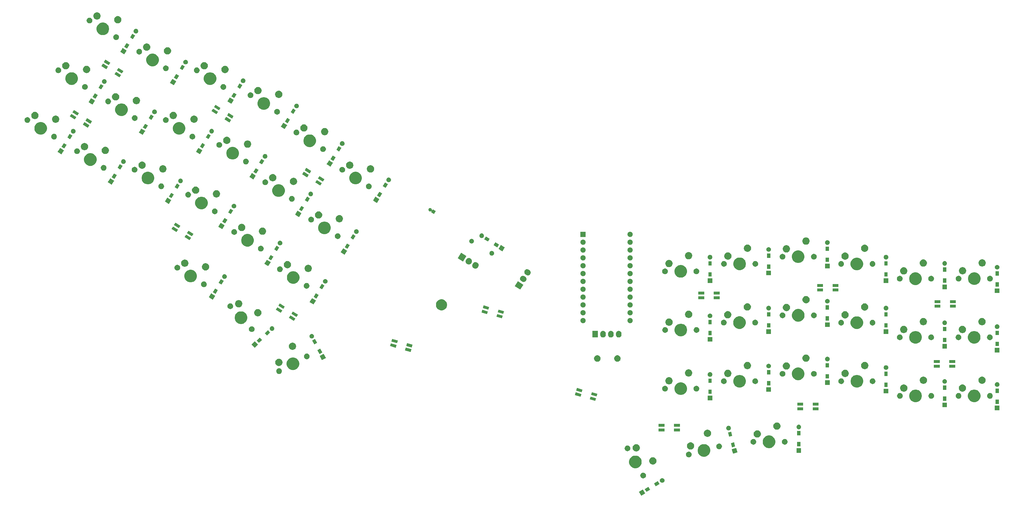
<source format=gbr>
G04 #@! TF.GenerationSoftware,KiCad,Pcbnew,(5.1.5)-3*
G04 #@! TF.CreationDate,2020-10-24T16:29:20+02:00*
G04 #@! TF.ProjectId,aegis,61656769-732e-46b6-9963-61645f706362,rev?*
G04 #@! TF.SameCoordinates,Original*
G04 #@! TF.FileFunction,Soldermask,Bot*
G04 #@! TF.FilePolarity,Negative*
%FSLAX46Y46*%
G04 Gerber Fmt 4.6, Leading zero omitted, Abs format (unit mm)*
G04 Created by KiCad (PCBNEW (5.1.5)-3) date 2020-10-24 16:29:20*
%MOMM*%
%LPD*%
G04 APERTURE LIST*
%ADD10C,0.100000*%
G04 APERTURE END LIST*
D10*
G36*
X189893453Y-172366816D02*
G01*
X188608559Y-173138858D01*
X187836517Y-171853964D01*
X189121411Y-171081922D01*
X189893453Y-172366816D01*
G37*
G36*
X191481105Y-171152116D02*
G01*
X190279356Y-171874200D01*
X189737535Y-170972460D01*
X190939284Y-170250376D01*
X191481105Y-171152116D01*
G37*
G36*
X194524049Y-169323730D02*
G01*
X193322300Y-170045814D01*
X192780479Y-169144074D01*
X193982228Y-168421990D01*
X194524049Y-169323730D01*
G37*
G36*
X195491024Y-167440399D02*
G01*
X195615220Y-167465102D01*
X195751621Y-167521601D01*
X195874378Y-167603625D01*
X195978774Y-167708021D01*
X196060798Y-167830778D01*
X196117297Y-167967179D01*
X196146099Y-168111981D01*
X196146099Y-168259619D01*
X196117297Y-168404421D01*
X196060798Y-168540822D01*
X195978774Y-168663579D01*
X195874378Y-168767975D01*
X195751621Y-168849999D01*
X195615220Y-168906498D01*
X195491024Y-168931201D01*
X195470419Y-168935300D01*
X195322779Y-168935300D01*
X195302174Y-168931201D01*
X195177978Y-168906498D01*
X195041577Y-168849999D01*
X194918820Y-168767975D01*
X194814424Y-168663579D01*
X194732400Y-168540822D01*
X194675901Y-168404421D01*
X194647099Y-168259619D01*
X194647099Y-168111981D01*
X194675901Y-167967179D01*
X194732400Y-167830778D01*
X194814424Y-167708021D01*
X194918820Y-167603625D01*
X195041577Y-167521601D01*
X195177978Y-167465102D01*
X195302174Y-167440399D01*
X195322779Y-167436300D01*
X195470419Y-167436300D01*
X195491024Y-167440399D01*
G37*
G36*
X189510695Y-165686209D02*
G01*
X189679217Y-165756013D01*
X189830882Y-165857352D01*
X189959863Y-165986333D01*
X190061202Y-166137998D01*
X190131006Y-166306520D01*
X190166591Y-166485421D01*
X190166591Y-166667827D01*
X190131006Y-166846728D01*
X190061202Y-167015250D01*
X189959863Y-167166915D01*
X189830882Y-167295896D01*
X189679217Y-167397235D01*
X189510695Y-167467039D01*
X189331794Y-167502624D01*
X189149388Y-167502624D01*
X188970487Y-167467039D01*
X188801965Y-167397235D01*
X188650300Y-167295896D01*
X188521319Y-167166915D01*
X188419980Y-167015250D01*
X188350176Y-166846728D01*
X188314591Y-166667827D01*
X188314591Y-166485421D01*
X188350176Y-166306520D01*
X188419980Y-166137998D01*
X188521319Y-165986333D01*
X188650300Y-165857352D01*
X188801965Y-165756013D01*
X188970487Y-165686209D01*
X189149388Y-165650624D01*
X189331794Y-165650624D01*
X189510695Y-165686209D01*
G37*
G36*
X187297065Y-160210899D02*
G01*
X187515065Y-160301198D01*
X187669214Y-160365048D01*
X188004139Y-160588838D01*
X188288968Y-160873667D01*
X188512758Y-161208592D01*
X188512758Y-161208593D01*
X188666907Y-161580741D01*
X188745491Y-161975809D01*
X188745491Y-162378621D01*
X188666907Y-162773689D01*
X188623253Y-162879078D01*
X188512758Y-163145838D01*
X188288968Y-163480763D01*
X188004139Y-163765592D01*
X187669214Y-163989382D01*
X187515065Y-164053232D01*
X187297065Y-164143531D01*
X186901997Y-164222115D01*
X186499185Y-164222115D01*
X186104117Y-164143531D01*
X185886117Y-164053232D01*
X185731968Y-163989382D01*
X185397043Y-163765592D01*
X185112214Y-163480763D01*
X184888424Y-163145838D01*
X184777929Y-162879078D01*
X184734275Y-162773689D01*
X184655691Y-162378621D01*
X184655691Y-161975809D01*
X184734275Y-161580741D01*
X184888424Y-161208593D01*
X184888424Y-161208592D01*
X185112214Y-160873667D01*
X185397043Y-160588838D01*
X185731968Y-160365048D01*
X185886117Y-160301198D01*
X186104117Y-160210899D01*
X186499185Y-160132315D01*
X186901997Y-160132315D01*
X187297065Y-160210899D01*
G37*
G36*
X192561560Y-160675984D02*
G01*
X192713027Y-160706113D01*
X192927045Y-160794762D01*
X192927046Y-160794763D01*
X193119654Y-160923459D01*
X193283461Y-161087266D01*
X193364528Y-161208592D01*
X193412158Y-161279875D01*
X193500807Y-161493893D01*
X193500807Y-161493895D01*
X193546000Y-161721093D01*
X193546000Y-161952747D01*
X193541412Y-161975810D01*
X193500807Y-162179947D01*
X193412158Y-162393965D01*
X193412157Y-162393966D01*
X193283461Y-162586574D01*
X193119654Y-162750381D01*
X193084769Y-162773690D01*
X192927045Y-162879078D01*
X192713027Y-162967727D01*
X192561560Y-162997856D01*
X192485827Y-163012920D01*
X192254173Y-163012920D01*
X192178440Y-162997856D01*
X192026973Y-162967727D01*
X191812955Y-162879078D01*
X191655231Y-162773690D01*
X191620346Y-162750381D01*
X191456539Y-162586574D01*
X191327843Y-162393966D01*
X191327842Y-162393965D01*
X191239193Y-162179947D01*
X191198588Y-161975810D01*
X191194000Y-161952747D01*
X191194000Y-161721093D01*
X191239193Y-161493895D01*
X191239193Y-161493893D01*
X191327842Y-161279875D01*
X191375472Y-161208592D01*
X191456539Y-161087266D01*
X191620346Y-160923459D01*
X191812954Y-160794763D01*
X191812955Y-160794762D01*
X192026973Y-160706113D01*
X192178440Y-160675984D01*
X192254173Y-160660920D01*
X192485827Y-160660920D01*
X192561560Y-160675984D01*
G37*
G36*
X204288790Y-158876607D02*
G01*
X204457312Y-158946411D01*
X204608977Y-159047750D01*
X204737958Y-159176731D01*
X204839297Y-159328396D01*
X204909101Y-159496918D01*
X204944686Y-159675819D01*
X204944686Y-159858225D01*
X204909101Y-160037126D01*
X204839297Y-160205648D01*
X204737958Y-160357313D01*
X204608977Y-160486294D01*
X204457312Y-160587633D01*
X204288790Y-160657437D01*
X204109889Y-160693022D01*
X203927483Y-160693022D01*
X203748582Y-160657437D01*
X203580060Y-160587633D01*
X203428395Y-160486294D01*
X203299414Y-160357313D01*
X203198075Y-160205648D01*
X203128271Y-160037126D01*
X203092686Y-159858225D01*
X203092686Y-159675819D01*
X203128271Y-159496918D01*
X203198075Y-159328396D01*
X203299414Y-159176731D01*
X203428395Y-159047750D01*
X203580060Y-158946411D01*
X203748582Y-158876607D01*
X203927483Y-158841022D01*
X204109889Y-158841022D01*
X204288790Y-158876607D01*
G37*
G36*
X209522063Y-156485905D02*
G01*
X209669873Y-156547130D01*
X209894212Y-156640054D01*
X210229137Y-156863844D01*
X210513966Y-157148673D01*
X210737756Y-157483598D01*
X210776049Y-157576046D01*
X210891905Y-157855747D01*
X210970489Y-158250815D01*
X210970489Y-158653627D01*
X210891905Y-159048695D01*
X210838870Y-159176732D01*
X210737756Y-159420844D01*
X210513966Y-159755769D01*
X210229137Y-160040598D01*
X209894212Y-160264388D01*
X209740063Y-160328238D01*
X209522063Y-160418537D01*
X209126995Y-160497121D01*
X208724183Y-160497121D01*
X208329115Y-160418537D01*
X208111115Y-160328238D01*
X207956966Y-160264388D01*
X207622041Y-160040598D01*
X207337212Y-159755769D01*
X207113422Y-159420844D01*
X207012308Y-159176732D01*
X206959273Y-159048695D01*
X206880689Y-158653627D01*
X206880689Y-158250815D01*
X206959273Y-157855747D01*
X207075129Y-157576046D01*
X207113422Y-157483598D01*
X207337212Y-157148673D01*
X207622041Y-156863844D01*
X207956966Y-156640054D01*
X208181305Y-156547130D01*
X208329115Y-156485905D01*
X208724183Y-156407321D01*
X209126995Y-156407321D01*
X209522063Y-156485905D01*
G37*
G36*
X219784865Y-159108274D02*
G01*
X218642924Y-159414255D01*
X218336943Y-159496243D01*
X218336942Y-159496243D01*
X218030961Y-158354302D01*
X217948973Y-158048321D01*
X217948973Y-158048320D01*
X219090914Y-157742339D01*
X219396895Y-157660351D01*
X219396896Y-157660351D01*
X219784865Y-159108274D01*
G37*
G36*
X240380305Y-159207611D02*
G01*
X238881305Y-159207611D01*
X238881305Y-157708611D01*
X240380305Y-157708611D01*
X240380305Y-159207611D01*
G37*
G36*
X187186856Y-156446722D02*
G01*
X187338323Y-156476851D01*
X187552341Y-156565500D01*
X187616545Y-156608400D01*
X187744950Y-156694197D01*
X187908757Y-156858004D01*
X187928393Y-156887392D01*
X188037454Y-157050613D01*
X188126103Y-157264631D01*
X188140932Y-157339181D01*
X188171296Y-157491831D01*
X188171296Y-157723485D01*
X188170455Y-157727711D01*
X188126103Y-157950685D01*
X188037454Y-158164703D01*
X188037453Y-158164704D01*
X187908757Y-158357312D01*
X187744950Y-158521119D01*
X187629265Y-158598417D01*
X187552341Y-158649816D01*
X187338323Y-158738465D01*
X187186856Y-158768594D01*
X187111123Y-158783658D01*
X186879469Y-158783658D01*
X186803736Y-158768594D01*
X186652269Y-158738465D01*
X186438251Y-158649816D01*
X186361327Y-158598417D01*
X186245642Y-158521119D01*
X186081835Y-158357312D01*
X185953139Y-158164704D01*
X185953138Y-158164703D01*
X185864489Y-157950685D01*
X185820137Y-157727711D01*
X185819296Y-157723485D01*
X185819296Y-157491831D01*
X185849660Y-157339181D01*
X185864489Y-157264631D01*
X185953138Y-157050613D01*
X186062199Y-156887392D01*
X186081835Y-156858004D01*
X186245642Y-156694197D01*
X186374047Y-156608400D01*
X186438251Y-156565500D01*
X186652269Y-156476851D01*
X186803736Y-156446722D01*
X186879469Y-156431658D01*
X187111123Y-156431658D01*
X187186856Y-156446722D01*
G37*
G36*
X184430695Y-156887391D02*
G01*
X184599217Y-156957195D01*
X184750882Y-157058534D01*
X184879863Y-157187515D01*
X184981202Y-157339180D01*
X185051006Y-157507702D01*
X185086591Y-157686603D01*
X185086591Y-157869009D01*
X185051006Y-158047910D01*
X184981202Y-158216432D01*
X184879863Y-158368097D01*
X184750882Y-158497078D01*
X184599217Y-158598417D01*
X184430695Y-158668221D01*
X184251794Y-158703806D01*
X184069388Y-158703806D01*
X183890487Y-158668221D01*
X183721965Y-158598417D01*
X183570300Y-158497078D01*
X183441319Y-158368097D01*
X183339980Y-158216432D01*
X183270176Y-158047910D01*
X183234591Y-157869009D01*
X183234591Y-157686603D01*
X183270176Y-157507702D01*
X183339980Y-157339180D01*
X183441319Y-157187515D01*
X183570300Y-157058534D01*
X183721965Y-156957195D01*
X183890487Y-156887391D01*
X184069388Y-156851806D01*
X184251794Y-156851806D01*
X184430695Y-156887391D01*
G37*
G36*
X204779571Y-155823934D02*
G01*
X204931038Y-155854063D01*
X205145056Y-155942712D01*
X205145057Y-155942713D01*
X205337665Y-156071409D01*
X205501472Y-156235216D01*
X205555990Y-156316809D01*
X205630169Y-156427825D01*
X205718818Y-156641843D01*
X205718818Y-156641845D01*
X205764011Y-156869043D01*
X205764011Y-157100697D01*
X205754468Y-157148673D01*
X205718818Y-157327897D01*
X205630169Y-157541915D01*
X205630168Y-157541916D01*
X205501472Y-157734524D01*
X205337665Y-157898331D01*
X205259314Y-157950683D01*
X205145056Y-158027028D01*
X204931038Y-158115677D01*
X204779571Y-158145806D01*
X204703838Y-158160870D01*
X204472184Y-158160870D01*
X204396451Y-158145806D01*
X204244984Y-158115677D01*
X204030966Y-158027028D01*
X203916708Y-157950683D01*
X203838357Y-157898331D01*
X203674550Y-157734524D01*
X203545854Y-157541916D01*
X203545853Y-157541915D01*
X203457204Y-157327897D01*
X203421554Y-157148673D01*
X203412011Y-157100697D01*
X203412011Y-156869043D01*
X203457204Y-156641845D01*
X203457204Y-156641843D01*
X203545853Y-156427825D01*
X203620032Y-156316809D01*
X203674550Y-156235216D01*
X203838357Y-156071409D01*
X204030965Y-155942713D01*
X204030966Y-155942712D01*
X204244984Y-155854063D01*
X204396451Y-155823934D01*
X204472184Y-155808870D01*
X204703838Y-155808870D01*
X204779571Y-155823934D01*
G37*
G36*
X214102596Y-156247005D02*
G01*
X214271118Y-156316809D01*
X214422783Y-156418148D01*
X214551764Y-156547129D01*
X214653103Y-156698794D01*
X214722907Y-156867316D01*
X214758492Y-157046217D01*
X214758492Y-157228623D01*
X214722907Y-157407524D01*
X214653103Y-157576046D01*
X214551764Y-157727711D01*
X214422783Y-157856692D01*
X214271118Y-157958031D01*
X214102596Y-158027835D01*
X213923695Y-158063420D01*
X213741289Y-158063420D01*
X213562388Y-158027835D01*
X213393866Y-157958031D01*
X213242201Y-157856692D01*
X213113220Y-157727711D01*
X213011881Y-157576046D01*
X212942077Y-157407524D01*
X212906492Y-157228623D01*
X212906492Y-157046217D01*
X212942077Y-156867316D01*
X213011881Y-156698794D01*
X213113220Y-156547129D01*
X213242201Y-156418148D01*
X213393866Y-156316809D01*
X213562388Y-156247005D01*
X213741289Y-156211420D01*
X213923695Y-156211420D01*
X214102596Y-156247005D01*
G37*
G36*
X230597053Y-153685906D02*
G01*
X230815053Y-153776205D01*
X230969202Y-153840055D01*
X231304127Y-154063845D01*
X231588956Y-154348674D01*
X231812746Y-154683599D01*
X231845141Y-154761808D01*
X231966895Y-155055748D01*
X232045479Y-155450816D01*
X232045479Y-155853628D01*
X231966895Y-156248696D01*
X231876596Y-156466696D01*
X231812746Y-156620845D01*
X231588956Y-156955770D01*
X231304127Y-157240599D01*
X230969202Y-157464389D01*
X230864632Y-157507703D01*
X230597053Y-157618538D01*
X230201985Y-157697122D01*
X229799173Y-157697122D01*
X229404105Y-157618538D01*
X229136526Y-157507703D01*
X229031956Y-157464389D01*
X228697031Y-157240599D01*
X228412202Y-156955770D01*
X228188412Y-156620845D01*
X228124562Y-156466696D01*
X228034263Y-156248696D01*
X227955679Y-155853628D01*
X227955679Y-155450816D01*
X228034263Y-155055748D01*
X228156017Y-154761808D01*
X228188412Y-154683599D01*
X228412202Y-154348674D01*
X228697031Y-154063845D01*
X229031956Y-153840055D01*
X229186105Y-153776205D01*
X229404105Y-153685906D01*
X229799173Y-153607322D01*
X230201985Y-153607322D01*
X230597053Y-153685906D01*
G37*
G36*
X218953018Y-156867316D02*
G01*
X219029731Y-157153613D01*
X218013578Y-157425891D01*
X218013577Y-157425891D01*
X217650713Y-156071663D01*
X218131964Y-155942712D01*
X218666866Y-155799385D01*
X218666867Y-155799385D01*
X218953018Y-156867316D01*
G37*
G36*
X240156805Y-157124111D02*
G01*
X239104805Y-157124111D01*
X239104805Y-155722111D01*
X240156805Y-155722111D01*
X240156805Y-157124111D01*
G37*
G36*
X225190683Y-154761807D02*
G01*
X225359205Y-154831611D01*
X225510870Y-154932950D01*
X225639851Y-155061931D01*
X225741190Y-155213596D01*
X225810994Y-155382118D01*
X225846579Y-155561019D01*
X225846579Y-155743425D01*
X225810994Y-155922326D01*
X225741190Y-156090848D01*
X225639851Y-156242513D01*
X225510870Y-156371494D01*
X225359205Y-156472833D01*
X225190683Y-156542637D01*
X225011782Y-156578222D01*
X224829376Y-156578222D01*
X224650475Y-156542637D01*
X224481953Y-156472833D01*
X224330288Y-156371494D01*
X224201307Y-156242513D01*
X224099968Y-156090848D01*
X224030164Y-155922326D01*
X223994579Y-155743425D01*
X223994579Y-155561019D01*
X224030164Y-155382118D01*
X224099968Y-155213596D01*
X224201307Y-155061931D01*
X224330288Y-154932950D01*
X224481953Y-154831611D01*
X224650475Y-154761807D01*
X224829376Y-154726222D01*
X225011782Y-154726222D01*
X225190683Y-154761807D01*
G37*
G36*
X235350683Y-154761807D02*
G01*
X235519205Y-154831611D01*
X235670870Y-154932950D01*
X235799851Y-155061931D01*
X235901190Y-155213596D01*
X235970994Y-155382118D01*
X236006579Y-155561019D01*
X236006579Y-155743425D01*
X235970994Y-155922326D01*
X235901190Y-156090848D01*
X235799851Y-156242513D01*
X235670870Y-156371494D01*
X235519205Y-156472833D01*
X235350683Y-156542637D01*
X235171782Y-156578222D01*
X234989376Y-156578222D01*
X234810475Y-156542637D01*
X234641953Y-156472833D01*
X234490288Y-156371494D01*
X234361307Y-156242513D01*
X234259968Y-156090848D01*
X234190164Y-155922326D01*
X234154579Y-155743425D01*
X234154579Y-155561019D01*
X234190164Y-155382118D01*
X234259968Y-155213596D01*
X234361307Y-155061931D01*
X234490288Y-154932950D01*
X234641953Y-154831611D01*
X234810475Y-154761807D01*
X234989376Y-154726222D01*
X235171782Y-154726222D01*
X235350683Y-154761807D01*
G37*
G36*
X226382139Y-151951286D02*
G01*
X226533606Y-151981415D01*
X226747624Y-152070064D01*
X226747625Y-152070065D01*
X226940233Y-152198761D01*
X227104040Y-152362568D01*
X227189837Y-152490973D01*
X227232737Y-152555177D01*
X227321386Y-152769195D01*
X227321962Y-152772091D01*
X227366579Y-152996395D01*
X227366579Y-153228049D01*
X227366003Y-153230944D01*
X227321386Y-153455249D01*
X227232737Y-153669267D01*
X227232736Y-153669268D01*
X227104040Y-153861876D01*
X226940233Y-154025683D01*
X226811828Y-154111480D01*
X226747624Y-154154380D01*
X226533606Y-154243029D01*
X226382139Y-154273158D01*
X226306406Y-154288222D01*
X226074752Y-154288222D01*
X225999019Y-154273158D01*
X225847552Y-154243029D01*
X225633534Y-154154380D01*
X225569330Y-154111480D01*
X225440925Y-154025683D01*
X225277118Y-153861876D01*
X225148422Y-153669268D01*
X225148421Y-153669267D01*
X225059772Y-153455249D01*
X225015155Y-153230944D01*
X225014579Y-153228049D01*
X225014579Y-152996395D01*
X225059196Y-152772091D01*
X225059772Y-152769195D01*
X225148421Y-152555177D01*
X225191321Y-152490973D01*
X225277118Y-152362568D01*
X225440925Y-152198761D01*
X225633533Y-152070065D01*
X225633534Y-152070064D01*
X225847552Y-151981415D01*
X225999019Y-151951286D01*
X226074752Y-151936222D01*
X226306406Y-151936222D01*
X226382139Y-151951286D01*
G37*
G36*
X210255800Y-151726981D02*
G01*
X210407267Y-151757110D01*
X210621285Y-151845759D01*
X210621286Y-151845760D01*
X210813894Y-151974456D01*
X210977701Y-152138263D01*
X211061216Y-152263252D01*
X211106398Y-152330872D01*
X211195047Y-152544890D01*
X211195047Y-152544892D01*
X211239665Y-152769197D01*
X211240240Y-152772091D01*
X211240240Y-153003743D01*
X211195047Y-153230944D01*
X211106398Y-153444962D01*
X211099524Y-153455249D01*
X210977701Y-153637571D01*
X210813894Y-153801378D01*
X210723352Y-153861876D01*
X210621285Y-153930075D01*
X210407267Y-154018724D01*
X210255800Y-154048853D01*
X210180067Y-154063917D01*
X209948413Y-154063917D01*
X209872680Y-154048853D01*
X209721213Y-154018724D01*
X209507195Y-153930075D01*
X209405128Y-153861876D01*
X209314586Y-153801378D01*
X209150779Y-153637571D01*
X209028956Y-153455249D01*
X209022082Y-153444962D01*
X208933433Y-153230944D01*
X208888240Y-153003743D01*
X208888240Y-152772091D01*
X208888816Y-152769197D01*
X208933433Y-152544892D01*
X208933433Y-152544890D01*
X209022082Y-152330872D01*
X209067264Y-152263252D01*
X209150779Y-152138263D01*
X209314586Y-151974456D01*
X209507194Y-151845760D01*
X209507195Y-151845759D01*
X209721213Y-151757110D01*
X209872680Y-151726981D01*
X209948413Y-151711917D01*
X210180067Y-151711917D01*
X210255800Y-151726981D01*
G37*
G36*
X218036000Y-153444962D02*
G01*
X218110923Y-153724577D01*
X217094770Y-153996855D01*
X217094769Y-153996855D01*
X216731905Y-152642627D01*
X217058276Y-152555176D01*
X217748058Y-152370349D01*
X217748059Y-152370349D01*
X218036000Y-153444962D01*
G37*
G36*
X240156805Y-153574111D02*
G01*
X239104805Y-153574111D01*
X239104805Y-152172111D01*
X240156805Y-152172111D01*
X240156805Y-153574111D01*
G37*
G36*
X196148657Y-152263252D02*
G01*
X194246657Y-152263252D01*
X194246657Y-151341252D01*
X196148657Y-151341252D01*
X196148657Y-152263252D01*
G37*
G36*
X201148657Y-152263252D02*
G01*
X199246657Y-152263252D01*
X199246657Y-151341252D01*
X201148657Y-151341252D01*
X201148657Y-152263252D01*
G37*
G36*
X216989142Y-150472542D02*
G01*
X217113338Y-150497245D01*
X217249739Y-150553744D01*
X217372496Y-150635768D01*
X217476892Y-150740164D01*
X217558916Y-150862921D01*
X217615415Y-150999322D01*
X217644217Y-151144124D01*
X217644217Y-151291762D01*
X217615415Y-151436564D01*
X217558916Y-151572965D01*
X217476892Y-151695722D01*
X217372496Y-151800118D01*
X217249739Y-151882142D01*
X217113338Y-151938641D01*
X216989142Y-151963344D01*
X216968537Y-151967443D01*
X216820897Y-151967443D01*
X216800292Y-151963344D01*
X216676096Y-151938641D01*
X216539695Y-151882142D01*
X216416938Y-151800118D01*
X216312542Y-151695722D01*
X216230518Y-151572965D01*
X216174019Y-151436564D01*
X216145217Y-151291762D01*
X216145217Y-151144124D01*
X216174019Y-150999322D01*
X216230518Y-150862921D01*
X216312542Y-150740164D01*
X216416938Y-150635768D01*
X216539695Y-150553744D01*
X216676096Y-150497245D01*
X216800292Y-150472542D01*
X216820897Y-150468443D01*
X216968537Y-150468443D01*
X216989142Y-150472542D01*
G37*
G36*
X232732139Y-149411286D02*
G01*
X232883606Y-149441415D01*
X233097624Y-149530064D01*
X233097625Y-149530065D01*
X233290233Y-149658761D01*
X233454040Y-149822568D01*
X233466524Y-149841252D01*
X233582737Y-150015177D01*
X233671386Y-150229195D01*
X233716579Y-150456396D01*
X233716579Y-150688048D01*
X233671386Y-150915249D01*
X233582737Y-151129267D01*
X233572810Y-151144124D01*
X233454040Y-151321876D01*
X233290233Y-151485683D01*
X233180793Y-151558808D01*
X233097624Y-151614380D01*
X232883606Y-151703029D01*
X232732139Y-151733158D01*
X232656406Y-151748222D01*
X232424752Y-151748222D01*
X232349019Y-151733158D01*
X232197552Y-151703029D01*
X231983534Y-151614380D01*
X231900365Y-151558808D01*
X231790925Y-151485683D01*
X231627118Y-151321876D01*
X231508348Y-151144124D01*
X231498421Y-151129267D01*
X231409772Y-150915249D01*
X231364579Y-150688048D01*
X231364579Y-150456396D01*
X231409772Y-150229195D01*
X231498421Y-150015177D01*
X231614634Y-149841252D01*
X231627118Y-149822568D01*
X231790925Y-149658761D01*
X231983533Y-149530065D01*
X231983534Y-149530064D01*
X232197552Y-149441415D01*
X232349019Y-149411286D01*
X232424752Y-149396222D01*
X232656406Y-149396222D01*
X232732139Y-149411286D01*
G37*
G36*
X239725230Y-150092710D02*
G01*
X239849426Y-150117413D01*
X239985827Y-150173912D01*
X240108584Y-150255936D01*
X240212980Y-150360332D01*
X240295004Y-150483089D01*
X240351503Y-150619490D01*
X240380305Y-150764292D01*
X240380305Y-150911930D01*
X240351503Y-151056732D01*
X240295004Y-151193133D01*
X240212980Y-151315890D01*
X240108584Y-151420286D01*
X239985827Y-151502310D01*
X239849426Y-151558809D01*
X239725230Y-151583512D01*
X239704625Y-151587611D01*
X239556985Y-151587611D01*
X239536380Y-151583512D01*
X239412184Y-151558809D01*
X239275783Y-151502310D01*
X239153026Y-151420286D01*
X239048630Y-151315890D01*
X238966606Y-151193133D01*
X238910107Y-151056732D01*
X238881305Y-150911930D01*
X238881305Y-150764292D01*
X238910107Y-150619490D01*
X238966606Y-150483089D01*
X239048630Y-150360332D01*
X239153026Y-150255936D01*
X239275783Y-150173912D01*
X239412184Y-150117413D01*
X239536380Y-150092710D01*
X239556985Y-150088611D01*
X239704625Y-150088611D01*
X239725230Y-150092710D01*
G37*
G36*
X201148657Y-150763252D02*
G01*
X199246657Y-150763252D01*
X199246657Y-149841252D01*
X201148657Y-149841252D01*
X201148657Y-150763252D01*
G37*
G36*
X196148657Y-150763252D02*
G01*
X194246657Y-150763252D01*
X194246657Y-149841252D01*
X196148657Y-149841252D01*
X196148657Y-150763252D01*
G37*
G36*
X304630307Y-145457611D02*
G01*
X303131307Y-145457611D01*
X303131307Y-143958611D01*
X304630307Y-143958611D01*
X304630307Y-145457611D01*
G37*
G36*
X246050494Y-145439117D02*
G01*
X244148494Y-145439117D01*
X244148494Y-144517117D01*
X246050494Y-144517117D01*
X246050494Y-145439117D01*
G37*
G36*
X241050494Y-145439117D02*
G01*
X239148494Y-145439117D01*
X239148494Y-144517117D01*
X241050494Y-144517117D01*
X241050494Y-145439117D01*
G37*
G36*
X287630298Y-144457625D02*
G01*
X286131298Y-144457625D01*
X286131298Y-142958625D01*
X287630298Y-142958625D01*
X287630298Y-144457625D01*
G37*
G36*
X241050494Y-143939117D02*
G01*
X239148494Y-143939117D01*
X239148494Y-143017117D01*
X241050494Y-143017117D01*
X241050494Y-143939117D01*
G37*
G36*
X246050494Y-143939117D02*
G01*
X244148494Y-143939117D01*
X244148494Y-143017117D01*
X246050494Y-143017117D01*
X246050494Y-143939117D01*
G37*
G36*
X304406807Y-143374111D02*
G01*
X303354807Y-143374111D01*
X303354807Y-141972111D01*
X304406807Y-141972111D01*
X304406807Y-143374111D01*
G37*
G36*
X297047063Y-138810911D02*
G01*
X297265063Y-138901210D01*
X297419212Y-138965060D01*
X297754137Y-139188850D01*
X298038966Y-139473679D01*
X298262756Y-139808604D01*
X298295151Y-139886813D01*
X298416905Y-140180753D01*
X298495489Y-140575821D01*
X298495489Y-140978633D01*
X298416905Y-141373701D01*
X298366040Y-141496499D01*
X298262756Y-141745850D01*
X298038966Y-142080775D01*
X297754137Y-142365604D01*
X297419212Y-142589394D01*
X297265063Y-142653244D01*
X297047063Y-142743543D01*
X296651995Y-142822127D01*
X296249183Y-142822127D01*
X295854115Y-142743543D01*
X295636115Y-142653244D01*
X295481966Y-142589394D01*
X295147041Y-142365604D01*
X294862212Y-142080775D01*
X294638422Y-141745850D01*
X294535138Y-141496499D01*
X294484273Y-141373701D01*
X294405689Y-140978633D01*
X294405689Y-140575821D01*
X294484273Y-140180753D01*
X294606027Y-139886813D01*
X294638422Y-139808604D01*
X294862212Y-139473679D01*
X295147041Y-139188850D01*
X295481966Y-138965060D01*
X295636115Y-138901210D01*
X295854115Y-138810911D01*
X296249183Y-138732327D01*
X296651995Y-138732327D01*
X297047063Y-138810911D01*
G37*
G36*
X278052067Y-138810896D02*
G01*
X278270067Y-138901195D01*
X278424216Y-138965045D01*
X278759141Y-139188835D01*
X279043970Y-139473664D01*
X279267760Y-139808589D01*
X279300155Y-139886798D01*
X279421909Y-140180738D01*
X279500493Y-140575806D01*
X279500493Y-140978618D01*
X279421909Y-141373686D01*
X279331610Y-141591686D01*
X279267760Y-141745835D01*
X279043970Y-142080760D01*
X278759141Y-142365589D01*
X278424216Y-142589379D01*
X278270067Y-142653229D01*
X278052067Y-142743528D01*
X277656999Y-142822112D01*
X277254187Y-142822112D01*
X276859119Y-142743528D01*
X276641119Y-142653229D01*
X276486970Y-142589379D01*
X276152045Y-142365589D01*
X275867216Y-142080760D01*
X275643426Y-141745835D01*
X275579576Y-141591686D01*
X275489277Y-141373686D01*
X275410693Y-140978618D01*
X275410693Y-140575806D01*
X275489277Y-140180738D01*
X275611031Y-139886798D01*
X275643426Y-139808589D01*
X275867216Y-139473664D01*
X276152045Y-139188835D01*
X276486970Y-138965045D01*
X276641119Y-138901195D01*
X276859119Y-138810896D01*
X277254187Y-138732312D01*
X277656999Y-138732312D01*
X278052067Y-138810896D01*
G37*
G36*
X174002273Y-141541482D02*
G01*
X173748135Y-142427766D01*
X171919815Y-141903504D01*
X172173953Y-141017220D01*
X174002273Y-141541482D01*
G37*
G36*
X287406798Y-142374125D02*
G01*
X286354798Y-142374125D01*
X286354798Y-140972125D01*
X287406798Y-140972125D01*
X287406798Y-142374125D01*
G37*
G36*
X211630315Y-142207608D02*
G01*
X210131315Y-142207608D01*
X210131315Y-140708608D01*
X211630315Y-140708608D01*
X211630315Y-142207608D01*
G37*
G36*
X291640693Y-139886812D02*
G01*
X291809215Y-139956616D01*
X291960880Y-140057955D01*
X292089861Y-140186936D01*
X292191200Y-140338601D01*
X292261004Y-140507123D01*
X292296589Y-140686024D01*
X292296589Y-140868430D01*
X292261004Y-141047331D01*
X292191200Y-141215853D01*
X292089861Y-141367518D01*
X291960880Y-141496499D01*
X291809215Y-141597838D01*
X291640693Y-141667642D01*
X291461792Y-141703227D01*
X291279386Y-141703227D01*
X291100485Y-141667642D01*
X290931963Y-141597838D01*
X290780298Y-141496499D01*
X290651317Y-141367518D01*
X290549978Y-141215853D01*
X290480174Y-141047331D01*
X290444589Y-140868430D01*
X290444589Y-140686024D01*
X290480174Y-140507123D01*
X290549978Y-140338601D01*
X290651317Y-140186936D01*
X290780298Y-140057955D01*
X290931963Y-139956616D01*
X291100485Y-139886812D01*
X291279386Y-139851227D01*
X291461792Y-139851227D01*
X291640693Y-139886812D01*
G37*
G36*
X301800693Y-139886812D02*
G01*
X301969215Y-139956616D01*
X302120880Y-140057955D01*
X302249861Y-140186936D01*
X302351200Y-140338601D01*
X302421004Y-140507123D01*
X302456589Y-140686024D01*
X302456589Y-140868430D01*
X302421004Y-141047331D01*
X302351200Y-141215853D01*
X302249861Y-141367518D01*
X302120880Y-141496499D01*
X301969215Y-141597838D01*
X301800693Y-141667642D01*
X301621792Y-141703227D01*
X301439386Y-141703227D01*
X301260485Y-141667642D01*
X301091963Y-141597838D01*
X300940298Y-141496499D01*
X300811317Y-141367518D01*
X300709978Y-141215853D01*
X300640174Y-141047331D01*
X300604589Y-140868430D01*
X300604589Y-140686024D01*
X300640174Y-140507123D01*
X300709978Y-140338601D01*
X300811317Y-140186936D01*
X300940298Y-140057955D01*
X301091963Y-139956616D01*
X301260485Y-139886812D01*
X301439386Y-139851227D01*
X301621792Y-139851227D01*
X301800693Y-139886812D01*
G37*
G36*
X272645697Y-139886797D02*
G01*
X272814219Y-139956601D01*
X272965884Y-140057940D01*
X273094865Y-140186921D01*
X273196204Y-140338586D01*
X273266008Y-140507108D01*
X273301593Y-140686009D01*
X273301593Y-140868415D01*
X273266008Y-141047316D01*
X273196204Y-141215838D01*
X273094865Y-141367503D01*
X272965884Y-141496484D01*
X272814219Y-141597823D01*
X272645697Y-141667627D01*
X272466796Y-141703212D01*
X272284390Y-141703212D01*
X272105489Y-141667627D01*
X271936967Y-141597823D01*
X271785302Y-141496484D01*
X271656321Y-141367503D01*
X271554982Y-141215838D01*
X271485178Y-141047316D01*
X271449593Y-140868415D01*
X271449593Y-140686009D01*
X271485178Y-140507108D01*
X271554982Y-140338586D01*
X271656321Y-140186921D01*
X271785302Y-140057940D01*
X271936967Y-139956601D01*
X272105489Y-139886797D01*
X272284390Y-139851212D01*
X272466796Y-139851212D01*
X272645697Y-139886797D01*
G37*
G36*
X282805697Y-139886797D02*
G01*
X282974219Y-139956601D01*
X283125884Y-140057940D01*
X283254865Y-140186921D01*
X283356204Y-140338586D01*
X283426008Y-140507108D01*
X283461593Y-140686009D01*
X283461593Y-140868415D01*
X283426008Y-141047316D01*
X283356204Y-141215838D01*
X283254865Y-141367503D01*
X283125884Y-141496484D01*
X282974219Y-141597823D01*
X282805697Y-141667627D01*
X282626796Y-141703212D01*
X282444390Y-141703212D01*
X282265489Y-141667627D01*
X282096967Y-141597823D01*
X281945302Y-141496484D01*
X281816321Y-141367503D01*
X281714982Y-141215838D01*
X281645178Y-141047316D01*
X281609593Y-140868415D01*
X281609593Y-140686009D01*
X281645178Y-140507108D01*
X281714982Y-140338586D01*
X281816321Y-140186921D01*
X281945302Y-140057940D01*
X282096967Y-139956601D01*
X282265489Y-139886797D01*
X282444390Y-139851212D01*
X282626796Y-139851212D01*
X282805697Y-139886797D01*
G37*
G36*
X169195965Y-140163295D02*
G01*
X168941827Y-141049579D01*
X167113507Y-140525317D01*
X167367645Y-139639033D01*
X169195965Y-140163295D01*
G37*
G36*
X174415729Y-140099589D02*
G01*
X174161591Y-140985873D01*
X172333271Y-140461611D01*
X172587409Y-139575327D01*
X174415729Y-140099589D01*
G37*
G36*
X202002063Y-136460914D02*
G01*
X202220063Y-136551213D01*
X202374212Y-136615063D01*
X202709137Y-136838853D01*
X202993966Y-137123682D01*
X203217756Y-137458607D01*
X203262194Y-137565890D01*
X203371905Y-137830756D01*
X203450489Y-138225824D01*
X203450489Y-138628636D01*
X203371905Y-139023704D01*
X203319307Y-139150686D01*
X203217756Y-139395853D01*
X202993966Y-139730778D01*
X202709137Y-140015607D01*
X202374212Y-140239397D01*
X202220063Y-140303247D01*
X202002063Y-140393546D01*
X201606995Y-140472130D01*
X201204183Y-140472130D01*
X200809115Y-140393546D01*
X200591115Y-140303247D01*
X200436966Y-140239397D01*
X200102041Y-140015607D01*
X199817212Y-139730778D01*
X199593422Y-139395853D01*
X199491871Y-139150686D01*
X199439273Y-139023704D01*
X199360689Y-138628636D01*
X199360689Y-138225824D01*
X199439273Y-137830756D01*
X199548984Y-137565890D01*
X199593422Y-137458607D01*
X199817212Y-137123682D01*
X200102041Y-136838853D01*
X200436966Y-136615063D01*
X200591115Y-136551213D01*
X200809115Y-136460914D01*
X201204183Y-136382330D01*
X201606995Y-136382330D01*
X202002063Y-136460914D01*
G37*
G36*
X211406815Y-140124108D02*
G01*
X210354815Y-140124108D01*
X210354815Y-138722108D01*
X211406815Y-138722108D01*
X211406815Y-140124108D01*
G37*
G36*
X268630294Y-139957617D02*
G01*
X267131294Y-139957617D01*
X267131294Y-138458617D01*
X268630294Y-138458617D01*
X268630294Y-139957617D01*
G37*
G36*
X304406807Y-139824111D02*
G01*
X303354807Y-139824111D01*
X303354807Y-138422111D01*
X304406807Y-138422111D01*
X304406807Y-139824111D01*
G37*
G36*
X169609421Y-138721402D02*
G01*
X169355283Y-139607686D01*
X167526963Y-139083424D01*
X167781101Y-138197140D01*
X169609421Y-138721402D01*
G37*
G36*
X230630305Y-139457597D02*
G01*
X229131305Y-139457597D01*
X229131305Y-137958597D01*
X230630305Y-137958597D01*
X230630305Y-139457597D01*
G37*
G36*
X292832149Y-137076291D02*
G01*
X292983616Y-137106420D01*
X293197634Y-137195069D01*
X293197635Y-137195070D01*
X293390243Y-137323766D01*
X293554050Y-137487573D01*
X293633594Y-137606619D01*
X293682747Y-137680182D01*
X293771396Y-137894200D01*
X293816589Y-138121401D01*
X293816589Y-138353053D01*
X293771396Y-138580254D01*
X293682747Y-138794272D01*
X293682746Y-138794273D01*
X293554050Y-138986881D01*
X293390243Y-139150688D01*
X293333129Y-139188850D01*
X293197634Y-139279385D01*
X292983616Y-139368034D01*
X292843765Y-139395852D01*
X292756416Y-139413227D01*
X292524762Y-139413227D01*
X292437413Y-139395852D01*
X292297562Y-139368034D01*
X292083544Y-139279385D01*
X291948049Y-139188850D01*
X291890935Y-139150688D01*
X291727128Y-138986881D01*
X291598432Y-138794273D01*
X291598431Y-138794272D01*
X291509782Y-138580254D01*
X291464589Y-138353053D01*
X291464589Y-138121401D01*
X291509782Y-137894200D01*
X291598431Y-137680182D01*
X291647584Y-137606619D01*
X291727128Y-137487573D01*
X291890935Y-137323766D01*
X292083543Y-137195070D01*
X292083544Y-137195069D01*
X292297562Y-137106420D01*
X292449029Y-137076291D01*
X292524762Y-137061227D01*
X292756416Y-137061227D01*
X292832149Y-137076291D01*
G37*
G36*
X273837153Y-137076276D02*
G01*
X273988620Y-137106405D01*
X274202638Y-137195054D01*
X274266842Y-137237954D01*
X274395247Y-137323751D01*
X274559054Y-137487558D01*
X274638608Y-137606619D01*
X274687751Y-137680167D01*
X274776400Y-137894185D01*
X274821593Y-138121386D01*
X274821593Y-138353038D01*
X274776400Y-138580239D01*
X274687751Y-138794257D01*
X274687750Y-138794258D01*
X274559054Y-138986866D01*
X274395247Y-139150673D01*
X274266842Y-139236470D01*
X274202638Y-139279370D01*
X273988620Y-139368019D01*
X273848694Y-139395852D01*
X273761420Y-139413212D01*
X273529766Y-139413212D01*
X273442492Y-139395852D01*
X273302566Y-139368019D01*
X273088548Y-139279370D01*
X273024344Y-139236470D01*
X272895939Y-139150673D01*
X272732132Y-138986866D01*
X272603436Y-138794258D01*
X272603435Y-138794257D01*
X272514786Y-138580239D01*
X272469593Y-138353038D01*
X272469593Y-138121386D01*
X272514786Y-137894185D01*
X272603435Y-137680167D01*
X272652578Y-137606619D01*
X272732132Y-137487558D01*
X272895939Y-137323751D01*
X273024344Y-137237954D01*
X273088548Y-137195054D01*
X273302566Y-137106405D01*
X273454033Y-137076276D01*
X273529766Y-137061212D01*
X273761420Y-137061212D01*
X273837153Y-137076276D01*
G37*
G36*
X196595693Y-137536815D02*
G01*
X196764215Y-137606619D01*
X196915880Y-137707958D01*
X197044861Y-137836939D01*
X197146200Y-137988604D01*
X197216004Y-138157126D01*
X197251589Y-138336027D01*
X197251589Y-138518433D01*
X197216004Y-138697334D01*
X197146200Y-138865856D01*
X197044861Y-139017521D01*
X196915880Y-139146502D01*
X196764215Y-139247841D01*
X196595693Y-139317645D01*
X196416792Y-139353230D01*
X196234386Y-139353230D01*
X196055485Y-139317645D01*
X195886963Y-139247841D01*
X195735298Y-139146502D01*
X195606317Y-139017521D01*
X195504978Y-138865856D01*
X195435174Y-138697334D01*
X195399589Y-138518433D01*
X195399589Y-138336027D01*
X195435174Y-138157126D01*
X195504978Y-137988604D01*
X195606317Y-137836939D01*
X195735298Y-137707958D01*
X195886963Y-137606619D01*
X196055485Y-137536815D01*
X196234386Y-137501230D01*
X196416792Y-137501230D01*
X196595693Y-137536815D01*
G37*
G36*
X206755693Y-137536815D02*
G01*
X206924215Y-137606619D01*
X207075880Y-137707958D01*
X207204861Y-137836939D01*
X207306200Y-137988604D01*
X207376004Y-138157126D01*
X207411589Y-138336027D01*
X207411589Y-138518433D01*
X207376004Y-138697334D01*
X207306200Y-138865856D01*
X207204861Y-139017521D01*
X207075880Y-139146502D01*
X206924215Y-139247841D01*
X206755693Y-139317645D01*
X206576792Y-139353230D01*
X206394386Y-139353230D01*
X206215485Y-139317645D01*
X206046963Y-139247841D01*
X205895298Y-139146502D01*
X205766317Y-139017521D01*
X205664978Y-138865856D01*
X205595174Y-138697334D01*
X205559589Y-138518433D01*
X205559589Y-138336027D01*
X205595174Y-138157126D01*
X205664978Y-137988604D01*
X205766317Y-137836939D01*
X205895298Y-137707958D01*
X206046963Y-137606619D01*
X206215485Y-137536815D01*
X206394386Y-137501230D01*
X206576792Y-137501230D01*
X206755693Y-137536815D01*
G37*
G36*
X287406798Y-138824125D02*
G01*
X286354798Y-138824125D01*
X286354798Y-137422125D01*
X287406798Y-137422125D01*
X287406798Y-138824125D01*
G37*
G36*
X259052058Y-134060912D02*
G01*
X259270058Y-134151211D01*
X259424207Y-134215061D01*
X259759132Y-134438851D01*
X260043961Y-134723680D01*
X260267751Y-135058605D01*
X260301535Y-135140167D01*
X260421900Y-135430754D01*
X260500484Y-135825822D01*
X260500484Y-136228634D01*
X260421900Y-136623702D01*
X260371035Y-136746500D01*
X260267751Y-136995851D01*
X260043961Y-137330776D01*
X259759132Y-137615605D01*
X259424207Y-137839395D01*
X259270058Y-137903245D01*
X259052058Y-137993544D01*
X258656990Y-138072128D01*
X258254178Y-138072128D01*
X257859110Y-137993544D01*
X257641110Y-137903245D01*
X257486961Y-137839395D01*
X257152036Y-137615605D01*
X256867207Y-137330776D01*
X256643417Y-136995851D01*
X256540133Y-136746500D01*
X256489268Y-136623702D01*
X256410684Y-136228634D01*
X256410684Y-135825822D01*
X256489268Y-135430754D01*
X256609633Y-135140167D01*
X256643417Y-135058605D01*
X256867207Y-134723680D01*
X257152036Y-134438851D01*
X257486961Y-134215061D01*
X257641110Y-134151211D01*
X257859110Y-134060912D01*
X258254178Y-133982328D01*
X258656990Y-133982328D01*
X259052058Y-134060912D01*
G37*
G36*
X221052071Y-134060901D02*
G01*
X221270071Y-134151200D01*
X221424220Y-134215050D01*
X221759145Y-134438840D01*
X222043974Y-134723669D01*
X222267764Y-135058594D01*
X222314783Y-135172108D01*
X222421913Y-135430743D01*
X222500497Y-135825811D01*
X222500497Y-136228623D01*
X222421913Y-136623691D01*
X222371048Y-136746489D01*
X222267764Y-136995840D01*
X222043974Y-137330765D01*
X221759145Y-137615594D01*
X221424220Y-137839384D01*
X221291918Y-137894185D01*
X221052071Y-137993533D01*
X220657003Y-138072117D01*
X220254191Y-138072117D01*
X219859123Y-137993533D01*
X219619276Y-137894185D01*
X219486974Y-137839384D01*
X219152049Y-137615594D01*
X218867220Y-137330765D01*
X218643430Y-136995840D01*
X218540146Y-136746489D01*
X218489281Y-136623691D01*
X218410697Y-136228623D01*
X218410697Y-135825811D01*
X218489281Y-135430743D01*
X218596411Y-135172108D01*
X218643430Y-135058594D01*
X218867220Y-134723669D01*
X219152049Y-134438840D01*
X219486974Y-134215050D01*
X219641123Y-134151200D01*
X219859123Y-134060901D01*
X220254191Y-133982317D01*
X220657003Y-133982317D01*
X221052071Y-134060901D01*
G37*
G36*
X268406794Y-137874117D02*
G01*
X267354794Y-137874117D01*
X267354794Y-136472117D01*
X268406794Y-136472117D01*
X268406794Y-137874117D01*
G37*
G36*
X303975232Y-136342710D02*
G01*
X304099428Y-136367413D01*
X304235829Y-136423912D01*
X304358586Y-136505936D01*
X304462982Y-136610332D01*
X304545006Y-136733089D01*
X304601505Y-136869490D01*
X304630307Y-137014292D01*
X304630307Y-137161930D01*
X304601505Y-137306732D01*
X304545006Y-137443133D01*
X304462982Y-137565890D01*
X304358586Y-137670286D01*
X304235829Y-137752310D01*
X304099428Y-137808809D01*
X303989089Y-137830756D01*
X303954627Y-137837611D01*
X303806987Y-137837611D01*
X303772525Y-137830756D01*
X303662186Y-137808809D01*
X303525785Y-137752310D01*
X303403028Y-137670286D01*
X303298632Y-137565890D01*
X303216608Y-137443133D01*
X303160109Y-137306732D01*
X303131307Y-137161930D01*
X303131307Y-137014292D01*
X303160109Y-136869490D01*
X303216608Y-136733089D01*
X303298632Y-136610332D01*
X303403028Y-136505936D01*
X303525785Y-136423912D01*
X303662186Y-136367413D01*
X303786382Y-136342710D01*
X303806987Y-136338611D01*
X303954627Y-136338611D01*
X303975232Y-136342710D01*
G37*
G36*
X230406805Y-137374097D02*
G01*
X229354805Y-137374097D01*
X229354805Y-135972097D01*
X230406805Y-135972097D01*
X230406805Y-137374097D01*
G37*
G36*
X249630289Y-137207613D02*
G01*
X248131289Y-137207613D01*
X248131289Y-135708613D01*
X249630289Y-135708613D01*
X249630289Y-137207613D01*
G37*
G36*
X197774011Y-134723681D02*
G01*
X197938616Y-134756423D01*
X198152634Y-134845072D01*
X198152635Y-134845073D01*
X198345243Y-134973769D01*
X198509050Y-135137576D01*
X198561192Y-135215612D01*
X198637747Y-135330185D01*
X198726396Y-135544203D01*
X198739553Y-135610349D01*
X198771589Y-135771403D01*
X198771589Y-136003057D01*
X198769351Y-136014306D01*
X198726396Y-136230257D01*
X198637747Y-136444275D01*
X198596546Y-136505936D01*
X198509050Y-136636884D01*
X198345243Y-136800691D01*
X198242276Y-136869491D01*
X198152634Y-136929388D01*
X197938616Y-137018037D01*
X197787149Y-137048166D01*
X197711416Y-137063230D01*
X197479762Y-137063230D01*
X197404029Y-137048166D01*
X197252562Y-137018037D01*
X197038544Y-136929388D01*
X196948902Y-136869491D01*
X196845935Y-136800691D01*
X196682128Y-136636884D01*
X196594632Y-136505936D01*
X196553431Y-136444275D01*
X196464782Y-136230257D01*
X196421827Y-136014306D01*
X196419589Y-136003057D01*
X196419589Y-135771403D01*
X196451625Y-135610349D01*
X196464782Y-135544203D01*
X196553431Y-135330185D01*
X196629986Y-135215612D01*
X196682128Y-135137576D01*
X196845935Y-134973769D01*
X197038543Y-134845073D01*
X197038544Y-134845072D01*
X197252562Y-134756423D01*
X197417167Y-134723681D01*
X197479762Y-134711230D01*
X197711416Y-134711230D01*
X197774011Y-134723681D01*
G37*
G36*
X263805688Y-135136813D02*
G01*
X263974210Y-135206617D01*
X264125875Y-135307956D01*
X264254856Y-135436937D01*
X264356195Y-135588602D01*
X264425999Y-135757124D01*
X264461584Y-135936025D01*
X264461584Y-136118431D01*
X264425999Y-136297332D01*
X264356195Y-136465854D01*
X264254856Y-136617519D01*
X264125875Y-136746500D01*
X263974210Y-136847839D01*
X263805688Y-136917643D01*
X263626787Y-136953228D01*
X263444381Y-136953228D01*
X263265480Y-136917643D01*
X263096958Y-136847839D01*
X262945293Y-136746500D01*
X262816312Y-136617519D01*
X262714973Y-136465854D01*
X262645169Y-136297332D01*
X262609584Y-136118431D01*
X262609584Y-135936025D01*
X262645169Y-135757124D01*
X262714973Y-135588602D01*
X262816312Y-135436937D01*
X262945293Y-135307956D01*
X263096958Y-135206617D01*
X263265480Y-135136813D01*
X263444381Y-135101228D01*
X263626787Y-135101228D01*
X263805688Y-135136813D01*
G37*
G36*
X253645688Y-135136813D02*
G01*
X253814210Y-135206617D01*
X253965875Y-135307956D01*
X254094856Y-135436937D01*
X254196195Y-135588602D01*
X254265999Y-135757124D01*
X254301584Y-135936025D01*
X254301584Y-136118431D01*
X254265999Y-136297332D01*
X254196195Y-136465854D01*
X254094856Y-136617519D01*
X253965875Y-136746500D01*
X253814210Y-136847839D01*
X253645688Y-136917643D01*
X253466787Y-136953228D01*
X253284381Y-136953228D01*
X253105480Y-136917643D01*
X252936958Y-136847839D01*
X252785293Y-136746500D01*
X252656312Y-136617519D01*
X252554973Y-136465854D01*
X252485169Y-136297332D01*
X252449584Y-136118431D01*
X252449584Y-135936025D01*
X252485169Y-135757124D01*
X252554973Y-135588602D01*
X252656312Y-135436937D01*
X252785293Y-135307956D01*
X252936958Y-135206617D01*
X253105480Y-135136813D01*
X253284381Y-135101228D01*
X253466787Y-135101228D01*
X253645688Y-135136813D01*
G37*
G36*
X225805701Y-135136802D02*
G01*
X225974223Y-135206606D01*
X226125888Y-135307945D01*
X226254869Y-135436926D01*
X226356208Y-135588591D01*
X226426012Y-135757113D01*
X226461597Y-135936014D01*
X226461597Y-136118420D01*
X226426012Y-136297321D01*
X226356208Y-136465843D01*
X226254869Y-136617508D01*
X226125888Y-136746489D01*
X225974223Y-136847828D01*
X225805701Y-136917632D01*
X225626800Y-136953217D01*
X225444394Y-136953217D01*
X225265493Y-136917632D01*
X225096971Y-136847828D01*
X224945306Y-136746489D01*
X224816325Y-136617508D01*
X224714986Y-136465843D01*
X224645182Y-136297321D01*
X224609597Y-136118420D01*
X224609597Y-135936014D01*
X224645182Y-135757113D01*
X224714986Y-135588591D01*
X224816325Y-135436926D01*
X224945306Y-135307945D01*
X225096971Y-135206606D01*
X225265493Y-135136802D01*
X225444394Y-135101217D01*
X225626800Y-135101217D01*
X225805701Y-135136802D01*
G37*
G36*
X215645701Y-135136802D02*
G01*
X215814223Y-135206606D01*
X215965888Y-135307945D01*
X216094869Y-135436926D01*
X216196208Y-135588591D01*
X216266012Y-135757113D01*
X216301597Y-135936014D01*
X216301597Y-136118420D01*
X216266012Y-136297321D01*
X216196208Y-136465843D01*
X216094869Y-136617508D01*
X215965888Y-136746489D01*
X215814223Y-136847828D01*
X215645701Y-136917632D01*
X215466800Y-136953217D01*
X215284394Y-136953217D01*
X215105493Y-136917632D01*
X214936971Y-136847828D01*
X214785306Y-136746489D01*
X214656325Y-136617508D01*
X214554986Y-136465843D01*
X214485182Y-136297321D01*
X214449597Y-136118420D01*
X214449597Y-135936014D01*
X214485182Y-135757113D01*
X214554986Y-135588591D01*
X214656325Y-135436926D01*
X214785306Y-135307945D01*
X214936971Y-135206606D01*
X215105493Y-135136802D01*
X215284394Y-135101217D01*
X215466800Y-135101217D01*
X215645701Y-135136802D01*
G37*
G36*
X299182149Y-134536291D02*
G01*
X299333616Y-134566420D01*
X299547634Y-134655069D01*
X299611838Y-134697969D01*
X299740243Y-134783766D01*
X299904050Y-134947573D01*
X299989847Y-135075978D01*
X300032747Y-135140182D01*
X300121396Y-135354200D01*
X300166589Y-135581401D01*
X300166589Y-135813053D01*
X300121396Y-136040254D01*
X300032747Y-136254272D01*
X299997685Y-136306746D01*
X299904050Y-136446881D01*
X299740243Y-136610688D01*
X299651027Y-136670300D01*
X299547634Y-136739385D01*
X299333616Y-136828034D01*
X299234049Y-136847839D01*
X299106416Y-136873227D01*
X298874762Y-136873227D01*
X298747129Y-136847839D01*
X298647562Y-136828034D01*
X298433544Y-136739385D01*
X298330151Y-136670300D01*
X298240935Y-136610688D01*
X298077128Y-136446881D01*
X297983493Y-136306746D01*
X297948431Y-136254272D01*
X297859782Y-136040254D01*
X297814589Y-135813053D01*
X297814589Y-135581401D01*
X297859782Y-135354200D01*
X297948431Y-135140182D01*
X297991331Y-135075978D01*
X298077128Y-134947573D01*
X298240935Y-134783766D01*
X298369340Y-134697969D01*
X298433544Y-134655069D01*
X298647562Y-134566420D01*
X298799029Y-134536291D01*
X298874762Y-134521227D01*
X299106416Y-134521227D01*
X299182149Y-134536291D01*
G37*
G36*
X280152508Y-134529385D02*
G01*
X280338620Y-134566405D01*
X280552638Y-134655054D01*
X280564871Y-134663228D01*
X280745247Y-134783751D01*
X280909054Y-134947558D01*
X280994851Y-135075963D01*
X281037751Y-135140167D01*
X281126400Y-135354185D01*
X281171593Y-135581386D01*
X281171593Y-135813038D01*
X281126400Y-136040239D01*
X281037751Y-136254257D01*
X281002679Y-136306746D01*
X280909054Y-136446866D01*
X280745247Y-136610673D01*
X280616842Y-136696470D01*
X280552638Y-136739370D01*
X280338620Y-136828019D01*
X280187153Y-136858148D01*
X280111420Y-136873212D01*
X279879766Y-136873212D01*
X279804033Y-136858148D01*
X279652566Y-136828019D01*
X279438548Y-136739370D01*
X279374344Y-136696470D01*
X279245939Y-136610673D01*
X279082132Y-136446866D01*
X278988507Y-136306746D01*
X278953435Y-136254257D01*
X278864786Y-136040239D01*
X278819593Y-135813038D01*
X278819593Y-135581386D01*
X278864786Y-135354185D01*
X278953435Y-135140167D01*
X278996335Y-135075963D01*
X279082132Y-134947558D01*
X279245939Y-134783751D01*
X279426315Y-134663228D01*
X279438548Y-134655054D01*
X279652566Y-134566405D01*
X279838678Y-134529385D01*
X279879766Y-134521212D01*
X280111420Y-134521212D01*
X280152508Y-134529385D01*
G37*
G36*
X286975223Y-135342724D02*
G01*
X287099419Y-135367427D01*
X287235820Y-135423926D01*
X287358577Y-135505950D01*
X287462973Y-135610346D01*
X287544997Y-135733103D01*
X287601496Y-135869504D01*
X287630298Y-136014306D01*
X287630298Y-136161944D01*
X287601496Y-136306746D01*
X287544997Y-136443147D01*
X287462973Y-136565904D01*
X287358577Y-136670300D01*
X287235820Y-136752324D01*
X287099419Y-136808823D01*
X286975223Y-136833526D01*
X286954618Y-136837625D01*
X286806978Y-136837625D01*
X286786373Y-136833526D01*
X286662177Y-136808823D01*
X286525776Y-136752324D01*
X286403019Y-136670300D01*
X286298623Y-136565904D01*
X286216599Y-136443147D01*
X286160100Y-136306746D01*
X286131298Y-136161944D01*
X286131298Y-136014306D01*
X286160100Y-135869504D01*
X286216599Y-135733103D01*
X286298623Y-135610346D01*
X286403019Y-135505950D01*
X286525776Y-135423926D01*
X286662177Y-135367427D01*
X286786373Y-135342724D01*
X286806978Y-135338625D01*
X286954618Y-135338625D01*
X286975223Y-135342724D01*
G37*
G36*
X211406815Y-136574108D02*
G01*
X210354815Y-136574108D01*
X210354815Y-135172108D01*
X211406815Y-135172108D01*
X211406815Y-136574108D01*
G37*
G36*
X240022061Y-131660919D02*
G01*
X240240061Y-131751218D01*
X240394210Y-131815068D01*
X240729135Y-132038858D01*
X241013964Y-132323687D01*
X241237754Y-132658612D01*
X241270456Y-132737563D01*
X241391903Y-133030761D01*
X241470487Y-133425829D01*
X241470487Y-133828641D01*
X241391903Y-134223709D01*
X241341038Y-134346507D01*
X241237754Y-134595858D01*
X241013964Y-134930783D01*
X240729135Y-135215612D01*
X240394210Y-135439402D01*
X240240061Y-135503252D01*
X240022061Y-135593551D01*
X239626993Y-135672135D01*
X239224181Y-135672135D01*
X238829113Y-135593551D01*
X238611113Y-135503252D01*
X238456964Y-135439402D01*
X238122039Y-135215612D01*
X237837210Y-134930783D01*
X237613420Y-134595858D01*
X237510136Y-134346507D01*
X237459271Y-134223709D01*
X237380687Y-133828641D01*
X237380687Y-133425829D01*
X237459271Y-133030761D01*
X237580718Y-132737563D01*
X237613420Y-132658612D01*
X237837210Y-132323687D01*
X238122039Y-132038858D01*
X238456964Y-131815068D01*
X238611113Y-131751218D01*
X238829113Y-131660919D01*
X239224181Y-131582335D01*
X239626993Y-131582335D01*
X240022061Y-131660919D01*
G37*
G36*
X249406789Y-135124113D02*
G01*
X248354789Y-135124113D01*
X248354789Y-133722113D01*
X249406789Y-133722113D01*
X249406789Y-135124113D01*
G37*
G36*
X254798703Y-132318646D02*
G01*
X254988611Y-132356421D01*
X255202629Y-132445070D01*
X255202630Y-132445071D01*
X255395238Y-132573767D01*
X255559045Y-132737574D01*
X255633146Y-132848475D01*
X255687742Y-132930183D01*
X255776391Y-133144201D01*
X255793737Y-133231404D01*
X255819382Y-133360329D01*
X255821584Y-133371402D01*
X255821584Y-133603054D01*
X255776391Y-133830255D01*
X255687742Y-134044273D01*
X255687741Y-134044274D01*
X255559045Y-134236882D01*
X255395238Y-134400689D01*
X255338124Y-134438851D01*
X255202629Y-134529386D01*
X254988611Y-134618035D01*
X254837144Y-134648164D01*
X254761411Y-134663228D01*
X254529757Y-134663228D01*
X254454024Y-134648164D01*
X254302557Y-134618035D01*
X254088539Y-134529386D01*
X253953044Y-134438851D01*
X253895930Y-134400689D01*
X253732123Y-134236882D01*
X253603427Y-134044274D01*
X253603426Y-134044273D01*
X253514777Y-133830255D01*
X253469584Y-133603054D01*
X253469584Y-133371402D01*
X253471787Y-133360329D01*
X253497431Y-133231404D01*
X253514777Y-133144201D01*
X253603426Y-132930183D01*
X253658022Y-132848475D01*
X253732123Y-132737574D01*
X253895930Y-132573767D01*
X254088538Y-132445071D01*
X254088539Y-132445070D01*
X254302557Y-132356421D01*
X254492465Y-132318646D01*
X254529757Y-132311228D01*
X254761411Y-132311228D01*
X254798703Y-132318646D01*
G37*
G36*
X216824114Y-132323687D02*
G01*
X216988624Y-132356410D01*
X217202642Y-132445059D01*
X217265662Y-132487168D01*
X217395251Y-132573756D01*
X217559058Y-132737563D01*
X217605203Y-132806624D01*
X217687755Y-132930172D01*
X217776404Y-133144190D01*
X217821597Y-133371391D01*
X217821597Y-133603043D01*
X217776404Y-133830244D01*
X217687755Y-134044262D01*
X217673323Y-134065861D01*
X217559058Y-134236871D01*
X217395251Y-134400678D01*
X217266846Y-134486475D01*
X217202642Y-134529375D01*
X216988624Y-134618024D01*
X216837157Y-134648153D01*
X216761424Y-134663217D01*
X216529770Y-134663217D01*
X216454037Y-134648153D01*
X216302570Y-134618024D01*
X216088552Y-134529375D01*
X216024348Y-134486475D01*
X215895943Y-134400678D01*
X215732136Y-134236871D01*
X215617871Y-134065861D01*
X215603439Y-134044262D01*
X215514790Y-133830244D01*
X215469597Y-133603043D01*
X215469597Y-133371391D01*
X215514790Y-133144190D01*
X215603439Y-132930172D01*
X215685991Y-132806624D01*
X215732136Y-132737563D01*
X215895943Y-132573756D01*
X216025532Y-132487168D01*
X216088552Y-132445059D01*
X216302570Y-132356410D01*
X216467080Y-132323687D01*
X216529770Y-132311217D01*
X216761424Y-132311217D01*
X216824114Y-132323687D01*
G37*
G36*
X210975240Y-133092707D02*
G01*
X211099436Y-133117410D01*
X211235837Y-133173909D01*
X211358594Y-133255933D01*
X211462990Y-133360329D01*
X211545014Y-133483086D01*
X211601513Y-133619487D01*
X211630315Y-133764289D01*
X211630315Y-133911927D01*
X211601513Y-134056729D01*
X211545014Y-134193130D01*
X211462990Y-134315887D01*
X211358594Y-134420283D01*
X211235837Y-134502307D01*
X211099436Y-134558806D01*
X210975240Y-134583509D01*
X210954635Y-134587608D01*
X210806995Y-134587608D01*
X210786390Y-134583509D01*
X210662194Y-134558806D01*
X210525793Y-134502307D01*
X210403036Y-134420283D01*
X210298640Y-134315887D01*
X210216616Y-134193130D01*
X210160117Y-134056729D01*
X210131315Y-133911927D01*
X210131315Y-133764289D01*
X210160117Y-133619487D01*
X210216616Y-133483086D01*
X210298640Y-133360329D01*
X210403036Y-133255933D01*
X210525793Y-133173909D01*
X210662194Y-133117410D01*
X210786390Y-133092707D01*
X210806995Y-133088608D01*
X210954635Y-133088608D01*
X210975240Y-133092707D01*
G37*
G36*
X244775691Y-132736820D02*
G01*
X244944213Y-132806624D01*
X245095878Y-132907963D01*
X245224859Y-133036944D01*
X245326198Y-133188609D01*
X245396002Y-133357131D01*
X245431587Y-133536032D01*
X245431587Y-133718438D01*
X245396002Y-133897339D01*
X245326198Y-134065861D01*
X245224859Y-134217526D01*
X245095878Y-134346507D01*
X244944213Y-134447846D01*
X244775691Y-134517650D01*
X244596790Y-134553235D01*
X244414384Y-134553235D01*
X244235483Y-134517650D01*
X244066961Y-134447846D01*
X243915296Y-134346507D01*
X243786315Y-134217526D01*
X243684976Y-134065861D01*
X243615172Y-133897339D01*
X243579587Y-133718438D01*
X243579587Y-133536032D01*
X243615172Y-133357131D01*
X243684976Y-133188609D01*
X243786315Y-133036944D01*
X243915296Y-132907963D01*
X244066961Y-132806624D01*
X244235483Y-132736820D01*
X244414384Y-132701235D01*
X244596790Y-132701235D01*
X244775691Y-132736820D01*
G37*
G36*
X234615691Y-132736820D02*
G01*
X234784213Y-132806624D01*
X234935878Y-132907963D01*
X235064859Y-133036944D01*
X235166198Y-133188609D01*
X235236002Y-133357131D01*
X235271587Y-133536032D01*
X235271587Y-133718438D01*
X235236002Y-133897339D01*
X235166198Y-134065861D01*
X235064859Y-134217526D01*
X234935878Y-134346507D01*
X234784213Y-134447846D01*
X234615691Y-134517650D01*
X234436790Y-134553235D01*
X234254384Y-134553235D01*
X234075483Y-134517650D01*
X233906961Y-134447846D01*
X233755296Y-134346507D01*
X233626315Y-134217526D01*
X233524976Y-134065861D01*
X233455172Y-133897339D01*
X233419587Y-133718438D01*
X233419587Y-133536032D01*
X233455172Y-133357131D01*
X233524976Y-133188609D01*
X233626315Y-133036944D01*
X233755296Y-132907963D01*
X233906961Y-132806624D01*
X234075483Y-132736820D01*
X234254384Y-132701235D01*
X234436790Y-132701235D01*
X234615691Y-132736820D01*
G37*
G36*
X204128244Y-132184523D02*
G01*
X204288616Y-132216423D01*
X204502634Y-132305072D01*
X204551341Y-132337617D01*
X204695243Y-132433769D01*
X204859050Y-132597576D01*
X204899833Y-132658613D01*
X204987747Y-132790185D01*
X205076396Y-133004203D01*
X205093185Y-133088608D01*
X205114527Y-133195898D01*
X205121589Y-133231404D01*
X205121589Y-133463056D01*
X205076396Y-133690257D01*
X204987747Y-133904275D01*
X204987746Y-133904276D01*
X204859050Y-134096884D01*
X204695243Y-134260691D01*
X204612640Y-134315884D01*
X204502634Y-134389388D01*
X204288616Y-134478037D01*
X204166602Y-134502307D01*
X204061416Y-134523230D01*
X203829762Y-134523230D01*
X203724576Y-134502307D01*
X203602562Y-134478037D01*
X203388544Y-134389388D01*
X203278538Y-134315884D01*
X203195935Y-134260691D01*
X203032128Y-134096884D01*
X202903432Y-133904276D01*
X202903431Y-133904275D01*
X202814782Y-133690257D01*
X202769589Y-133463056D01*
X202769589Y-133231404D01*
X202776652Y-133195898D01*
X202797993Y-133088608D01*
X202814782Y-133004203D01*
X202903431Y-132790185D01*
X202991345Y-132658613D01*
X203032128Y-132597576D01*
X203195935Y-132433769D01*
X203339837Y-132337617D01*
X203388544Y-132305072D01*
X203602562Y-132216423D01*
X203762934Y-132184523D01*
X203829762Y-132171230D01*
X204061416Y-132171230D01*
X204128244Y-132184523D01*
G37*
G36*
X268406794Y-134324117D02*
G01*
X267354794Y-134324117D01*
X267354794Y-132922117D01*
X268406794Y-132922117D01*
X268406794Y-134324117D01*
G37*
G36*
X230406805Y-133824097D02*
G01*
X229354805Y-133824097D01*
X229354805Y-132422097D01*
X230406805Y-132422097D01*
X230406805Y-133824097D01*
G37*
G36*
X71592474Y-131866857D02*
G01*
X71760996Y-131936661D01*
X71912661Y-132038000D01*
X72041642Y-132166981D01*
X72142981Y-132318646D01*
X72212785Y-132487168D01*
X72248370Y-132666069D01*
X72248370Y-132848475D01*
X72212785Y-133027376D01*
X72142981Y-133195898D01*
X72041642Y-133347563D01*
X71912661Y-133476544D01*
X71760996Y-133577883D01*
X71592474Y-133647687D01*
X71413573Y-133683272D01*
X71231167Y-133683272D01*
X71052266Y-133647687D01*
X70883744Y-133577883D01*
X70732079Y-133476544D01*
X70603098Y-133347563D01*
X70501759Y-133195898D01*
X70431955Y-133027376D01*
X70396370Y-132848475D01*
X70396370Y-132666069D01*
X70431955Y-132487168D01*
X70501759Y-132318646D01*
X70603098Y-132166981D01*
X70732079Y-132038000D01*
X70883744Y-131936661D01*
X71052266Y-131866857D01*
X71231167Y-131831272D01*
X71413573Y-131831272D01*
X71592474Y-131866857D01*
G37*
G36*
X76404218Y-128406040D02*
G01*
X76622218Y-128496339D01*
X76776367Y-128560189D01*
X77111292Y-128783979D01*
X77396121Y-129068808D01*
X77619911Y-129403733D01*
X77683761Y-129557882D01*
X77774060Y-129775882D01*
X77852644Y-130170950D01*
X77852644Y-130573762D01*
X77774060Y-130968830D01*
X77722065Y-131094356D01*
X77619911Y-131340979D01*
X77396121Y-131675904D01*
X77111292Y-131960733D01*
X76776367Y-132184523D01*
X76622218Y-132248373D01*
X76404218Y-132338672D01*
X76009150Y-132417256D01*
X75606338Y-132417256D01*
X75211270Y-132338672D01*
X74993270Y-132248373D01*
X74839121Y-132184523D01*
X74504196Y-131960733D01*
X74219367Y-131675904D01*
X73995577Y-131340979D01*
X73893423Y-131094356D01*
X73841428Y-130968830D01*
X73762844Y-130573762D01*
X73762844Y-130170950D01*
X73841428Y-129775882D01*
X73931727Y-129557882D01*
X73995577Y-129403733D01*
X74219367Y-129068808D01*
X74504196Y-128783979D01*
X74839121Y-128560189D01*
X74993270Y-128496339D01*
X75211270Y-128406040D01*
X75606338Y-128327456D01*
X76009150Y-128327456D01*
X76404218Y-128406040D01*
G37*
G36*
X267975219Y-130842716D02*
G01*
X268099415Y-130867419D01*
X268235816Y-130923918D01*
X268358573Y-131005942D01*
X268462969Y-131110338D01*
X268544993Y-131233095D01*
X268601492Y-131369496D01*
X268630294Y-131514298D01*
X268630294Y-131661936D01*
X268601492Y-131806738D01*
X268544993Y-131943139D01*
X268462969Y-132065896D01*
X268358573Y-132170292D01*
X268235816Y-132252316D01*
X268099415Y-132308815D01*
X267975219Y-132333518D01*
X267954614Y-132337617D01*
X267806974Y-132337617D01*
X267786369Y-132333518D01*
X267662173Y-132308815D01*
X267525772Y-132252316D01*
X267403015Y-132170292D01*
X267298619Y-132065896D01*
X267216595Y-131943139D01*
X267160096Y-131806738D01*
X267131294Y-131661936D01*
X267131294Y-131514298D01*
X267160096Y-131369496D01*
X267216595Y-131233095D01*
X267298619Y-131110338D01*
X267403015Y-131005942D01*
X267525772Y-130923918D01*
X267662173Y-130867419D01*
X267786369Y-130842716D01*
X267806974Y-130838617D01*
X267954614Y-130838617D01*
X267975219Y-130842716D01*
G37*
G36*
X235807147Y-129926299D02*
G01*
X235958614Y-129956428D01*
X236172632Y-130045077D01*
X236172633Y-130045078D01*
X236365241Y-130173774D01*
X236529048Y-130337581D01*
X236564195Y-130390183D01*
X236657745Y-130530190D01*
X236746394Y-130744208D01*
X236776523Y-130895675D01*
X236782141Y-130923918D01*
X236791587Y-130971409D01*
X236791587Y-131203061D01*
X236746394Y-131430262D01*
X236657745Y-131644280D01*
X236636615Y-131675903D01*
X236529048Y-131836889D01*
X236365241Y-132000696D01*
X236236836Y-132086493D01*
X236172632Y-132129393D01*
X235958614Y-132218042D01*
X235807147Y-132248171D01*
X235731414Y-132263235D01*
X235499760Y-132263235D01*
X235424027Y-132248171D01*
X235272560Y-132218042D01*
X235058542Y-132129393D01*
X234994338Y-132086493D01*
X234865933Y-132000696D01*
X234702126Y-131836889D01*
X234594559Y-131675903D01*
X234573429Y-131644280D01*
X234484780Y-131430262D01*
X234439587Y-131203061D01*
X234439587Y-130971409D01*
X234449034Y-130923918D01*
X234454651Y-130895675D01*
X234484780Y-130744208D01*
X234573429Y-130530190D01*
X234666979Y-130390183D01*
X234702126Y-130337581D01*
X234865933Y-130173774D01*
X235058541Y-130045078D01*
X235058542Y-130045077D01*
X235272560Y-129956428D01*
X235424027Y-129926299D01*
X235499760Y-129911235D01*
X235731414Y-129911235D01*
X235807147Y-129926299D01*
G37*
G36*
X261187144Y-129786292D02*
G01*
X261338611Y-129816421D01*
X261552629Y-129905070D01*
X261616833Y-129947970D01*
X261745238Y-130033767D01*
X261909045Y-130197574D01*
X261994842Y-130325979D01*
X262037742Y-130390183D01*
X262126391Y-130604201D01*
X262171584Y-130831402D01*
X262171584Y-131063054D01*
X262126391Y-131290255D01*
X262037742Y-131504273D01*
X262037741Y-131504274D01*
X261909045Y-131696882D01*
X261745238Y-131860689D01*
X261631537Y-131936661D01*
X261552629Y-131989386D01*
X261338611Y-132078035D01*
X261187144Y-132108164D01*
X261111411Y-132123228D01*
X260879757Y-132123228D01*
X260804024Y-132108164D01*
X260652557Y-132078035D01*
X260438539Y-131989386D01*
X260359631Y-131936661D01*
X260245930Y-131860689D01*
X260082123Y-131696882D01*
X259953427Y-131504274D01*
X259953426Y-131504273D01*
X259864777Y-131290255D01*
X259819584Y-131063054D01*
X259819584Y-130831402D01*
X259864777Y-130604201D01*
X259953426Y-130390183D01*
X259996326Y-130325979D01*
X260082123Y-130197574D01*
X260245930Y-130033767D01*
X260374335Y-129947970D01*
X260438539Y-129905070D01*
X260652557Y-129816421D01*
X260804024Y-129786292D01*
X260879757Y-129771228D01*
X261111411Y-129771228D01*
X261187144Y-129786292D01*
G37*
G36*
X223134871Y-129775881D02*
G01*
X223338624Y-129816410D01*
X223552642Y-129905059D01*
X223561885Y-129911235D01*
X223745251Y-130033756D01*
X223909058Y-130197563D01*
X223951701Y-130261383D01*
X224037755Y-130390172D01*
X224126404Y-130604190D01*
X224139099Y-130668012D01*
X224171597Y-130831390D01*
X224171597Y-131063044D01*
X224162189Y-131110341D01*
X224126404Y-131290244D01*
X224037755Y-131504262D01*
X224037747Y-131504274D01*
X223909058Y-131696871D01*
X223745251Y-131860678D01*
X223631534Y-131936661D01*
X223552642Y-131989375D01*
X223338624Y-132078024D01*
X223187157Y-132108153D01*
X223111424Y-132123217D01*
X222879770Y-132123217D01*
X222804037Y-132108153D01*
X222652570Y-132078024D01*
X222438552Y-131989375D01*
X222359660Y-131936661D01*
X222245943Y-131860678D01*
X222082136Y-131696871D01*
X221953447Y-131504274D01*
X221953439Y-131504262D01*
X221864790Y-131290244D01*
X221829005Y-131110341D01*
X221819597Y-131063044D01*
X221819597Y-130831390D01*
X221852095Y-130668012D01*
X221864790Y-130604190D01*
X221953439Y-130390172D01*
X222039493Y-130261383D01*
X222082136Y-130197563D01*
X222245943Y-130033756D01*
X222429309Y-129911235D01*
X222438552Y-129905059D01*
X222652570Y-129816410D01*
X222856323Y-129775881D01*
X222879770Y-129771217D01*
X223111424Y-129771217D01*
X223134871Y-129775881D01*
G37*
G36*
X229975230Y-130342696D02*
G01*
X230099426Y-130367399D01*
X230235827Y-130423898D01*
X230358584Y-130505922D01*
X230462980Y-130610318D01*
X230545004Y-130733075D01*
X230601503Y-130869476D01*
X230630305Y-131014278D01*
X230630305Y-131161916D01*
X230601503Y-131306718D01*
X230545004Y-131443119D01*
X230462980Y-131565876D01*
X230358584Y-131670272D01*
X230235827Y-131752296D01*
X230099426Y-131808795D01*
X229975230Y-131833498D01*
X229954625Y-131837597D01*
X229806985Y-131837597D01*
X229786380Y-131833498D01*
X229662184Y-131808795D01*
X229525783Y-131752296D01*
X229403026Y-131670272D01*
X229298630Y-131565876D01*
X229216606Y-131443119D01*
X229160107Y-131306718D01*
X229131305Y-131161916D01*
X229131305Y-131014278D01*
X229160107Y-130869476D01*
X229216606Y-130733075D01*
X229298630Y-130610318D01*
X229403026Y-130505922D01*
X229525783Y-130423898D01*
X229662184Y-130367399D01*
X229786380Y-130342696D01*
X229806985Y-130338597D01*
X229954625Y-130338597D01*
X229975230Y-130342696D01*
G37*
G36*
X285285527Y-131627815D02*
G01*
X283383527Y-131627815D01*
X283383527Y-130705815D01*
X285285527Y-130705815D01*
X285285527Y-131627815D01*
G37*
G36*
X290285527Y-131627815D02*
G01*
X288383527Y-131627815D01*
X288383527Y-130705815D01*
X290285527Y-130705815D01*
X290285527Y-131627815D01*
G37*
G36*
X249406789Y-131574113D02*
G01*
X248354789Y-131574113D01*
X248354789Y-130172113D01*
X249406789Y-130172113D01*
X249406789Y-131574113D01*
G37*
G36*
X71413681Y-128751625D02*
G01*
X71594283Y-128787549D01*
X71808301Y-128876198D01*
X71861782Y-128911933D01*
X72000910Y-129004895D01*
X72164717Y-129168702D01*
X72189515Y-129205815D01*
X72293414Y-129361311D01*
X72382063Y-129575329D01*
X72382063Y-129575331D01*
X72421956Y-129775882D01*
X72427256Y-129802530D01*
X72427256Y-130034182D01*
X72382063Y-130261383D01*
X72293414Y-130475401D01*
X72293413Y-130475402D01*
X72164717Y-130668010D01*
X72000910Y-130831817D01*
X71872505Y-130917614D01*
X71808301Y-130960514D01*
X71594283Y-131049163D01*
X71442816Y-131079292D01*
X71367083Y-131094356D01*
X71135429Y-131094356D01*
X71059696Y-131079292D01*
X70908229Y-131049163D01*
X70694211Y-130960514D01*
X70630007Y-130917614D01*
X70501602Y-130831817D01*
X70337795Y-130668010D01*
X70209099Y-130475402D01*
X70209098Y-130475401D01*
X70120449Y-130261383D01*
X70075256Y-130034182D01*
X70075256Y-129802530D01*
X70080557Y-129775882D01*
X70120449Y-129575331D01*
X70120449Y-129575329D01*
X70209098Y-129361311D01*
X70312997Y-129205815D01*
X70337795Y-129168702D01*
X70501602Y-129004895D01*
X70640730Y-128911933D01*
X70694211Y-128876198D01*
X70908229Y-128787549D01*
X71088831Y-128751625D01*
X71135429Y-128742356D01*
X71367083Y-128742356D01*
X71413681Y-128751625D01*
G37*
G36*
X285285527Y-130127815D02*
G01*
X283383527Y-130127815D01*
X283383527Y-129205815D01*
X285285527Y-129205815D01*
X285285527Y-130127815D01*
G37*
G36*
X290285527Y-130127815D02*
G01*
X288383527Y-130127815D01*
X288383527Y-129205815D01*
X290285527Y-129205815D01*
X290285527Y-130127815D01*
G37*
G36*
X242157147Y-127386299D02*
G01*
X242308614Y-127416428D01*
X242522632Y-127505077D01*
X242522633Y-127505078D01*
X242715241Y-127633774D01*
X242879048Y-127797581D01*
X242964845Y-127925986D01*
X243007745Y-127990190D01*
X243096394Y-128204208D01*
X243123712Y-128341544D01*
X243141587Y-128431408D01*
X243141587Y-128663062D01*
X243132904Y-128706712D01*
X243096394Y-128890262D01*
X243007745Y-129104280D01*
X243007744Y-129104281D01*
X242879048Y-129296889D01*
X242715241Y-129460696D01*
X242586836Y-129546493D01*
X242522632Y-129589393D01*
X242308614Y-129678042D01*
X242157147Y-129708171D01*
X242081414Y-129723235D01*
X241849760Y-129723235D01*
X241774027Y-129708171D01*
X241622560Y-129678042D01*
X241408542Y-129589393D01*
X241344338Y-129546493D01*
X241215933Y-129460696D01*
X241052126Y-129296889D01*
X240923430Y-129104281D01*
X240923429Y-129104280D01*
X240834780Y-128890262D01*
X240798270Y-128706712D01*
X240789587Y-128663062D01*
X240789587Y-128431408D01*
X240807462Y-128341544D01*
X240834780Y-128204208D01*
X240923429Y-127990190D01*
X240966329Y-127925986D01*
X241052126Y-127797581D01*
X241215933Y-127633774D01*
X241408541Y-127505078D01*
X241408542Y-127505077D01*
X241622560Y-127416428D01*
X241774027Y-127386299D01*
X241849760Y-127371235D01*
X242081414Y-127371235D01*
X242157147Y-127386299D01*
G37*
G36*
X181187376Y-127637498D02*
G01*
X181378645Y-127716724D01*
X181378647Y-127716725D01*
X181550785Y-127831744D01*
X181697177Y-127978136D01*
X181764334Y-128078643D01*
X181812197Y-128150276D01*
X181891423Y-128341545D01*
X181931812Y-128544593D01*
X181931812Y-128751625D01*
X181891423Y-128954673D01*
X181812197Y-129145942D01*
X181812196Y-129145944D01*
X181697177Y-129318082D01*
X181550785Y-129464474D01*
X181378647Y-129579493D01*
X181378646Y-129579494D01*
X181378645Y-129579494D01*
X181187376Y-129658720D01*
X180984328Y-129699109D01*
X180777296Y-129699109D01*
X180574248Y-129658720D01*
X180382979Y-129579494D01*
X180382978Y-129579494D01*
X180382977Y-129579493D01*
X180210839Y-129464474D01*
X180064447Y-129318082D01*
X179949428Y-129145944D01*
X179949427Y-129145942D01*
X179870201Y-128954673D01*
X179829812Y-128751625D01*
X179829812Y-128544593D01*
X179870201Y-128341545D01*
X179949427Y-128150276D01*
X179997291Y-128078643D01*
X180064447Y-127978136D01*
X180210839Y-127831744D01*
X180382977Y-127716725D01*
X180382979Y-127716724D01*
X180574248Y-127637498D01*
X180777296Y-127597109D01*
X180984328Y-127597109D01*
X181187376Y-127637498D01*
G37*
G36*
X174687376Y-127637498D02*
G01*
X174878645Y-127716724D01*
X174878647Y-127716725D01*
X175050785Y-127831744D01*
X175197177Y-127978136D01*
X175264334Y-128078643D01*
X175312197Y-128150276D01*
X175391423Y-128341545D01*
X175431812Y-128544593D01*
X175431812Y-128751625D01*
X175391423Y-128954673D01*
X175312197Y-129145942D01*
X175312196Y-129145944D01*
X175197177Y-129318082D01*
X175050785Y-129464474D01*
X174878647Y-129579493D01*
X174878646Y-129579494D01*
X174878645Y-129579494D01*
X174687376Y-129658720D01*
X174484328Y-129699109D01*
X174277296Y-129699109D01*
X174074248Y-129658720D01*
X173882979Y-129579494D01*
X173882978Y-129579494D01*
X173882977Y-129579493D01*
X173710839Y-129464474D01*
X173564447Y-129318082D01*
X173449428Y-129145944D01*
X173449427Y-129145942D01*
X173370201Y-128954673D01*
X173329812Y-128751625D01*
X173329812Y-128544593D01*
X173370201Y-128341545D01*
X173449427Y-128150276D01*
X173497291Y-128078643D01*
X173564447Y-127978136D01*
X173710839Y-127831744D01*
X173882977Y-127716725D01*
X173882979Y-127716724D01*
X174074248Y-127637498D01*
X174277296Y-127597109D01*
X174484328Y-127597109D01*
X174687376Y-127637498D01*
G37*
G36*
X248975214Y-128092712D02*
G01*
X249099410Y-128117415D01*
X249235811Y-128173914D01*
X249358568Y-128255938D01*
X249462964Y-128360334D01*
X249544988Y-128483091D01*
X249601487Y-128619492D01*
X249630289Y-128764294D01*
X249630289Y-128911932D01*
X249601487Y-129056734D01*
X249544988Y-129193135D01*
X249462964Y-129315892D01*
X249358568Y-129420288D01*
X249235811Y-129502312D01*
X249099410Y-129558811D01*
X248975214Y-129583514D01*
X248954609Y-129587613D01*
X248806969Y-129587613D01*
X248786364Y-129583514D01*
X248662168Y-129558811D01*
X248525767Y-129502312D01*
X248403010Y-129420288D01*
X248298614Y-129315892D01*
X248216590Y-129193135D01*
X248160091Y-129056734D01*
X248131289Y-128911932D01*
X248131289Y-128764294D01*
X248160091Y-128619492D01*
X248216590Y-128483091D01*
X248298614Y-128360334D01*
X248403010Y-128255938D01*
X248525767Y-128173914D01*
X248662168Y-128117415D01*
X248786364Y-128092712D01*
X248806969Y-128088613D01*
X248954609Y-128088613D01*
X248975214Y-128092712D01*
G37*
G36*
X86486487Y-128470147D02*
G01*
X85162949Y-129173885D01*
X84459211Y-127850347D01*
X85782749Y-127146609D01*
X86486487Y-128470147D01*
G37*
G36*
X80563222Y-127097025D02*
G01*
X80731744Y-127166829D01*
X80883409Y-127268168D01*
X81012390Y-127397149D01*
X81113729Y-127548814D01*
X81183533Y-127717336D01*
X81219118Y-127896237D01*
X81219118Y-128078643D01*
X81183533Y-128257544D01*
X81113729Y-128426066D01*
X81012390Y-128577731D01*
X80883409Y-128706712D01*
X80731744Y-128808051D01*
X80563222Y-128877855D01*
X80384321Y-128913440D01*
X80201915Y-128913440D01*
X80023014Y-128877855D01*
X79854492Y-128808051D01*
X79702827Y-128706712D01*
X79573846Y-128577731D01*
X79472507Y-128426066D01*
X79402703Y-128257544D01*
X79367118Y-128078643D01*
X79367118Y-127896237D01*
X79402703Y-127717336D01*
X79472507Y-127548814D01*
X79573846Y-127397149D01*
X79702827Y-127268168D01*
X79854492Y-127166829D01*
X80023014Y-127097025D01*
X80201915Y-127061440D01*
X80384321Y-127061440D01*
X80563222Y-127097025D01*
G37*
G36*
X85311004Y-126735453D02*
G01*
X84382143Y-127229337D01*
X83723944Y-125991445D01*
X84652805Y-125497561D01*
X85311004Y-126735453D01*
G37*
G36*
X304630297Y-126707606D02*
G01*
X303131297Y-126707606D01*
X303131297Y-125208606D01*
X304630297Y-125208606D01*
X304630297Y-126707606D01*
G37*
G36*
X114162513Y-125657073D02*
G01*
X113908375Y-126543357D01*
X112080055Y-126019095D01*
X112334193Y-125132811D01*
X114162513Y-125657073D01*
G37*
G36*
X75857075Y-123533588D02*
G01*
X76008542Y-123563717D01*
X76222560Y-123652366D01*
X76222561Y-123652367D01*
X76415169Y-123781063D01*
X76578976Y-123944870D01*
X76588155Y-123958608D01*
X76707673Y-124137479D01*
X76796322Y-124351497D01*
X76796322Y-124351499D01*
X76841218Y-124577202D01*
X76841515Y-124578698D01*
X76841515Y-124810350D01*
X76796322Y-125037551D01*
X76707673Y-125251569D01*
X76707672Y-125251570D01*
X76578976Y-125444178D01*
X76415169Y-125607985D01*
X76341703Y-125657073D01*
X76222560Y-125736682D01*
X76008542Y-125825331D01*
X75857075Y-125855460D01*
X75781342Y-125870524D01*
X75549688Y-125870524D01*
X75473955Y-125855460D01*
X75322488Y-125825331D01*
X75108470Y-125736682D01*
X74989327Y-125657073D01*
X74915861Y-125607985D01*
X74752054Y-125444178D01*
X74623358Y-125251570D01*
X74623357Y-125251569D01*
X74534708Y-125037551D01*
X74489515Y-124810350D01*
X74489515Y-124578698D01*
X74489813Y-124577202D01*
X74534708Y-124351499D01*
X74534708Y-124351497D01*
X74623357Y-124137479D01*
X74742875Y-123958608D01*
X74752054Y-123944870D01*
X74915861Y-123781063D01*
X75108469Y-123652367D01*
X75108470Y-123652366D01*
X75322488Y-123563717D01*
X75473955Y-123533588D01*
X75549688Y-123518524D01*
X75781342Y-123518524D01*
X75857075Y-123533588D01*
G37*
G36*
X287630295Y-125457608D02*
G01*
X286131295Y-125457608D01*
X286131295Y-123958608D01*
X287630295Y-123958608D01*
X287630295Y-125457608D01*
G37*
G36*
X64519761Y-124200255D02*
G01*
X63423461Y-125222571D01*
X62401145Y-124126271D01*
X63497445Y-123103955D01*
X64519761Y-124200255D01*
G37*
G36*
X109356205Y-124278886D02*
G01*
X109102067Y-125165170D01*
X107273747Y-124640908D01*
X107527885Y-123754624D01*
X109356205Y-124278886D01*
G37*
G36*
X114575969Y-124215180D02*
G01*
X114321831Y-125101464D01*
X112493511Y-124577202D01*
X112747649Y-123690918D01*
X114575969Y-124215180D01*
G37*
G36*
X304406797Y-124624106D02*
G01*
X303354797Y-124624106D01*
X303354797Y-123222106D01*
X304406797Y-123222106D01*
X304406797Y-124624106D01*
G37*
G36*
X83644380Y-123600989D02*
G01*
X82715519Y-124094873D01*
X82057320Y-122856981D01*
X82986181Y-122363097D01*
X83644380Y-123600989D01*
G37*
G36*
X278027067Y-119835924D02*
G01*
X278245067Y-119926223D01*
X278399216Y-119990073D01*
X278734141Y-120213863D01*
X279018970Y-120498692D01*
X279242760Y-120833617D01*
X279275155Y-120911826D01*
X279396909Y-121205766D01*
X279475493Y-121600834D01*
X279475493Y-122003646D01*
X279396909Y-122398714D01*
X279346044Y-122521512D01*
X279242760Y-122770863D01*
X279018970Y-123105788D01*
X278734141Y-123390617D01*
X278399216Y-123614407D01*
X278341849Y-123638169D01*
X278027067Y-123768556D01*
X277631999Y-123847140D01*
X277229187Y-123847140D01*
X276834119Y-123768556D01*
X276519337Y-123638169D01*
X276461970Y-123614407D01*
X276127045Y-123390617D01*
X275842216Y-123105788D01*
X275618426Y-122770863D01*
X275515142Y-122521512D01*
X275464277Y-122398714D01*
X275385693Y-122003646D01*
X275385693Y-121600834D01*
X275464277Y-121205766D01*
X275586031Y-120911826D01*
X275618426Y-120833617D01*
X275842216Y-120498692D01*
X276127045Y-120213863D01*
X276461970Y-119990073D01*
X276616119Y-119926223D01*
X276834119Y-119835924D01*
X277229187Y-119757340D01*
X277631999Y-119757340D01*
X278027067Y-119835924D01*
G37*
G36*
X297027062Y-119835897D02*
G01*
X297245062Y-119926196D01*
X297399211Y-119990046D01*
X297734136Y-120213836D01*
X298018965Y-120498665D01*
X298242755Y-120833590D01*
X298275150Y-120911799D01*
X298396904Y-121205739D01*
X298475488Y-121600807D01*
X298475488Y-122003619D01*
X298396904Y-122398687D01*
X298346028Y-122521512D01*
X298242755Y-122770836D01*
X298018965Y-123105761D01*
X297734136Y-123390590D01*
X297399211Y-123614380D01*
X297245062Y-123678230D01*
X297027062Y-123768529D01*
X296631994Y-123847113D01*
X296229182Y-123847113D01*
X295834114Y-123768529D01*
X295616114Y-123678230D01*
X295461965Y-123614380D01*
X295127040Y-123390590D01*
X294842211Y-123105761D01*
X294618421Y-122770836D01*
X294515148Y-122521512D01*
X294464272Y-122398687D01*
X294385688Y-122003619D01*
X294385688Y-121600807D01*
X294464272Y-121205739D01*
X294586026Y-120911799D01*
X294618421Y-120833590D01*
X294842211Y-120498665D01*
X295127040Y-120213836D01*
X295461965Y-119990046D01*
X295616114Y-119926196D01*
X295834114Y-119835897D01*
X296229182Y-119757313D01*
X296631994Y-119757313D01*
X297027062Y-119835897D01*
G37*
G36*
X109769661Y-122836993D02*
G01*
X109515523Y-123723277D01*
X107687203Y-123199015D01*
X107941341Y-122312731D01*
X109769661Y-122836993D01*
G37*
G36*
X65820168Y-122682007D02*
G01*
X64794810Y-123638169D01*
X64077348Y-122868785D01*
X65102706Y-121912623D01*
X65820168Y-122682007D01*
G37*
G36*
X287406795Y-123374108D02*
G01*
X286354795Y-123374108D01*
X286354795Y-121972108D01*
X287406795Y-121972108D01*
X287406795Y-123374108D01*
G37*
G36*
X211630300Y-123207605D02*
G01*
X210131300Y-123207605D01*
X210131300Y-121708605D01*
X211630300Y-121708605D01*
X211630300Y-123207605D01*
G37*
G36*
X272620697Y-120911825D02*
G01*
X272789219Y-120981629D01*
X272940884Y-121082968D01*
X273069865Y-121211949D01*
X273171204Y-121363614D01*
X273241008Y-121532136D01*
X273276593Y-121711037D01*
X273276593Y-121893443D01*
X273241008Y-122072344D01*
X273171204Y-122240866D01*
X273069865Y-122392531D01*
X272940884Y-122521512D01*
X272789219Y-122622851D01*
X272620697Y-122692655D01*
X272441796Y-122728240D01*
X272259390Y-122728240D01*
X272080489Y-122692655D01*
X271911967Y-122622851D01*
X271760302Y-122521512D01*
X271631321Y-122392531D01*
X271529982Y-122240866D01*
X271460178Y-122072344D01*
X271424593Y-121893443D01*
X271424593Y-121711037D01*
X271460178Y-121532136D01*
X271529982Y-121363614D01*
X271631321Y-121211949D01*
X271760302Y-121082968D01*
X271911967Y-120981629D01*
X272080489Y-120911825D01*
X272259390Y-120876240D01*
X272441796Y-120876240D01*
X272620697Y-120911825D01*
G37*
G36*
X282780697Y-120911825D02*
G01*
X282949219Y-120981629D01*
X283100884Y-121082968D01*
X283229865Y-121211949D01*
X283331204Y-121363614D01*
X283401008Y-121532136D01*
X283436593Y-121711037D01*
X283436593Y-121893443D01*
X283401008Y-122072344D01*
X283331204Y-122240866D01*
X283229865Y-122392531D01*
X283100884Y-122521512D01*
X282949219Y-122622851D01*
X282780697Y-122692655D01*
X282601796Y-122728240D01*
X282419390Y-122728240D01*
X282240489Y-122692655D01*
X282071967Y-122622851D01*
X281920302Y-122521512D01*
X281791321Y-122392531D01*
X281689982Y-122240866D01*
X281620178Y-122072344D01*
X281584593Y-121893443D01*
X281584593Y-121711037D01*
X281620178Y-121532136D01*
X281689982Y-121363614D01*
X281791321Y-121211949D01*
X281920302Y-121082968D01*
X282071967Y-120981629D01*
X282240489Y-120911825D01*
X282419390Y-120876240D01*
X282601796Y-120876240D01*
X282780697Y-120911825D01*
G37*
G36*
X301780692Y-120911798D02*
G01*
X301949214Y-120981602D01*
X302100879Y-121082941D01*
X302229860Y-121211922D01*
X302331199Y-121363587D01*
X302401003Y-121532109D01*
X302436588Y-121711010D01*
X302436588Y-121893416D01*
X302401003Y-122072317D01*
X302331199Y-122240839D01*
X302229860Y-122392504D01*
X302100879Y-122521485D01*
X301949214Y-122622824D01*
X301780692Y-122692628D01*
X301601791Y-122728213D01*
X301419385Y-122728213D01*
X301240484Y-122692628D01*
X301071962Y-122622824D01*
X300920297Y-122521485D01*
X300791316Y-122392504D01*
X300689977Y-122240839D01*
X300620173Y-122072317D01*
X300584588Y-121893416D01*
X300584588Y-121711010D01*
X300620173Y-121532109D01*
X300689977Y-121363587D01*
X300791316Y-121211922D01*
X300920297Y-121082941D01*
X301071962Y-120981602D01*
X301240484Y-120911798D01*
X301419385Y-120876213D01*
X301601791Y-120876213D01*
X301780692Y-120911798D01*
G37*
G36*
X291620692Y-120911798D02*
G01*
X291789214Y-120981602D01*
X291940879Y-121082941D01*
X292069860Y-121211922D01*
X292171199Y-121363587D01*
X292241003Y-121532109D01*
X292276588Y-121711010D01*
X292276588Y-121893416D01*
X292241003Y-122072317D01*
X292171199Y-122240839D01*
X292069860Y-122392504D01*
X291940879Y-122521485D01*
X291789214Y-122622824D01*
X291620692Y-122692628D01*
X291441791Y-122728213D01*
X291259385Y-122728213D01*
X291080484Y-122692628D01*
X290911962Y-122622824D01*
X290760297Y-122521485D01*
X290631316Y-122392504D01*
X290529977Y-122240839D01*
X290460173Y-122072317D01*
X290424588Y-121893416D01*
X290424588Y-121711010D01*
X290460173Y-121532109D01*
X290529977Y-121363587D01*
X290631316Y-121211922D01*
X290760297Y-121082941D01*
X290911962Y-120981602D01*
X291080484Y-120911798D01*
X291259385Y-120876213D01*
X291441791Y-120876213D01*
X291620692Y-120911798D01*
G37*
G36*
X81989900Y-120686786D02*
G01*
X82114096Y-120711489D01*
X82250497Y-120767988D01*
X82373254Y-120850012D01*
X82477650Y-120954408D01*
X82559674Y-121077165D01*
X82616173Y-121213566D01*
X82644975Y-121358368D01*
X82644975Y-121506006D01*
X82616173Y-121650808D01*
X82559674Y-121787209D01*
X82477650Y-121909966D01*
X82373254Y-122014362D01*
X82250497Y-122096386D01*
X82114096Y-122152885D01*
X81989900Y-122177588D01*
X81969295Y-122181687D01*
X81821655Y-122181687D01*
X81801050Y-122177588D01*
X81676854Y-122152885D01*
X81540453Y-122096386D01*
X81417696Y-122014362D01*
X81313300Y-121909966D01*
X81231276Y-121787209D01*
X81174777Y-121650808D01*
X81145975Y-121506006D01*
X81145975Y-121358368D01*
X81174777Y-121213566D01*
X81231276Y-121077165D01*
X81313300Y-120954408D01*
X81417696Y-120850012D01*
X81540453Y-120767988D01*
X81676854Y-120711489D01*
X81801050Y-120686786D01*
X81821655Y-120682687D01*
X81969295Y-120682687D01*
X81989900Y-120686786D01*
G37*
G36*
X178928090Y-119730527D02*
G01*
X178944190Y-119732113D01*
X178992586Y-119746794D01*
X179116856Y-119784491D01*
X179275987Y-119869548D01*
X179415467Y-119984015D01*
X179529934Y-120123494D01*
X179614991Y-120282625D01*
X179621595Y-120304397D01*
X179665064Y-120447691D01*
X179667369Y-120455292D01*
X179680623Y-120589861D01*
X179680623Y-120979856D01*
X179670470Y-121082941D01*
X179667369Y-121114426D01*
X179664433Y-121124105D01*
X179614991Y-121287093D01*
X179529934Y-121446224D01*
X179415467Y-121585703D01*
X179275988Y-121700170D01*
X179116857Y-121785227D01*
X178944191Y-121837605D01*
X178928091Y-121839191D01*
X178764623Y-121855291D01*
X178601156Y-121839191D01*
X178585056Y-121837605D01*
X178498724Y-121811416D01*
X178412390Y-121785227D01*
X178253259Y-121700170D01*
X178113780Y-121585703D01*
X177999312Y-121446224D01*
X177914255Y-121287093D01*
X177861877Y-121114426D01*
X177848623Y-120979857D01*
X177848623Y-120589862D01*
X177861877Y-120455293D01*
X177861878Y-120455291D01*
X177914255Y-120282627D01*
X177914255Y-120282626D01*
X177999312Y-120123495D01*
X178113779Y-119984015D01*
X178253258Y-119869548D01*
X178412389Y-119784491D01*
X178536659Y-119746794D01*
X178585055Y-119732113D01*
X178601155Y-119730527D01*
X178764623Y-119714427D01*
X178928090Y-119730527D01*
G37*
G36*
X176388090Y-119730527D02*
G01*
X176404190Y-119732113D01*
X176452586Y-119746794D01*
X176576856Y-119784491D01*
X176735987Y-119869548D01*
X176875467Y-119984015D01*
X176989934Y-120123494D01*
X177074991Y-120282625D01*
X177081595Y-120304397D01*
X177125064Y-120447691D01*
X177127369Y-120455292D01*
X177140623Y-120589861D01*
X177140623Y-120979856D01*
X177130470Y-121082941D01*
X177127369Y-121114426D01*
X177124433Y-121124105D01*
X177074991Y-121287093D01*
X176989934Y-121446224D01*
X176875467Y-121585703D01*
X176735988Y-121700170D01*
X176576857Y-121785227D01*
X176404191Y-121837605D01*
X176388091Y-121839191D01*
X176224623Y-121855291D01*
X176061156Y-121839191D01*
X176045056Y-121837605D01*
X175958724Y-121811416D01*
X175872390Y-121785227D01*
X175713259Y-121700170D01*
X175573780Y-121585703D01*
X175459312Y-121446224D01*
X175374255Y-121287093D01*
X175321877Y-121114426D01*
X175308623Y-120979857D01*
X175308623Y-120589862D01*
X175321877Y-120455293D01*
X175321878Y-120455291D01*
X175374255Y-120282627D01*
X175374255Y-120282626D01*
X175459312Y-120123495D01*
X175573779Y-119984015D01*
X175713258Y-119869548D01*
X175872389Y-119784491D01*
X175996659Y-119746794D01*
X176045055Y-119732113D01*
X176061155Y-119730527D01*
X176224623Y-119714427D01*
X176388090Y-119730527D01*
G37*
G36*
X181468090Y-119730527D02*
G01*
X181484190Y-119732113D01*
X181532586Y-119746794D01*
X181656856Y-119784491D01*
X181815987Y-119869548D01*
X181955467Y-119984015D01*
X182069934Y-120123494D01*
X182154991Y-120282625D01*
X182161595Y-120304397D01*
X182205064Y-120447691D01*
X182207369Y-120455292D01*
X182220623Y-120589861D01*
X182220623Y-120979856D01*
X182210470Y-121082941D01*
X182207369Y-121114426D01*
X182204433Y-121124105D01*
X182154991Y-121287093D01*
X182069934Y-121446224D01*
X181955467Y-121585703D01*
X181815988Y-121700170D01*
X181656857Y-121785227D01*
X181484191Y-121837605D01*
X181468091Y-121839191D01*
X181304623Y-121855291D01*
X181141156Y-121839191D01*
X181125056Y-121837605D01*
X181038724Y-121811416D01*
X180952390Y-121785227D01*
X180793259Y-121700170D01*
X180653780Y-121585703D01*
X180539312Y-121446224D01*
X180454255Y-121287093D01*
X180401877Y-121114426D01*
X180388623Y-120979857D01*
X180388623Y-120589862D01*
X180401877Y-120455293D01*
X180401878Y-120455291D01*
X180454255Y-120282627D01*
X180454255Y-120282626D01*
X180539312Y-120123495D01*
X180653779Y-119984015D01*
X180793258Y-119869548D01*
X180952389Y-119784491D01*
X181076659Y-119746794D01*
X181125055Y-119732113D01*
X181141155Y-119730527D01*
X181304623Y-119714427D01*
X181468090Y-119730527D01*
G37*
G36*
X174600623Y-121850859D02*
G01*
X172768623Y-121850859D01*
X172768623Y-119718859D01*
X174600623Y-119718859D01*
X174600623Y-121850859D01*
G37*
G36*
X202022047Y-117460919D02*
G01*
X202240047Y-117551218D01*
X202394196Y-117615068D01*
X202729121Y-117838858D01*
X203013950Y-118123687D01*
X203237740Y-118458612D01*
X203282310Y-118566214D01*
X203391889Y-118830761D01*
X203470473Y-119225829D01*
X203470473Y-119628641D01*
X203391889Y-120023709D01*
X203301590Y-120241709D01*
X203237740Y-120395858D01*
X203013950Y-120730783D01*
X202729121Y-121015612D01*
X202394196Y-121239402D01*
X202279059Y-121287093D01*
X202022047Y-121393551D01*
X201626979Y-121472135D01*
X201224167Y-121472135D01*
X200829099Y-121393551D01*
X200572087Y-121287093D01*
X200456950Y-121239402D01*
X200122025Y-121015612D01*
X199837196Y-120730783D01*
X199613406Y-120395858D01*
X199549556Y-120241709D01*
X199459257Y-120023709D01*
X199380673Y-119628641D01*
X199380673Y-119225829D01*
X199459257Y-118830761D01*
X199568836Y-118566214D01*
X199613406Y-118458612D01*
X199837196Y-118123687D01*
X200122025Y-117838858D01*
X200456950Y-117615068D01*
X200611099Y-117551218D01*
X200829099Y-117460919D01*
X201224167Y-117382335D01*
X201626979Y-117382335D01*
X202022047Y-117460919D01*
G37*
G36*
X68416474Y-120260913D02*
G01*
X67391116Y-121217075D01*
X66673654Y-120447691D01*
X67699012Y-119491529D01*
X68416474Y-120260913D01*
G37*
G36*
X211406800Y-121124105D02*
G01*
X210354800Y-121124105D01*
X210354800Y-119722105D01*
X211406800Y-119722105D01*
X211406800Y-121124105D01*
G37*
G36*
X304406797Y-121074106D02*
G01*
X303354797Y-121074106D01*
X303354797Y-119672106D01*
X304406797Y-119672106D01*
X304406797Y-121074106D01*
G37*
G36*
X230630300Y-120707610D02*
G01*
X229131300Y-120707610D01*
X229131300Y-119208610D01*
X230630300Y-119208610D01*
X230630300Y-120707610D01*
G37*
G36*
X268630295Y-120707609D02*
G01*
X267131295Y-120707609D01*
X267131295Y-119208609D01*
X268630295Y-119208609D01*
X268630295Y-120707609D01*
G37*
G36*
X273812153Y-118101304D02*
G01*
X273963620Y-118131433D01*
X274177638Y-118220082D01*
X274216033Y-118245737D01*
X274370247Y-118348779D01*
X274534054Y-118512586D01*
X274550247Y-118536821D01*
X274662751Y-118705195D01*
X274751400Y-118919213D01*
X274775477Y-119040255D01*
X274796588Y-119146386D01*
X274796593Y-119146414D01*
X274796593Y-119378066D01*
X274751400Y-119605267D01*
X274662751Y-119819285D01*
X274651633Y-119835924D01*
X274534054Y-120011894D01*
X274370247Y-120175701D01*
X274313133Y-120213863D01*
X274177638Y-120304398D01*
X273963620Y-120393047D01*
X273812153Y-120423176D01*
X273736420Y-120438240D01*
X273504766Y-120438240D01*
X273429033Y-120423176D01*
X273277566Y-120393047D01*
X273063548Y-120304398D01*
X272928053Y-120213863D01*
X272870939Y-120175701D01*
X272707132Y-120011894D01*
X272589553Y-119835924D01*
X272578435Y-119819285D01*
X272489786Y-119605267D01*
X272444593Y-119378066D01*
X272444593Y-119146414D01*
X272444599Y-119146386D01*
X272465709Y-119040255D01*
X272489786Y-118919213D01*
X272578435Y-118705195D01*
X272690939Y-118536821D01*
X272707132Y-118512586D01*
X272870939Y-118348779D01*
X273025153Y-118245737D01*
X273063548Y-118220082D01*
X273277566Y-118131433D01*
X273429033Y-118101304D01*
X273504766Y-118086240D01*
X273736420Y-118086240D01*
X273812153Y-118101304D01*
G37*
G36*
X292812148Y-118101277D02*
G01*
X292963615Y-118131406D01*
X293177633Y-118220055D01*
X293216070Y-118245738D01*
X293370242Y-118348752D01*
X293534049Y-118512559D01*
X293550260Y-118536821D01*
X293662746Y-118705168D01*
X293751395Y-118919186D01*
X293767928Y-119002305D01*
X293796588Y-119146386D01*
X293796588Y-119378040D01*
X293786927Y-119426607D01*
X293751395Y-119605240D01*
X293662746Y-119819258D01*
X293662745Y-119819259D01*
X293534049Y-120011867D01*
X293370242Y-120175674D01*
X293242672Y-120260913D01*
X293177633Y-120304371D01*
X292963615Y-120393020D01*
X292812148Y-120423149D01*
X292736415Y-120438213D01*
X292504761Y-120438213D01*
X292429028Y-120423149D01*
X292277561Y-120393020D01*
X292063543Y-120304371D01*
X291998504Y-120260913D01*
X291870934Y-120175674D01*
X291707127Y-120011867D01*
X291578431Y-119819259D01*
X291578430Y-119819258D01*
X291489781Y-119605240D01*
X291454249Y-119426607D01*
X291444588Y-119378040D01*
X291444588Y-119146386D01*
X291473248Y-119002305D01*
X291489781Y-118919186D01*
X291578430Y-118705168D01*
X291690916Y-118536821D01*
X291707127Y-118512559D01*
X291870934Y-118348752D01*
X292025106Y-118245738D01*
X292063543Y-118220055D01*
X292277561Y-118131406D01*
X292429028Y-118101277D01*
X292504761Y-118086213D01*
X292736415Y-118086213D01*
X292812148Y-118101277D01*
G37*
G36*
X196615677Y-118536820D02*
G01*
X196784199Y-118606624D01*
X196935864Y-118707963D01*
X197064845Y-118836944D01*
X197166184Y-118988609D01*
X197235988Y-119157131D01*
X197271573Y-119336032D01*
X197271573Y-119518438D01*
X197235988Y-119697339D01*
X197166184Y-119865861D01*
X197064845Y-120017526D01*
X196935864Y-120146507D01*
X196784199Y-120247846D01*
X196615677Y-120317650D01*
X196436776Y-120353235D01*
X196254370Y-120353235D01*
X196075469Y-120317650D01*
X195906947Y-120247846D01*
X195755282Y-120146507D01*
X195626301Y-120017526D01*
X195524962Y-119865861D01*
X195455158Y-119697339D01*
X195419573Y-119518438D01*
X195419573Y-119336032D01*
X195455158Y-119157131D01*
X195524962Y-118988609D01*
X195626301Y-118836944D01*
X195755282Y-118707963D01*
X195906947Y-118606624D01*
X196075469Y-118536820D01*
X196254370Y-118501235D01*
X196436776Y-118501235D01*
X196615677Y-118536820D01*
G37*
G36*
X206775677Y-118536820D02*
G01*
X206944199Y-118606624D01*
X207095864Y-118707963D01*
X207224845Y-118836944D01*
X207326184Y-118988609D01*
X207395988Y-119157131D01*
X207431573Y-119336032D01*
X207431573Y-119518438D01*
X207395988Y-119697339D01*
X207326184Y-119865861D01*
X207224845Y-120017526D01*
X207095864Y-120146507D01*
X206944199Y-120247846D01*
X206775677Y-120317650D01*
X206596776Y-120353235D01*
X206414370Y-120353235D01*
X206235469Y-120317650D01*
X206066947Y-120247846D01*
X205915282Y-120146507D01*
X205786301Y-120017526D01*
X205684962Y-119865861D01*
X205615158Y-119697339D01*
X205579573Y-119518438D01*
X205579573Y-119336032D01*
X205615158Y-119157131D01*
X205684962Y-118988609D01*
X205786301Y-118836944D01*
X205915282Y-118707963D01*
X206066947Y-118606624D01*
X206235469Y-118536820D01*
X206414370Y-118501235D01*
X206596776Y-118501235D01*
X206775677Y-118536820D01*
G37*
G36*
X62724134Y-118266089D02*
G01*
X62892656Y-118335893D01*
X63044321Y-118437232D01*
X63173302Y-118566213D01*
X63274641Y-118717878D01*
X63344445Y-118886400D01*
X63380030Y-119065301D01*
X63380030Y-119247707D01*
X63344445Y-119426608D01*
X63274641Y-119595130D01*
X63173302Y-119746795D01*
X63044321Y-119875776D01*
X62892656Y-119977115D01*
X62724134Y-120046919D01*
X62545233Y-120082504D01*
X62362827Y-120082504D01*
X62183926Y-120046919D01*
X62015404Y-119977115D01*
X61863739Y-119875776D01*
X61734758Y-119746795D01*
X61633419Y-119595130D01*
X61563615Y-119426608D01*
X61528030Y-119247707D01*
X61528030Y-119065301D01*
X61563615Y-118886400D01*
X61633419Y-118717878D01*
X61734758Y-118566213D01*
X61863739Y-118437232D01*
X62015404Y-118335893D01*
X62183926Y-118266089D01*
X62362827Y-118230504D01*
X62545233Y-118230504D01*
X62724134Y-118266089D01*
G37*
G36*
X287406795Y-119824108D02*
G01*
X286354795Y-119824108D01*
X286354795Y-118422108D01*
X287406795Y-118422108D01*
X287406795Y-119824108D01*
G37*
G36*
X69122874Y-118220055D02*
G01*
X69251990Y-118245737D01*
X69388391Y-118302236D01*
X69511148Y-118384260D01*
X69615544Y-118488656D01*
X69697568Y-118611413D01*
X69754067Y-118747814D01*
X69772281Y-118839384D01*
X69782869Y-118892615D01*
X69782869Y-119040255D01*
X69779179Y-119058804D01*
X69754067Y-119185056D01*
X69697568Y-119321457D01*
X69615544Y-119444214D01*
X69511148Y-119548610D01*
X69388391Y-119630634D01*
X69251990Y-119687133D01*
X69127794Y-119711836D01*
X69107189Y-119715935D01*
X68959549Y-119715935D01*
X68938944Y-119711836D01*
X68814748Y-119687133D01*
X68678347Y-119630634D01*
X68555590Y-119548610D01*
X68451194Y-119444214D01*
X68369170Y-119321457D01*
X68312671Y-119185056D01*
X68287559Y-119058804D01*
X68283869Y-119040255D01*
X68283869Y-118892615D01*
X68294457Y-118839384D01*
X68312671Y-118747814D01*
X68369170Y-118611413D01*
X68451194Y-118488656D01*
X68555590Y-118384260D01*
X68678347Y-118302236D01*
X68814748Y-118245737D01*
X68943864Y-118220055D01*
X68959549Y-118216935D01*
X69107189Y-118216935D01*
X69122874Y-118220055D01*
G37*
G36*
X259027071Y-115085904D02*
G01*
X259177749Y-115148317D01*
X259399220Y-115240053D01*
X259734145Y-115463843D01*
X260018974Y-115748672D01*
X260242764Y-116083597D01*
X260276562Y-116165194D01*
X260396913Y-116455746D01*
X260475497Y-116850814D01*
X260475497Y-117253626D01*
X260396913Y-117648694D01*
X260330593Y-117808805D01*
X260242764Y-118020843D01*
X260018974Y-118355768D01*
X259734145Y-118640597D01*
X259399220Y-118864387D01*
X259266923Y-118919186D01*
X259027071Y-119018536D01*
X258632003Y-119097120D01*
X258229191Y-119097120D01*
X257834123Y-119018536D01*
X257594271Y-118919186D01*
X257461974Y-118864387D01*
X257127049Y-118640597D01*
X256842220Y-118355768D01*
X256618430Y-118020843D01*
X256530601Y-117808805D01*
X256464281Y-117648694D01*
X256385697Y-117253626D01*
X256385697Y-116850814D01*
X256464281Y-116455746D01*
X256584632Y-116165194D01*
X256618430Y-116083597D01*
X256842220Y-115748672D01*
X257127049Y-115463843D01*
X257461974Y-115240053D01*
X257683445Y-115148317D01*
X257834123Y-115085904D01*
X258229191Y-115007320D01*
X258632003Y-115007320D01*
X259027071Y-115085904D01*
G37*
G36*
X303975222Y-117592705D02*
G01*
X304099418Y-117617408D01*
X304235819Y-117673907D01*
X304358576Y-117755931D01*
X304462972Y-117860327D01*
X304544996Y-117983084D01*
X304601495Y-118119485D01*
X304623577Y-118230504D01*
X304626608Y-118245738D01*
X304630297Y-118264287D01*
X304630297Y-118411925D01*
X304601495Y-118556727D01*
X304544996Y-118693128D01*
X304462972Y-118815885D01*
X304358576Y-118920281D01*
X304235819Y-119002305D01*
X304099418Y-119058804D01*
X303975222Y-119083507D01*
X303954617Y-119087606D01*
X303806977Y-119087606D01*
X303786372Y-119083507D01*
X303662176Y-119058804D01*
X303525775Y-119002305D01*
X303403018Y-118920281D01*
X303298622Y-118815885D01*
X303216598Y-118693128D01*
X303160099Y-118556727D01*
X303131297Y-118411925D01*
X303131297Y-118264287D01*
X303134987Y-118245738D01*
X303138017Y-118230504D01*
X303160099Y-118119485D01*
X303216598Y-117983084D01*
X303298622Y-117860327D01*
X303403018Y-117755931D01*
X303525775Y-117673907D01*
X303662176Y-117617408D01*
X303786372Y-117592705D01*
X303806977Y-117588606D01*
X303954617Y-117588606D01*
X303975222Y-117592705D01*
G37*
G36*
X221027070Y-115060901D02*
G01*
X221113957Y-115096891D01*
X221399219Y-115215050D01*
X221734144Y-115438840D01*
X222018973Y-115723669D01*
X222242763Y-116058594D01*
X222304071Y-116206606D01*
X222396912Y-116430743D01*
X222475496Y-116825811D01*
X222475496Y-117228623D01*
X222396912Y-117623691D01*
X222338629Y-117764398D01*
X222242763Y-117995840D01*
X222018973Y-118330765D01*
X221734144Y-118615594D01*
X221399219Y-118839384D01*
X221338856Y-118864387D01*
X221027070Y-118993533D01*
X220632002Y-119072117D01*
X220229190Y-119072117D01*
X219834122Y-118993533D01*
X219522336Y-118864387D01*
X219461973Y-118839384D01*
X219127048Y-118615594D01*
X218842219Y-118330765D01*
X218618429Y-117995840D01*
X218522563Y-117764398D01*
X218464280Y-117623691D01*
X218385696Y-117228623D01*
X218385696Y-116825811D01*
X218464280Y-116430743D01*
X218557121Y-116206606D01*
X218618429Y-116058594D01*
X218842219Y-115723669D01*
X219127048Y-115438840D01*
X219461973Y-115215050D01*
X219747235Y-115096891D01*
X219834122Y-115060901D01*
X220229190Y-114982317D01*
X220632002Y-114982317D01*
X221027070Y-115060901D01*
G37*
G36*
X230406800Y-118624110D02*
G01*
X229354800Y-118624110D01*
X229354800Y-117222110D01*
X230406800Y-117222110D01*
X230406800Y-118624110D01*
G37*
G36*
X268406795Y-118624109D02*
G01*
X267354795Y-118624109D01*
X267354795Y-117222109D01*
X268406795Y-117222109D01*
X268406795Y-118624109D01*
G37*
G36*
X249630285Y-118457605D02*
G01*
X248131285Y-118457605D01*
X248131285Y-116958605D01*
X249630285Y-116958605D01*
X249630285Y-118457605D01*
G37*
G36*
X197793909Y-115723669D02*
G01*
X197958600Y-115756428D01*
X198172618Y-115845077D01*
X198172619Y-115845078D01*
X198365227Y-115973774D01*
X198529034Y-116137581D01*
X198552102Y-116172105D01*
X198657731Y-116330190D01*
X198746380Y-116544208D01*
X198760182Y-116613595D01*
X198791573Y-116771408D01*
X198791573Y-117003062D01*
X198776509Y-117078795D01*
X198746380Y-117230262D01*
X198657731Y-117444280D01*
X198629770Y-117486127D01*
X198529034Y-117636889D01*
X198365227Y-117800696D01*
X198275978Y-117860330D01*
X198172618Y-117929393D01*
X197958600Y-118018042D01*
X197807133Y-118048171D01*
X197731400Y-118063235D01*
X197499746Y-118063235D01*
X197424013Y-118048171D01*
X197272546Y-118018042D01*
X197058528Y-117929393D01*
X196955168Y-117860330D01*
X196865919Y-117800696D01*
X196702112Y-117636889D01*
X196601376Y-117486127D01*
X196573415Y-117444280D01*
X196484766Y-117230262D01*
X196454637Y-117078795D01*
X196439573Y-117003062D01*
X196439573Y-116771408D01*
X196470964Y-116613595D01*
X196484766Y-116544208D01*
X196573415Y-116330190D01*
X196679044Y-116172105D01*
X196702112Y-116137581D01*
X196865919Y-115973774D01*
X197058527Y-115845078D01*
X197058528Y-115845077D01*
X197272546Y-115756428D01*
X197437237Y-115723669D01*
X197499746Y-115711235D01*
X197731400Y-115711235D01*
X197793909Y-115723669D01*
G37*
G36*
X253620701Y-116161805D02*
G01*
X253789223Y-116231609D01*
X253940888Y-116332948D01*
X254069869Y-116461929D01*
X254171208Y-116613594D01*
X254241012Y-116782116D01*
X254276597Y-116961017D01*
X254276597Y-117143423D01*
X254241012Y-117322324D01*
X254171208Y-117490846D01*
X254069869Y-117642511D01*
X253940888Y-117771492D01*
X253789223Y-117872831D01*
X253620701Y-117942635D01*
X253441800Y-117978220D01*
X253259394Y-117978220D01*
X253080493Y-117942635D01*
X252911971Y-117872831D01*
X252760306Y-117771492D01*
X252631325Y-117642511D01*
X252529986Y-117490846D01*
X252460182Y-117322324D01*
X252424597Y-117143423D01*
X252424597Y-116961017D01*
X252460182Y-116782116D01*
X252529986Y-116613594D01*
X252631325Y-116461929D01*
X252760306Y-116332948D01*
X252911971Y-116231609D01*
X253080493Y-116161805D01*
X253259394Y-116126220D01*
X253441800Y-116126220D01*
X253620701Y-116161805D01*
G37*
G36*
X263780701Y-116161805D02*
G01*
X263949223Y-116231609D01*
X264100888Y-116332948D01*
X264229869Y-116461929D01*
X264331208Y-116613594D01*
X264401012Y-116782116D01*
X264436597Y-116961017D01*
X264436597Y-117143423D01*
X264401012Y-117322324D01*
X264331208Y-117490846D01*
X264229869Y-117642511D01*
X264100888Y-117771492D01*
X263949223Y-117872831D01*
X263780701Y-117942635D01*
X263601800Y-117978220D01*
X263419394Y-117978220D01*
X263240493Y-117942635D01*
X263071971Y-117872831D01*
X262920306Y-117771492D01*
X262791325Y-117642511D01*
X262689986Y-117490846D01*
X262620182Y-117322324D01*
X262584597Y-117143423D01*
X262584597Y-116961017D01*
X262620182Y-116782116D01*
X262689986Y-116613594D01*
X262791325Y-116461929D01*
X262920306Y-116332948D01*
X263071971Y-116231609D01*
X263240493Y-116161805D01*
X263419394Y-116126220D01*
X263601800Y-116126220D01*
X263780701Y-116161805D01*
G37*
G36*
X215620700Y-116136802D02*
G01*
X215789222Y-116206606D01*
X215940887Y-116307945D01*
X216069868Y-116436926D01*
X216171207Y-116588591D01*
X216241011Y-116757113D01*
X216276596Y-116936014D01*
X216276596Y-117118420D01*
X216241011Y-117297321D01*
X216171207Y-117465843D01*
X216069868Y-117617508D01*
X215940887Y-117746489D01*
X215789222Y-117847828D01*
X215620700Y-117917632D01*
X215441799Y-117953217D01*
X215259393Y-117953217D01*
X215080492Y-117917632D01*
X214911970Y-117847828D01*
X214760305Y-117746489D01*
X214631324Y-117617508D01*
X214529985Y-117465843D01*
X214460181Y-117297321D01*
X214424596Y-117118420D01*
X214424596Y-116936014D01*
X214460181Y-116757113D01*
X214529985Y-116588591D01*
X214631324Y-116436926D01*
X214760305Y-116307945D01*
X214911970Y-116206606D01*
X215080492Y-116136802D01*
X215259393Y-116101217D01*
X215441799Y-116101217D01*
X215620700Y-116136802D01*
G37*
G36*
X225780700Y-116136802D02*
G01*
X225949222Y-116206606D01*
X226100887Y-116307945D01*
X226229868Y-116436926D01*
X226331207Y-116588591D01*
X226401011Y-116757113D01*
X226436596Y-116936014D01*
X226436596Y-117118420D01*
X226401011Y-117297321D01*
X226331207Y-117465843D01*
X226229868Y-117617508D01*
X226100887Y-117746489D01*
X225949222Y-117847828D01*
X225780700Y-117917632D01*
X225601799Y-117953217D01*
X225419393Y-117953217D01*
X225240492Y-117917632D01*
X225071970Y-117847828D01*
X224920305Y-117746489D01*
X224791324Y-117617508D01*
X224689985Y-117465843D01*
X224620181Y-117297321D01*
X224584596Y-117118420D01*
X224584596Y-116936014D01*
X224620181Y-116757113D01*
X224689985Y-116588591D01*
X224791324Y-116436926D01*
X224920305Y-116307945D01*
X225071970Y-116206606D01*
X225240492Y-116136802D01*
X225419393Y-116101217D01*
X225601799Y-116101217D01*
X225780700Y-116136802D01*
G37*
G36*
X280104342Y-115549805D02*
G01*
X280313620Y-115591433D01*
X280527638Y-115680082D01*
X280582409Y-115716679D01*
X280720247Y-115808779D01*
X280884054Y-115972586D01*
X280969851Y-116100991D01*
X281012751Y-116165195D01*
X281101400Y-116379213D01*
X281126606Y-116505933D01*
X281146588Y-116606386D01*
X281146593Y-116606414D01*
X281146593Y-116838066D01*
X281101400Y-117065267D01*
X281012751Y-117279285D01*
X280994414Y-117306728D01*
X280884054Y-117471894D01*
X280720247Y-117635701D01*
X280668491Y-117670283D01*
X280527638Y-117764398D01*
X280313620Y-117853047D01*
X280162153Y-117883176D01*
X280086420Y-117898240D01*
X279854766Y-117898240D01*
X279779033Y-117883176D01*
X279627566Y-117853047D01*
X279413548Y-117764398D01*
X279272695Y-117670283D01*
X279220939Y-117635701D01*
X279057132Y-117471894D01*
X278946772Y-117306728D01*
X278928435Y-117279285D01*
X278839786Y-117065267D01*
X278794593Y-116838066D01*
X278794593Y-116606414D01*
X278794599Y-116606386D01*
X278814580Y-116505933D01*
X278839786Y-116379213D01*
X278928435Y-116165195D01*
X278971335Y-116100991D01*
X279057132Y-115972586D01*
X279220939Y-115808779D01*
X279358777Y-115716679D01*
X279413548Y-115680082D01*
X279627566Y-115591433D01*
X279836844Y-115549805D01*
X279854766Y-115546240D01*
X280086420Y-115546240D01*
X280104342Y-115549805D01*
G37*
G36*
X299149703Y-115558802D02*
G01*
X299313615Y-115591406D01*
X299527633Y-115680055D01*
X299591837Y-115722955D01*
X299720242Y-115808752D01*
X299884049Y-115972559D01*
X299969846Y-116100964D01*
X300012746Y-116165168D01*
X300101395Y-116379186D01*
X300117854Y-116461930D01*
X300146588Y-116606386D01*
X300146588Y-116838040D01*
X300132158Y-116910582D01*
X300101395Y-117065240D01*
X300012746Y-117279258D01*
X299994391Y-117306728D01*
X299884049Y-117471867D01*
X299720242Y-117635674D01*
X299591837Y-117721471D01*
X299527633Y-117764371D01*
X299313615Y-117853020D01*
X299162148Y-117883149D01*
X299086415Y-117898213D01*
X298854761Y-117898213D01*
X298779028Y-117883149D01*
X298627561Y-117853020D01*
X298413543Y-117764371D01*
X298349339Y-117721471D01*
X298220934Y-117635674D01*
X298057127Y-117471867D01*
X297946785Y-117306728D01*
X297928430Y-117279258D01*
X297839781Y-117065240D01*
X297809018Y-116910582D01*
X297794588Y-116838040D01*
X297794588Y-116606386D01*
X297823322Y-116461930D01*
X297839781Y-116379186D01*
X297928430Y-116165168D01*
X297971330Y-116100964D01*
X298057127Y-115972559D01*
X298220934Y-115808752D01*
X298349339Y-115722955D01*
X298413543Y-115680055D01*
X298627561Y-115591406D01*
X298791473Y-115558802D01*
X298854761Y-115546213D01*
X299086415Y-115546213D01*
X299149703Y-115558802D01*
G37*
G36*
X286975220Y-116342707D02*
G01*
X287099416Y-116367410D01*
X287235817Y-116423909D01*
X287358574Y-116505933D01*
X287462970Y-116610329D01*
X287544994Y-116733086D01*
X287601493Y-116869487D01*
X287630295Y-117014289D01*
X287630295Y-117161927D01*
X287601493Y-117306729D01*
X287544994Y-117443130D01*
X287462970Y-117565887D01*
X287358574Y-117670283D01*
X287235817Y-117752307D01*
X287099416Y-117808806D01*
X286975220Y-117833509D01*
X286954615Y-117837608D01*
X286806975Y-117837608D01*
X286786370Y-117833509D01*
X286662174Y-117808806D01*
X286525773Y-117752307D01*
X286403016Y-117670283D01*
X286298620Y-117565887D01*
X286216596Y-117443130D01*
X286160097Y-117306729D01*
X286131295Y-117161927D01*
X286131295Y-117014289D01*
X286160097Y-116869487D01*
X286216596Y-116733086D01*
X286298620Y-116610329D01*
X286403016Y-116505933D01*
X286525773Y-116423909D01*
X286662174Y-116367410D01*
X286786370Y-116342707D01*
X286806975Y-116338608D01*
X286954615Y-116338608D01*
X286975220Y-116342707D01*
G37*
G36*
X211406800Y-117574105D02*
G01*
X210354800Y-117574105D01*
X210354800Y-116172105D01*
X211406800Y-116172105D01*
X211406800Y-117574105D01*
G37*
G36*
X59585952Y-113474911D02*
G01*
X59803952Y-113565210D01*
X59958101Y-113629060D01*
X60293026Y-113852850D01*
X60577855Y-114137679D01*
X60801645Y-114472604D01*
X60808485Y-114489117D01*
X60955794Y-114844753D01*
X61034378Y-115239821D01*
X61034378Y-115642633D01*
X60955794Y-116037701D01*
X60865495Y-116255701D01*
X60801645Y-116409850D01*
X60577855Y-116744775D01*
X60293026Y-117029604D01*
X59958101Y-117253394D01*
X59852051Y-117297321D01*
X59585952Y-117407543D01*
X59190884Y-117486127D01*
X58788072Y-117486127D01*
X58393004Y-117407543D01*
X58126905Y-117297321D01*
X58020855Y-117253394D01*
X57685930Y-117029604D01*
X57401101Y-116744775D01*
X57177311Y-116409850D01*
X57113461Y-116255701D01*
X57023162Y-116037701D01*
X56944578Y-115642633D01*
X56944578Y-115239821D01*
X57023162Y-114844753D01*
X57170471Y-114489117D01*
X57177311Y-114472604D01*
X57401101Y-114137679D01*
X57685930Y-113852850D01*
X58020855Y-113629060D01*
X58175004Y-113565210D01*
X58393004Y-113474911D01*
X58788072Y-113396327D01*
X59190884Y-113396327D01*
X59585952Y-113474911D01*
G37*
G36*
X170009034Y-115549805D02*
G01*
X170163906Y-115613955D01*
X170303287Y-115707087D01*
X170421821Y-115825621D01*
X170514953Y-115965002D01*
X170579103Y-116119874D01*
X170611806Y-116284286D01*
X170611806Y-116451918D01*
X170579103Y-116616330D01*
X170514953Y-116771202D01*
X170421821Y-116910583D01*
X170303287Y-117029117D01*
X170163906Y-117122249D01*
X170009034Y-117186399D01*
X169844622Y-117219102D01*
X169676990Y-117219102D01*
X169512578Y-117186399D01*
X169357706Y-117122249D01*
X169218325Y-117029117D01*
X169099791Y-116910583D01*
X169006659Y-116771202D01*
X168942509Y-116616330D01*
X168909806Y-116451918D01*
X168909806Y-116284286D01*
X168942509Y-116119874D01*
X169006659Y-115965002D01*
X169099791Y-115825621D01*
X169218325Y-115707087D01*
X169357706Y-115613955D01*
X169512578Y-115549805D01*
X169676990Y-115517102D01*
X169844622Y-115517102D01*
X170009034Y-115549805D01*
G37*
G36*
X185249034Y-115549805D02*
G01*
X185403906Y-115613955D01*
X185543287Y-115707087D01*
X185661821Y-115825621D01*
X185754953Y-115965002D01*
X185819103Y-116119874D01*
X185851806Y-116284286D01*
X185851806Y-116451918D01*
X185819103Y-116616330D01*
X185754953Y-116771202D01*
X185661821Y-116910583D01*
X185543287Y-117029117D01*
X185403906Y-117122249D01*
X185249034Y-117186399D01*
X185084622Y-117219102D01*
X184916990Y-117219102D01*
X184752578Y-117186399D01*
X184597706Y-117122249D01*
X184458325Y-117029117D01*
X184339791Y-116910583D01*
X184246659Y-116771202D01*
X184182509Y-116616330D01*
X184149806Y-116451918D01*
X184149806Y-116284286D01*
X184182509Y-116119874D01*
X184246659Y-115965002D01*
X184339791Y-115825621D01*
X184458325Y-115707087D01*
X184597706Y-115613955D01*
X184752578Y-115549805D01*
X184916990Y-115517102D01*
X185084622Y-115517102D01*
X185249034Y-115549805D01*
G37*
G36*
X240047064Y-112710913D02*
G01*
X240243204Y-112792157D01*
X240419213Y-112865062D01*
X240754138Y-113088852D01*
X241038967Y-113373681D01*
X241262757Y-113708606D01*
X241296550Y-113790190D01*
X241416906Y-114080755D01*
X241495490Y-114475823D01*
X241495490Y-114878635D01*
X241416906Y-115273703D01*
X241348504Y-115438840D01*
X241262757Y-115645852D01*
X241038967Y-115980777D01*
X240754138Y-116265606D01*
X240419213Y-116489396D01*
X240286884Y-116544208D01*
X240047064Y-116643545D01*
X239651996Y-116722129D01*
X239249184Y-116722129D01*
X238854116Y-116643545D01*
X238614296Y-116544208D01*
X238481967Y-116489396D01*
X238147042Y-116265606D01*
X237862213Y-115980777D01*
X237638423Y-115645852D01*
X237552676Y-115438840D01*
X237484274Y-115273703D01*
X237405690Y-114878635D01*
X237405690Y-114475823D01*
X237484274Y-114080755D01*
X237604630Y-113790190D01*
X237638423Y-113708606D01*
X237862213Y-113373681D01*
X238147042Y-113088852D01*
X238481967Y-112865062D01*
X238657976Y-112792157D01*
X238854116Y-112710913D01*
X239249184Y-112632329D01*
X239651996Y-112632329D01*
X240047064Y-112710913D01*
G37*
G36*
X76619869Y-115716679D02*
G01*
X76131283Y-116498580D01*
X74518295Y-115490673D01*
X75006881Y-114708772D01*
X76619869Y-115716679D01*
G37*
G36*
X249406785Y-116374105D02*
G01*
X248354785Y-116374105D01*
X248354785Y-114972105D01*
X249406785Y-114972105D01*
X249406785Y-116374105D01*
G37*
G36*
X254777557Y-113344402D02*
G01*
X254963624Y-113381413D01*
X255177642Y-113470062D01*
X255209407Y-113491287D01*
X255370251Y-113598759D01*
X255534058Y-113762566D01*
X255596901Y-113856618D01*
X255662755Y-113955175D01*
X255751404Y-114169193D01*
X255768657Y-114255930D01*
X255796597Y-114396393D01*
X255796597Y-114628047D01*
X255781533Y-114703780D01*
X255751404Y-114855247D01*
X255662755Y-115069265D01*
X255651637Y-115085904D01*
X255534058Y-115261874D01*
X255370251Y-115425681D01*
X255313137Y-115463843D01*
X255177642Y-115554378D01*
X254963624Y-115643027D01*
X254815056Y-115672579D01*
X254736424Y-115688220D01*
X254504770Y-115688220D01*
X254426138Y-115672579D01*
X254277570Y-115643027D01*
X254063552Y-115554378D01*
X253928057Y-115463843D01*
X253870943Y-115425681D01*
X253707136Y-115261874D01*
X253589557Y-115085904D01*
X253578439Y-115069265D01*
X253489790Y-114855247D01*
X253459661Y-114703780D01*
X253444597Y-114628047D01*
X253444597Y-114396393D01*
X253472537Y-114255930D01*
X253489790Y-114169193D01*
X253578439Y-113955175D01*
X253644293Y-113856618D01*
X253707136Y-113762566D01*
X253870943Y-113598759D01*
X254031787Y-113491287D01*
X254063552Y-113470062D01*
X254277570Y-113381413D01*
X254463637Y-113344402D01*
X254504770Y-113336220D01*
X254736424Y-113336220D01*
X254777557Y-113344402D01*
G37*
G36*
X143770994Y-114786295D02*
G01*
X143516856Y-115672579D01*
X141688536Y-115148317D01*
X141942674Y-114262033D01*
X143770994Y-114786295D01*
G37*
G36*
X216812156Y-113326281D02*
G01*
X216963623Y-113356410D01*
X217177641Y-113445059D01*
X217222319Y-113474912D01*
X217370250Y-113573756D01*
X217534057Y-113737563D01*
X217543188Y-113751229D01*
X217662754Y-113930172D01*
X217751403Y-114144190D01*
X217757997Y-114177341D01*
X217796596Y-114371390D01*
X217796596Y-114603044D01*
X217787972Y-114646397D01*
X217751403Y-114830244D01*
X217662754Y-115044262D01*
X217634929Y-115085905D01*
X217534057Y-115236871D01*
X217370250Y-115400678D01*
X217332830Y-115425681D01*
X217177641Y-115529375D01*
X216963623Y-115618024D01*
X216839910Y-115642632D01*
X216736423Y-115663217D01*
X216504769Y-115663217D01*
X216401282Y-115642632D01*
X216277569Y-115618024D01*
X216063551Y-115529375D01*
X215908362Y-115425681D01*
X215870942Y-115400678D01*
X215707135Y-115236871D01*
X215606263Y-115085905D01*
X215578438Y-115044262D01*
X215489789Y-114830244D01*
X215453220Y-114646397D01*
X215444596Y-114603044D01*
X215444596Y-114371390D01*
X215483195Y-114177341D01*
X215489789Y-114144190D01*
X215578438Y-113930172D01*
X215698004Y-113751229D01*
X215707135Y-113737563D01*
X215870942Y-113573756D01*
X216018873Y-113474912D01*
X216063551Y-113445059D01*
X216277569Y-113356410D01*
X216429036Y-113326281D01*
X216504769Y-113311217D01*
X216736423Y-113311217D01*
X216812156Y-113326281D01*
G37*
G36*
X234640694Y-113786814D02*
G01*
X234809216Y-113856618D01*
X234960881Y-113957957D01*
X235089862Y-114086938D01*
X235191201Y-114238603D01*
X235261005Y-114407125D01*
X235296590Y-114586026D01*
X235296590Y-114768432D01*
X235261005Y-114947333D01*
X235191201Y-115115855D01*
X235089862Y-115267520D01*
X234960881Y-115396501D01*
X234809216Y-115497840D01*
X234640694Y-115567644D01*
X234461793Y-115603229D01*
X234279387Y-115603229D01*
X234100486Y-115567644D01*
X233931964Y-115497840D01*
X233780299Y-115396501D01*
X233651318Y-115267520D01*
X233549979Y-115115855D01*
X233480175Y-114947333D01*
X233444590Y-114768432D01*
X233444590Y-114586026D01*
X233480175Y-114407125D01*
X233549979Y-114238603D01*
X233651318Y-114086938D01*
X233780299Y-113957957D01*
X233931964Y-113856618D01*
X234100486Y-113786814D01*
X234279387Y-113751229D01*
X234461793Y-113751229D01*
X234640694Y-113786814D01*
G37*
G36*
X244800694Y-113786814D02*
G01*
X244969216Y-113856618D01*
X245120881Y-113957957D01*
X245249862Y-114086938D01*
X245351201Y-114238603D01*
X245421005Y-114407125D01*
X245456590Y-114586026D01*
X245456590Y-114768432D01*
X245421005Y-114947333D01*
X245351201Y-115115855D01*
X245249862Y-115267520D01*
X245120881Y-115396501D01*
X244969216Y-115497840D01*
X244800694Y-115567644D01*
X244621793Y-115603229D01*
X244439387Y-115603229D01*
X244260486Y-115567644D01*
X244091964Y-115497840D01*
X243940299Y-115396501D01*
X243811318Y-115267520D01*
X243709979Y-115115855D01*
X243640175Y-114947333D01*
X243604590Y-114768432D01*
X243604590Y-114586026D01*
X243640175Y-114407125D01*
X243709979Y-114238603D01*
X243811318Y-114086938D01*
X243940299Y-113957957D01*
X244091964Y-113856618D01*
X244260486Y-113786814D01*
X244439387Y-113751229D01*
X244621793Y-113751229D01*
X244800694Y-113786814D01*
G37*
G36*
X210975225Y-114092704D02*
G01*
X211099421Y-114117407D01*
X211235822Y-114173906D01*
X211358579Y-114255930D01*
X211462975Y-114360326D01*
X211544999Y-114483083D01*
X211601498Y-114619484D01*
X211615576Y-114690262D01*
X211627016Y-114747773D01*
X211630300Y-114764286D01*
X211630300Y-114911924D01*
X211601498Y-115056726D01*
X211544999Y-115193127D01*
X211462975Y-115315884D01*
X211358579Y-115420280D01*
X211235822Y-115502304D01*
X211099421Y-115558803D01*
X210975225Y-115583506D01*
X210954620Y-115587605D01*
X210806980Y-115587605D01*
X210786375Y-115583506D01*
X210662179Y-115558803D01*
X210525778Y-115502304D01*
X210403021Y-115420280D01*
X210298625Y-115315884D01*
X210216601Y-115193127D01*
X210160102Y-115056726D01*
X210131300Y-114911924D01*
X210131300Y-114764286D01*
X210134585Y-114747773D01*
X210146024Y-114690262D01*
X210160102Y-114619484D01*
X210216601Y-114483083D01*
X210298625Y-114360326D01*
X210403021Y-114255930D01*
X210525778Y-114173906D01*
X210662179Y-114117407D01*
X210786375Y-114092704D01*
X210806980Y-114088605D01*
X210954620Y-114088605D01*
X210975225Y-114092704D01*
G37*
G36*
X204122377Y-113179386D02*
G01*
X204308600Y-113216428D01*
X204522618Y-113305077D01*
X204581472Y-113344402D01*
X204715227Y-113433774D01*
X204879034Y-113597581D01*
X204928832Y-113672109D01*
X205007731Y-113790190D01*
X205096380Y-114004208D01*
X205118897Y-114117407D01*
X205141573Y-114231408D01*
X205141573Y-114463062D01*
X205137590Y-114483086D01*
X205096380Y-114690262D01*
X205007731Y-114904280D01*
X204978964Y-114947332D01*
X204879034Y-115096889D01*
X204715227Y-115260696D01*
X204632636Y-115315881D01*
X204522618Y-115389393D01*
X204308600Y-115478042D01*
X204186626Y-115502304D01*
X204081400Y-115523235D01*
X203849746Y-115523235D01*
X203744520Y-115502304D01*
X203622546Y-115478042D01*
X203408528Y-115389393D01*
X203298510Y-115315881D01*
X203215919Y-115260696D01*
X203052112Y-115096889D01*
X202952182Y-114947332D01*
X202923415Y-114904280D01*
X202834766Y-114690262D01*
X202793556Y-114483086D01*
X202789573Y-114463062D01*
X202789573Y-114231408D01*
X202812249Y-114117407D01*
X202834766Y-114004208D01*
X202923415Y-113790190D01*
X203002314Y-113672109D01*
X203052112Y-113597581D01*
X203215919Y-113433774D01*
X203349674Y-113344402D01*
X203408528Y-113305077D01*
X203622546Y-113216428D01*
X203808769Y-113179386D01*
X203849746Y-113171235D01*
X204081400Y-113171235D01*
X204122377Y-113179386D01*
G37*
G36*
X77414748Y-114444607D02*
G01*
X76926162Y-115226508D01*
X75313174Y-114218601D01*
X75801760Y-113436700D01*
X77414748Y-114444607D01*
G37*
G36*
X230406800Y-115074110D02*
G01*
X229354800Y-115074110D01*
X229354800Y-113672110D01*
X230406800Y-113672110D01*
X230406800Y-115074110D01*
G37*
G36*
X268406795Y-115074109D02*
G01*
X267354795Y-115074109D01*
X267354795Y-113672109D01*
X268406795Y-113672109D01*
X268406795Y-115074109D01*
G37*
G36*
X64628591Y-112673378D02*
G01*
X64780058Y-112703507D01*
X64994076Y-112792156D01*
X64994077Y-112792157D01*
X65186685Y-112920853D01*
X65350492Y-113084660D01*
X65413786Y-113179387D01*
X65479189Y-113277269D01*
X65567838Y-113491287D01*
X65567838Y-113491289D01*
X65613031Y-113718487D01*
X65613031Y-113950141D01*
X65611476Y-113957957D01*
X65567838Y-114177341D01*
X65479189Y-114391359D01*
X65468654Y-114407125D01*
X65350492Y-114583968D01*
X65186685Y-114747775D01*
X65161974Y-114764286D01*
X64994076Y-114876472D01*
X64780058Y-114965121D01*
X64628591Y-114995250D01*
X64552858Y-115010314D01*
X64321204Y-115010314D01*
X64245471Y-114995250D01*
X64094004Y-114965121D01*
X63879986Y-114876472D01*
X63712088Y-114764286D01*
X63687377Y-114747775D01*
X63523570Y-114583968D01*
X63405408Y-114407125D01*
X63394873Y-114391359D01*
X63306224Y-114177341D01*
X63262586Y-113957957D01*
X63261031Y-113950141D01*
X63261031Y-113718487D01*
X63306224Y-113491289D01*
X63306224Y-113491287D01*
X63394873Y-113277269D01*
X63460276Y-113179387D01*
X63523570Y-113084660D01*
X63687377Y-112920853D01*
X63879985Y-112792157D01*
X63879986Y-112792156D01*
X64094004Y-112703507D01*
X64245471Y-112673378D01*
X64321204Y-112658314D01*
X64552858Y-112658314D01*
X64628591Y-112673378D01*
G37*
G36*
X185249034Y-113009805D02*
G01*
X185403906Y-113073955D01*
X185543287Y-113167087D01*
X185661821Y-113285621D01*
X185754953Y-113425002D01*
X185819103Y-113579874D01*
X185851806Y-113744286D01*
X185851806Y-113911918D01*
X185819103Y-114076330D01*
X185754953Y-114231202D01*
X185661821Y-114370583D01*
X185543287Y-114489117D01*
X185403906Y-114582249D01*
X185249034Y-114646399D01*
X185084622Y-114679102D01*
X184916990Y-114679102D01*
X184752578Y-114646399D01*
X184597706Y-114582249D01*
X184458325Y-114489117D01*
X184339791Y-114370583D01*
X184246659Y-114231202D01*
X184182509Y-114076330D01*
X184149806Y-113911918D01*
X184149806Y-113744286D01*
X184182509Y-113579874D01*
X184246659Y-113425002D01*
X184339791Y-113285621D01*
X184458325Y-113167087D01*
X184597706Y-113073955D01*
X184752578Y-113009805D01*
X184916990Y-112977102D01*
X185084622Y-112977102D01*
X185249034Y-113009805D01*
G37*
G36*
X170009034Y-113009805D02*
G01*
X170163906Y-113073955D01*
X170303287Y-113167087D01*
X170421821Y-113285621D01*
X170514953Y-113425002D01*
X170579103Y-113579874D01*
X170611806Y-113744286D01*
X170611806Y-113911918D01*
X170579103Y-114076330D01*
X170514953Y-114231202D01*
X170421821Y-114370583D01*
X170303287Y-114489117D01*
X170163906Y-114582249D01*
X170009034Y-114646399D01*
X169844622Y-114679102D01*
X169676990Y-114679102D01*
X169512578Y-114646399D01*
X169357706Y-114582249D01*
X169218325Y-114489117D01*
X169099791Y-114370583D01*
X169006659Y-114231202D01*
X168942509Y-114076330D01*
X168909806Y-113911918D01*
X168909806Y-113744286D01*
X168942509Y-113579874D01*
X169006659Y-113425002D01*
X169099791Y-113285621D01*
X169218325Y-113167087D01*
X169357706Y-113073955D01*
X169512578Y-113009805D01*
X169676990Y-112977102D01*
X169844622Y-112977102D01*
X170009034Y-113009805D01*
G37*
G36*
X138964686Y-113408108D02*
G01*
X138710548Y-114294392D01*
X136882228Y-113770130D01*
X137136366Y-112883846D01*
X138964686Y-113408108D01*
G37*
G36*
X144184450Y-113344402D02*
G01*
X143930312Y-114230686D01*
X142101992Y-113706424D01*
X142356130Y-112820140D01*
X144184450Y-113344402D01*
G37*
G36*
X72379628Y-113067083D02*
G01*
X71891042Y-113848984D01*
X70278054Y-112841077D01*
X70766640Y-112059176D01*
X72379628Y-113067083D01*
G37*
G36*
X235832150Y-110976293D02*
G01*
X235983617Y-111006422D01*
X236197635Y-111095071D01*
X236261839Y-111137971D01*
X236390244Y-111223768D01*
X236554051Y-111387575D01*
X236603088Y-111460965D01*
X236682748Y-111580184D01*
X236771397Y-111794202D01*
X236784551Y-111860331D01*
X236816590Y-112021402D01*
X236816590Y-112253056D01*
X236814355Y-112264290D01*
X236771397Y-112480256D01*
X236682748Y-112694274D01*
X236671630Y-112710913D01*
X236554051Y-112886883D01*
X236390244Y-113050690D01*
X236281699Y-113123217D01*
X236197635Y-113179387D01*
X235983617Y-113268036D01*
X235832150Y-113298165D01*
X235756417Y-113313229D01*
X235524763Y-113313229D01*
X235449030Y-113298165D01*
X235297563Y-113268036D01*
X235083545Y-113179387D01*
X234999481Y-113123217D01*
X234890936Y-113050690D01*
X234727129Y-112886883D01*
X234609550Y-112710913D01*
X234598432Y-112694274D01*
X234509783Y-112480256D01*
X234466825Y-112264290D01*
X234464590Y-112253056D01*
X234464590Y-112021402D01*
X234496629Y-111860331D01*
X234509783Y-111794202D01*
X234598432Y-111580184D01*
X234678092Y-111460965D01*
X234727129Y-111387575D01*
X234890936Y-111223768D01*
X235019341Y-111137971D01*
X235083545Y-111095071D01*
X235297563Y-111006422D01*
X235449030Y-110976293D01*
X235524763Y-110961229D01*
X235756417Y-110961229D01*
X235832150Y-110976293D01*
G37*
G36*
X261138944Y-110806667D02*
G01*
X261313624Y-110841413D01*
X261527642Y-110930062D01*
X261591846Y-110972962D01*
X261720251Y-111058759D01*
X261884058Y-111222566D01*
X261927328Y-111287325D01*
X262012755Y-111415175D01*
X262101404Y-111629193D01*
X262131533Y-111780660D01*
X262146597Y-111856393D01*
X262146597Y-112088047D01*
X262136925Y-112136673D01*
X262101404Y-112315247D01*
X262012755Y-112529265D01*
X262012754Y-112529266D01*
X261884058Y-112721874D01*
X261720251Y-112885681D01*
X261668462Y-112920285D01*
X261527642Y-113014378D01*
X261313624Y-113103027D01*
X261162157Y-113133156D01*
X261086424Y-113148220D01*
X260854770Y-113148220D01*
X260779037Y-113133156D01*
X260627570Y-113103027D01*
X260413552Y-113014378D01*
X260272732Y-112920285D01*
X260220943Y-112885681D01*
X260057136Y-112721874D01*
X259928440Y-112529266D01*
X259928439Y-112529265D01*
X259839790Y-112315247D01*
X259804269Y-112136673D01*
X259794597Y-112088047D01*
X259794597Y-111856393D01*
X259809661Y-111780660D01*
X259839790Y-111629193D01*
X259928439Y-111415175D01*
X260013866Y-111287325D01*
X260057136Y-111222566D01*
X260220943Y-111058759D01*
X260349348Y-110972962D01*
X260413552Y-110930062D01*
X260627570Y-110841413D01*
X260802250Y-110806667D01*
X260854770Y-110796220D01*
X261086424Y-110796220D01*
X261138944Y-110806667D01*
G37*
G36*
X223162156Y-110786281D02*
G01*
X223313623Y-110816410D01*
X223527641Y-110905059D01*
X223565062Y-110930063D01*
X223720250Y-111033756D01*
X223884057Y-111197563D01*
X223944033Y-111287324D01*
X224012754Y-111390172D01*
X224101403Y-111604190D01*
X224114921Y-111672150D01*
X224146596Y-111831390D01*
X224146596Y-112063044D01*
X224139544Y-112098494D01*
X224101403Y-112290244D01*
X224012754Y-112504262D01*
X223977696Y-112556730D01*
X223884057Y-112696871D01*
X223720250Y-112860678D01*
X223682830Y-112885681D01*
X223527641Y-112989375D01*
X223313623Y-113078024D01*
X223187924Y-113103027D01*
X223086423Y-113123217D01*
X222854769Y-113123217D01*
X222753268Y-113103027D01*
X222627569Y-113078024D01*
X222413551Y-112989375D01*
X222258362Y-112885681D01*
X222220942Y-112860678D01*
X222057135Y-112696871D01*
X221963496Y-112556730D01*
X221928438Y-112504262D01*
X221839789Y-112290244D01*
X221801648Y-112098494D01*
X221794596Y-112063044D01*
X221794596Y-111831390D01*
X221826271Y-111672150D01*
X221839789Y-111604190D01*
X221928438Y-111390172D01*
X221997159Y-111287324D01*
X222057135Y-111197563D01*
X222220942Y-111033756D01*
X222376130Y-110930063D01*
X222413551Y-110905059D01*
X222627569Y-110816410D01*
X222779036Y-110786281D01*
X222854769Y-110771217D01*
X223086423Y-110771217D01*
X223162156Y-110786281D01*
G37*
G36*
X229975225Y-111592709D02*
G01*
X230099421Y-111617412D01*
X230235822Y-111673911D01*
X230358579Y-111755935D01*
X230462975Y-111860331D01*
X230544999Y-111983088D01*
X230601498Y-112119489D01*
X230630300Y-112264291D01*
X230630300Y-112411929D01*
X230601498Y-112556731D01*
X230544999Y-112693132D01*
X230462975Y-112815889D01*
X230358579Y-112920285D01*
X230235822Y-113002309D01*
X230099421Y-113058808D01*
X229975225Y-113083511D01*
X229954620Y-113087610D01*
X229806980Y-113087610D01*
X229786375Y-113083511D01*
X229662179Y-113058808D01*
X229525778Y-113002309D01*
X229403021Y-112920285D01*
X229298625Y-112815889D01*
X229216601Y-112693132D01*
X229160102Y-112556731D01*
X229131300Y-112411929D01*
X229131300Y-112264291D01*
X229160102Y-112119489D01*
X229216601Y-111983088D01*
X229298625Y-111860331D01*
X229403021Y-111755935D01*
X229525778Y-111673911D01*
X229662179Y-111617412D01*
X229786375Y-111592709D01*
X229806980Y-111588610D01*
X229954620Y-111588610D01*
X229975225Y-111592709D01*
G37*
G36*
X267975220Y-111592708D02*
G01*
X268099416Y-111617411D01*
X268235817Y-111673910D01*
X268358574Y-111755934D01*
X268462970Y-111860330D01*
X268544994Y-111983087D01*
X268601493Y-112119488D01*
X268610461Y-112164576D01*
X268628061Y-112253056D01*
X268630295Y-112264290D01*
X268630295Y-112411928D01*
X268601493Y-112556730D01*
X268544994Y-112693131D01*
X268462970Y-112815888D01*
X268358574Y-112920284D01*
X268235817Y-113002308D01*
X268099416Y-113058807D01*
X267975220Y-113083510D01*
X267954615Y-113087609D01*
X267806975Y-113087609D01*
X267786370Y-113083510D01*
X267662174Y-113058807D01*
X267525773Y-113002308D01*
X267403016Y-112920284D01*
X267298620Y-112815888D01*
X267216596Y-112693131D01*
X267160097Y-112556730D01*
X267131295Y-112411928D01*
X267131295Y-112264290D01*
X267133530Y-112253056D01*
X267151129Y-112164576D01*
X267160097Y-112119488D01*
X267216596Y-111983087D01*
X267298620Y-111860330D01*
X267403016Y-111755934D01*
X267525773Y-111673910D01*
X267662174Y-111617411D01*
X267786370Y-111592708D01*
X267806975Y-111588609D01*
X267954615Y-111588609D01*
X267975220Y-111592708D01*
G37*
G36*
X124455829Y-109551792D02*
G01*
X124783590Y-109687555D01*
X125078568Y-109884653D01*
X125329426Y-110135511D01*
X125526524Y-110430489D01*
X125662287Y-110758250D01*
X125731498Y-111106197D01*
X125731498Y-111460965D01*
X125662287Y-111808912D01*
X125526524Y-112136673D01*
X125329426Y-112431651D01*
X125078568Y-112682509D01*
X124783590Y-112879607D01*
X124455829Y-113015370D01*
X124107882Y-113084581D01*
X123753114Y-113084581D01*
X123405167Y-113015370D01*
X123077406Y-112879607D01*
X122782428Y-112682509D01*
X122531570Y-112431651D01*
X122334472Y-112136673D01*
X122198709Y-111808912D01*
X122129498Y-111460965D01*
X122129498Y-111106197D01*
X122198709Y-110758250D01*
X122334472Y-110430489D01*
X122531570Y-110135511D01*
X122782428Y-109884653D01*
X123077406Y-109687555D01*
X123405167Y-109551792D01*
X123753114Y-109482581D01*
X124107882Y-109482581D01*
X124455829Y-109551792D01*
G37*
G36*
X139378142Y-111966215D02*
G01*
X139124004Y-112852499D01*
X137295684Y-112328237D01*
X137549822Y-111441953D01*
X139378142Y-111966215D01*
G37*
G36*
X249406785Y-112824105D02*
G01*
X248354785Y-112824105D01*
X248354785Y-111422105D01*
X249406785Y-111422105D01*
X249406785Y-112824105D01*
G37*
G36*
X55795030Y-110835535D02*
G01*
X55963552Y-110905339D01*
X56115217Y-111006678D01*
X56244198Y-111135659D01*
X56345537Y-111287324D01*
X56415341Y-111455846D01*
X56450926Y-111634747D01*
X56450926Y-111817153D01*
X56415341Y-111996054D01*
X56345537Y-112164576D01*
X56244198Y-112316241D01*
X56115217Y-112445222D01*
X55963552Y-112546561D01*
X55795030Y-112616365D01*
X55616129Y-112651950D01*
X55433723Y-112651950D01*
X55254822Y-112616365D01*
X55086300Y-112546561D01*
X54934635Y-112445222D01*
X54805654Y-112316241D01*
X54704315Y-112164576D01*
X54634511Y-111996054D01*
X54598926Y-111817153D01*
X54598926Y-111634747D01*
X54634511Y-111455846D01*
X54704315Y-111287324D01*
X54805654Y-111135659D01*
X54934635Y-111006678D01*
X55086300Y-110905339D01*
X55254822Y-110835535D01*
X55433723Y-110799950D01*
X55616129Y-110799950D01*
X55795030Y-110835535D01*
G37*
G36*
X73174507Y-111795011D02*
G01*
X72685921Y-112576912D01*
X71072933Y-111569005D01*
X71561519Y-110787104D01*
X73174507Y-111795011D01*
G37*
G36*
X290493515Y-112201478D02*
G01*
X288591515Y-112201478D01*
X288591515Y-111279478D01*
X290493515Y-111279478D01*
X290493515Y-112201478D01*
G37*
G36*
X285493515Y-112201478D02*
G01*
X283591515Y-112201478D01*
X283591515Y-111279478D01*
X285493515Y-111279478D01*
X285493515Y-112201478D01*
G37*
G36*
X170009034Y-110469805D02*
G01*
X170163906Y-110533955D01*
X170303287Y-110627087D01*
X170421821Y-110745621D01*
X170514953Y-110885002D01*
X170579103Y-111039874D01*
X170611806Y-111204286D01*
X170611806Y-111371918D01*
X170579103Y-111536330D01*
X170514953Y-111691202D01*
X170421821Y-111830583D01*
X170303287Y-111949117D01*
X170163906Y-112042249D01*
X170009034Y-112106399D01*
X169844622Y-112139102D01*
X169676990Y-112139102D01*
X169512578Y-112106399D01*
X169357706Y-112042249D01*
X169218325Y-111949117D01*
X169099791Y-111830583D01*
X169006659Y-111691202D01*
X168942509Y-111536330D01*
X168909806Y-111371918D01*
X168909806Y-111204286D01*
X168942509Y-111039874D01*
X169006659Y-110885002D01*
X169099791Y-110745621D01*
X169218325Y-110627087D01*
X169357706Y-110533955D01*
X169512578Y-110469805D01*
X169676990Y-110437102D01*
X169844622Y-110437102D01*
X170009034Y-110469805D01*
G37*
G36*
X185249034Y-110469805D02*
G01*
X185403906Y-110533955D01*
X185543287Y-110627087D01*
X185661821Y-110745621D01*
X185754953Y-110885002D01*
X185819103Y-111039874D01*
X185851806Y-111204286D01*
X185851806Y-111371918D01*
X185819103Y-111536330D01*
X185754953Y-111691202D01*
X185661821Y-111830583D01*
X185543287Y-111949117D01*
X185403906Y-112042249D01*
X185249034Y-112106399D01*
X185084622Y-112139102D01*
X184916990Y-112139102D01*
X184752578Y-112106399D01*
X184597706Y-112042249D01*
X184458325Y-111949117D01*
X184339791Y-111830583D01*
X184246659Y-111691202D01*
X184182509Y-111536330D01*
X184149806Y-111371918D01*
X184149806Y-111204286D01*
X184182509Y-111039874D01*
X184246659Y-110885002D01*
X184339791Y-110745621D01*
X184458325Y-110627087D01*
X184597706Y-110533955D01*
X184752578Y-110469805D01*
X184916990Y-110437102D01*
X185084622Y-110437102D01*
X185249034Y-110469805D01*
G37*
G36*
X58440263Y-109761558D02*
G01*
X58591730Y-109791687D01*
X58805748Y-109880336D01*
X58869952Y-109923236D01*
X58998357Y-110009033D01*
X59162164Y-110172840D01*
X59247961Y-110301245D01*
X59290861Y-110365449D01*
X59379510Y-110579467D01*
X59391429Y-110639387D01*
X59424703Y-110806667D01*
X59424703Y-111038321D01*
X59420637Y-111058761D01*
X59379510Y-111265521D01*
X59290861Y-111479539D01*
X59290860Y-111479540D01*
X59162164Y-111672148D01*
X58998357Y-111835955D01*
X58869952Y-111921752D01*
X58805748Y-111964652D01*
X58591730Y-112053301D01*
X58440263Y-112083430D01*
X58364530Y-112098494D01*
X58132876Y-112098494D01*
X58057143Y-112083430D01*
X57905676Y-112053301D01*
X57691658Y-111964652D01*
X57627454Y-111921752D01*
X57499049Y-111835955D01*
X57335242Y-111672148D01*
X57206546Y-111479540D01*
X57206545Y-111479539D01*
X57117896Y-111265521D01*
X57076769Y-111058761D01*
X57072703Y-111038321D01*
X57072703Y-110806667D01*
X57105977Y-110639387D01*
X57117896Y-110579467D01*
X57206545Y-110365449D01*
X57249445Y-110301245D01*
X57335242Y-110172840D01*
X57499049Y-110009033D01*
X57627454Y-109923236D01*
X57691658Y-109880336D01*
X57905676Y-109791687D01*
X58057143Y-109761558D01*
X58132876Y-109746494D01*
X58364530Y-109746494D01*
X58440263Y-109761558D01*
G37*
G36*
X82296506Y-109260707D02*
G01*
X83279304Y-109874827D01*
X83279304Y-109874828D01*
X83093086Y-110172838D01*
X82484955Y-111146052D01*
X82484954Y-111146052D01*
X81957417Y-110816410D01*
X81213730Y-110351703D01*
X81213730Y-110351702D01*
X81600285Y-109733086D01*
X82008079Y-109080478D01*
X82008080Y-109080478D01*
X82296506Y-109260707D01*
G37*
G36*
X248975210Y-109342704D02*
G01*
X249099406Y-109367407D01*
X249235807Y-109423906D01*
X249358564Y-109505930D01*
X249462960Y-109610326D01*
X249544984Y-109733083D01*
X249601483Y-109869484D01*
X249630285Y-110014286D01*
X249630285Y-110161924D01*
X249601483Y-110306726D01*
X249544984Y-110443127D01*
X249462960Y-110565884D01*
X249358564Y-110670280D01*
X249235807Y-110752304D01*
X249099406Y-110808803D01*
X248975210Y-110833506D01*
X248954605Y-110837605D01*
X248806965Y-110837605D01*
X248786360Y-110833506D01*
X248662164Y-110808803D01*
X248525763Y-110752304D01*
X248403006Y-110670280D01*
X248298610Y-110565884D01*
X248216586Y-110443127D01*
X248160087Y-110306726D01*
X248131285Y-110161924D01*
X248131285Y-110014286D01*
X248160087Y-109869484D01*
X248216586Y-109733083D01*
X248298610Y-109610326D01*
X248403006Y-109505930D01*
X248525763Y-109423906D01*
X248662164Y-109367407D01*
X248786360Y-109342704D01*
X248806965Y-109338605D01*
X248954605Y-109338605D01*
X248975210Y-109342704D01*
G37*
G36*
X242182150Y-108436293D02*
G01*
X242333617Y-108466422D01*
X242547635Y-108555071D01*
X242547636Y-108555072D01*
X242740244Y-108683768D01*
X242904051Y-108847575D01*
X242989848Y-108975980D01*
X243032748Y-109040184D01*
X243121397Y-109254202D01*
X243166590Y-109481403D01*
X243166590Y-109713055D01*
X243121397Y-109940256D01*
X243032748Y-110154274D01*
X242989848Y-110218478D01*
X242904051Y-110346883D01*
X242740244Y-110510690D01*
X242611839Y-110596487D01*
X242547635Y-110639387D01*
X242333617Y-110728036D01*
X242211613Y-110752304D01*
X242106417Y-110773229D01*
X241874763Y-110773229D01*
X241769567Y-110752304D01*
X241647563Y-110728036D01*
X241433545Y-110639387D01*
X241369341Y-110596487D01*
X241240936Y-110510690D01*
X241077129Y-110346883D01*
X240991332Y-110218478D01*
X240948432Y-110154274D01*
X240859783Y-109940256D01*
X240814590Y-109713055D01*
X240814590Y-109481403D01*
X240859783Y-109254202D01*
X240948432Y-109040184D01*
X240991332Y-108975980D01*
X241077129Y-108847575D01*
X241240936Y-108683768D01*
X241433544Y-108555072D01*
X241433545Y-108555071D01*
X241647563Y-108466422D01*
X241799030Y-108436293D01*
X241874763Y-108421229D01*
X242106417Y-108421229D01*
X242182150Y-108436293D01*
G37*
G36*
X285493515Y-110701478D02*
G01*
X283591515Y-110701478D01*
X283591515Y-109779478D01*
X285493515Y-109779478D01*
X285493515Y-110701478D01*
G37*
G36*
X290493515Y-110701478D02*
G01*
X288591515Y-110701478D01*
X288591515Y-109779478D01*
X290493515Y-109779478D01*
X290493515Y-110701478D01*
G37*
G36*
X49648408Y-107726757D02*
G01*
X50631206Y-108340877D01*
X50631206Y-108340878D01*
X50429118Y-108664286D01*
X49836857Y-109612102D01*
X49836856Y-109612102D01*
X49274507Y-109260707D01*
X48565632Y-108817753D01*
X48565632Y-108817752D01*
X48948134Y-108205621D01*
X49359981Y-107546528D01*
X49359982Y-107546528D01*
X49648408Y-107726757D01*
G37*
G36*
X185249034Y-107929805D02*
G01*
X185403906Y-107993955D01*
X185543287Y-108087087D01*
X185661821Y-108205621D01*
X185754953Y-108345002D01*
X185819103Y-108499874D01*
X185851806Y-108664286D01*
X185851806Y-108831918D01*
X185819103Y-108996330D01*
X185754953Y-109151202D01*
X185661821Y-109290583D01*
X185543287Y-109409117D01*
X185403906Y-109502249D01*
X185249034Y-109566399D01*
X185084622Y-109599102D01*
X184916990Y-109599102D01*
X184752578Y-109566399D01*
X184597706Y-109502249D01*
X184458325Y-109409117D01*
X184339791Y-109290583D01*
X184246659Y-109151202D01*
X184182509Y-108996330D01*
X184149806Y-108831918D01*
X184149806Y-108664286D01*
X184182509Y-108499874D01*
X184246659Y-108345002D01*
X184339791Y-108205621D01*
X184458325Y-108087087D01*
X184597706Y-107993955D01*
X184752578Y-107929805D01*
X184916990Y-107897102D01*
X185084622Y-107897102D01*
X185249034Y-107929805D01*
G37*
G36*
X170009034Y-107929805D02*
G01*
X170163906Y-107993955D01*
X170303287Y-108087087D01*
X170421821Y-108205621D01*
X170514953Y-108345002D01*
X170579103Y-108499874D01*
X170611806Y-108664286D01*
X170611806Y-108831918D01*
X170579103Y-108996330D01*
X170514953Y-109151202D01*
X170421821Y-109290583D01*
X170303287Y-109409117D01*
X170163906Y-109502249D01*
X170009034Y-109566399D01*
X169844622Y-109599102D01*
X169676990Y-109599102D01*
X169512578Y-109566399D01*
X169357706Y-109502249D01*
X169218325Y-109409117D01*
X169099791Y-109290583D01*
X169006659Y-109151202D01*
X168942509Y-108996330D01*
X168909806Y-108831918D01*
X168909806Y-108664286D01*
X168942509Y-108499874D01*
X169006659Y-108345002D01*
X169099791Y-108205621D01*
X169218325Y-108087087D01*
X169357706Y-107993955D01*
X169512578Y-107929805D01*
X169676990Y-107897102D01*
X169844622Y-107897102D01*
X170009034Y-107929805D01*
G37*
G36*
X213993523Y-109451480D02*
G01*
X212091523Y-109451480D01*
X212091523Y-108529480D01*
X213993523Y-108529480D01*
X213993523Y-109451480D01*
G37*
G36*
X208993523Y-109451480D02*
G01*
X207091523Y-109451480D01*
X207091523Y-108529480D01*
X208993523Y-108529480D01*
X208993523Y-109451480D01*
G37*
G36*
X84142449Y-108071743D02*
G01*
X83399502Y-109260707D01*
X82507355Y-108703231D01*
X83250302Y-107514267D01*
X84142449Y-108071743D01*
G37*
G36*
X213993523Y-107951480D02*
G01*
X212091523Y-107951480D01*
X212091523Y-107029480D01*
X213993523Y-107029480D01*
X213993523Y-107951480D01*
G37*
G36*
X208993523Y-107951480D02*
G01*
X207091523Y-107951480D01*
X207091523Y-107029480D01*
X208993523Y-107029480D01*
X208993523Y-107951480D01*
G37*
G36*
X51494351Y-106537793D02*
G01*
X50751404Y-107726757D01*
X49859257Y-107169281D01*
X50602204Y-105980317D01*
X51494351Y-106537793D01*
G37*
G36*
X304630287Y-107457593D02*
G01*
X303131287Y-107457593D01*
X303131287Y-105958593D01*
X304630287Y-105958593D01*
X304630287Y-107457593D01*
G37*
G36*
X170009034Y-105389805D02*
G01*
X170163906Y-105453955D01*
X170303287Y-105547087D01*
X170421821Y-105665621D01*
X170514953Y-105805002D01*
X170579103Y-105959874D01*
X170611806Y-106124286D01*
X170611806Y-106291918D01*
X170579103Y-106456330D01*
X170514953Y-106611202D01*
X170421821Y-106750583D01*
X170303287Y-106869117D01*
X170163906Y-106962249D01*
X170009034Y-107026399D01*
X169844622Y-107059102D01*
X169676990Y-107059102D01*
X169512578Y-107026399D01*
X169357706Y-106962249D01*
X169218325Y-106869117D01*
X169099791Y-106750583D01*
X169006659Y-106611202D01*
X168942509Y-106456330D01*
X168909806Y-106291918D01*
X168909806Y-106124286D01*
X168942509Y-105959874D01*
X169006659Y-105805002D01*
X169099791Y-105665621D01*
X169218325Y-105547087D01*
X169357706Y-105453955D01*
X169512578Y-105389805D01*
X169676990Y-105357102D01*
X169844622Y-105357102D01*
X170009034Y-105389805D01*
G37*
G36*
X185249034Y-105389805D02*
G01*
X185403906Y-105453955D01*
X185543287Y-105547087D01*
X185661821Y-105665621D01*
X185754953Y-105805002D01*
X185819103Y-105959874D01*
X185851806Y-106124286D01*
X185851806Y-106291918D01*
X185819103Y-106456330D01*
X185754953Y-106611202D01*
X185661821Y-106750583D01*
X185543287Y-106869117D01*
X185403906Y-106962249D01*
X185249034Y-107026399D01*
X185084622Y-107059102D01*
X184916990Y-107059102D01*
X184752578Y-107026399D01*
X184597706Y-106962249D01*
X184458325Y-106869117D01*
X184339791Y-106750583D01*
X184246659Y-106611202D01*
X184182509Y-106456330D01*
X184149806Y-106291918D01*
X184149806Y-106124286D01*
X184182509Y-105959874D01*
X184246659Y-105805002D01*
X184339791Y-105665621D01*
X184458325Y-105547087D01*
X184597706Y-105453955D01*
X184752578Y-105389805D01*
X184916990Y-105357102D01*
X185084622Y-105357102D01*
X185249034Y-105389805D01*
G37*
G36*
X247493506Y-106951479D02*
G01*
X245591506Y-106951479D01*
X245591506Y-106029479D01*
X247493506Y-106029479D01*
X247493506Y-106951479D01*
G37*
G36*
X252493506Y-106951479D02*
G01*
X250591506Y-106951479D01*
X250591506Y-106029479D01*
X252493506Y-106029479D01*
X252493506Y-106951479D01*
G37*
G36*
X150410683Y-104814611D02*
G01*
X149412904Y-106351056D01*
X147624859Y-105189885D01*
X148622638Y-103653440D01*
X150410683Y-104814611D01*
G37*
G36*
X86023663Y-105061173D02*
G01*
X85280716Y-106250137D01*
X84388569Y-105692661D01*
X85131516Y-104503697D01*
X86023663Y-105061173D01*
G37*
G36*
X287630308Y-106207619D02*
G01*
X286131308Y-106207619D01*
X286131308Y-104708619D01*
X287630308Y-104708619D01*
X287630308Y-106207619D01*
G37*
G36*
X80484002Y-104229744D02*
G01*
X80652524Y-104299548D01*
X80804189Y-104400887D01*
X80933170Y-104529868D01*
X81034509Y-104681533D01*
X81104313Y-104850055D01*
X81139898Y-105028956D01*
X81139898Y-105211362D01*
X81104313Y-105390263D01*
X81034509Y-105558785D01*
X80933170Y-105710450D01*
X80804189Y-105839431D01*
X80652524Y-105940770D01*
X80484002Y-106010574D01*
X80305101Y-106046159D01*
X80122695Y-106046159D01*
X79943794Y-106010574D01*
X79775272Y-105940770D01*
X79623607Y-105839431D01*
X79494626Y-105710450D01*
X79393287Y-105558785D01*
X79323483Y-105390263D01*
X79287898Y-105211362D01*
X79287898Y-105028956D01*
X79323483Y-104850055D01*
X79393287Y-104681533D01*
X79494626Y-104529868D01*
X79623607Y-104400887D01*
X79775272Y-104299548D01*
X79943794Y-104229744D01*
X80122695Y-104194159D01*
X80305101Y-104194159D01*
X80484002Y-104229744D01*
G37*
G36*
X47242422Y-103739989D02*
G01*
X47410944Y-103809793D01*
X47562609Y-103911132D01*
X47691590Y-104040113D01*
X47792929Y-104191778D01*
X47862733Y-104360300D01*
X47898318Y-104539201D01*
X47898318Y-104721607D01*
X47862733Y-104900508D01*
X47792929Y-105069030D01*
X47691590Y-105220695D01*
X47562609Y-105349676D01*
X47410944Y-105451015D01*
X47242422Y-105520819D01*
X47063521Y-105556404D01*
X46881115Y-105556404D01*
X46702214Y-105520819D01*
X46533692Y-105451015D01*
X46382027Y-105349676D01*
X46253046Y-105220695D01*
X46151707Y-105069030D01*
X46081903Y-104900508D01*
X46046318Y-104721607D01*
X46046318Y-104539201D01*
X46081903Y-104360300D01*
X46151707Y-104191778D01*
X46253046Y-104040113D01*
X46382027Y-103911132D01*
X46533692Y-103809793D01*
X46702214Y-103739989D01*
X46881115Y-103704404D01*
X47063521Y-103704404D01*
X47242422Y-103739989D01*
G37*
G36*
X247493506Y-105451479D02*
G01*
X245591506Y-105451479D01*
X245591506Y-104529479D01*
X247493506Y-104529479D01*
X247493506Y-105451479D01*
G37*
G36*
X252493506Y-105451479D02*
G01*
X250591506Y-105451479D01*
X250591506Y-104529479D01*
X252493506Y-104529479D01*
X252493506Y-105451479D01*
G37*
G36*
X304406787Y-105374093D02*
G01*
X303354787Y-105374093D01*
X303354787Y-103972093D01*
X304406787Y-103972093D01*
X304406787Y-105374093D01*
G37*
G36*
X278022069Y-100835914D02*
G01*
X278240069Y-100926213D01*
X278394218Y-100990063D01*
X278729143Y-101213853D01*
X279013972Y-101498682D01*
X279237762Y-101833607D01*
X279270157Y-101911816D01*
X279391911Y-102205756D01*
X279470495Y-102600824D01*
X279470495Y-103003636D01*
X279391911Y-103398704D01*
X279317926Y-103577319D01*
X279237762Y-103770853D01*
X279013972Y-104105778D01*
X278729143Y-104390607D01*
X278394218Y-104614397D01*
X278240069Y-104678247D01*
X278022069Y-104768546D01*
X277627001Y-104847130D01*
X277224189Y-104847130D01*
X276829121Y-104768546D01*
X276611121Y-104678247D01*
X276456972Y-104614397D01*
X276122047Y-104390607D01*
X275837218Y-104105778D01*
X275613428Y-103770853D01*
X275533264Y-103577319D01*
X275459279Y-103398704D01*
X275380695Y-103003636D01*
X275380695Y-102600824D01*
X275459279Y-102205756D01*
X275581033Y-101911816D01*
X275613428Y-101833607D01*
X275837218Y-101498682D01*
X276122047Y-101213853D01*
X276456972Y-100990063D01*
X276611121Y-100926213D01*
X276829121Y-100835914D01*
X277224189Y-100757330D01*
X277627001Y-100757330D01*
X278022069Y-100835914D01*
G37*
G36*
X297077060Y-100810927D02*
G01*
X297295060Y-100901226D01*
X297449209Y-100965076D01*
X297784134Y-101188866D01*
X298068963Y-101473695D01*
X298292753Y-101808620D01*
X298349822Y-101946397D01*
X298446902Y-102180769D01*
X298525486Y-102575837D01*
X298525486Y-102978649D01*
X298446902Y-103373717D01*
X298362567Y-103577319D01*
X298292753Y-103745866D01*
X298068963Y-104080791D01*
X297784134Y-104365620D01*
X297449209Y-104589410D01*
X297295060Y-104653260D01*
X297077060Y-104743559D01*
X296681992Y-104822143D01*
X296279180Y-104822143D01*
X295884112Y-104743559D01*
X295666112Y-104653260D01*
X295511963Y-104589410D01*
X295177038Y-104365620D01*
X294892209Y-104080791D01*
X294668419Y-103745866D01*
X294598605Y-103577319D01*
X294514270Y-103373717D01*
X294435686Y-102978649D01*
X294435686Y-102575837D01*
X294514270Y-102180769D01*
X294611350Y-101946397D01*
X294668419Y-101808620D01*
X294892209Y-101473695D01*
X295177038Y-101188866D01*
X295511963Y-100965076D01*
X295666112Y-100901226D01*
X295884112Y-100810927D01*
X296279180Y-100732343D01*
X296681992Y-100732343D01*
X297077060Y-100810927D01*
G37*
G36*
X53375565Y-103527223D02*
G01*
X52632618Y-104716187D01*
X51740471Y-104158711D01*
X52483418Y-102969747D01*
X53375565Y-103527223D01*
G37*
G36*
X170009034Y-102849805D02*
G01*
X170163906Y-102913955D01*
X170303287Y-103007087D01*
X170421821Y-103125621D01*
X170514953Y-103265002D01*
X170579103Y-103419874D01*
X170611806Y-103584286D01*
X170611806Y-103751918D01*
X170579103Y-103916330D01*
X170514953Y-104071202D01*
X170421821Y-104210583D01*
X170303287Y-104329117D01*
X170163906Y-104422249D01*
X170009034Y-104486399D01*
X169844622Y-104519102D01*
X169676990Y-104519102D01*
X169512578Y-104486399D01*
X169357706Y-104422249D01*
X169218325Y-104329117D01*
X169099791Y-104210583D01*
X169006659Y-104071202D01*
X168942509Y-103916330D01*
X168909806Y-103751918D01*
X168909806Y-103584286D01*
X168942509Y-103419874D01*
X169006659Y-103265002D01*
X169099791Y-103125621D01*
X169218325Y-103007087D01*
X169357706Y-102913955D01*
X169512578Y-102849805D01*
X169676990Y-102817102D01*
X169844622Y-102817102D01*
X170009034Y-102849805D01*
G37*
G36*
X185249034Y-102849805D02*
G01*
X185403906Y-102913955D01*
X185543287Y-103007087D01*
X185661821Y-103125621D01*
X185754953Y-103265002D01*
X185819103Y-103419874D01*
X185851806Y-103584286D01*
X185851806Y-103751918D01*
X185819103Y-103916330D01*
X185754953Y-104071202D01*
X185661821Y-104210583D01*
X185543287Y-104329117D01*
X185403906Y-104422249D01*
X185249034Y-104486399D01*
X185084622Y-104519102D01*
X184916990Y-104519102D01*
X184752578Y-104486399D01*
X184597706Y-104422249D01*
X184458325Y-104329117D01*
X184339791Y-104210583D01*
X184246659Y-104071202D01*
X184182509Y-103916330D01*
X184149806Y-103751918D01*
X184149806Y-103584286D01*
X184182509Y-103419874D01*
X184246659Y-103265002D01*
X184339791Y-103125621D01*
X184458325Y-103007087D01*
X184597706Y-102913955D01*
X184752578Y-102849805D01*
X184916990Y-102817102D01*
X185084622Y-102817102D01*
X185249034Y-102849805D01*
G37*
G36*
X76502288Y-100461853D02*
G01*
X76638867Y-100518426D01*
X76874437Y-100616002D01*
X77209362Y-100839792D01*
X77494191Y-101124621D01*
X77717981Y-101459546D01*
X77747662Y-101531202D01*
X77872130Y-101831695D01*
X77950714Y-102226763D01*
X77950714Y-102629575D01*
X77872130Y-103024643D01*
X77810529Y-103173360D01*
X77717981Y-103396792D01*
X77494191Y-103731717D01*
X77209362Y-104016546D01*
X76874437Y-104240336D01*
X76731486Y-104299548D01*
X76502288Y-104394485D01*
X76107220Y-104473069D01*
X75704408Y-104473069D01*
X75309340Y-104394485D01*
X75080142Y-104299548D01*
X74937191Y-104240336D01*
X74602266Y-104016546D01*
X74317437Y-103731717D01*
X74093647Y-103396792D01*
X74001099Y-103173360D01*
X73939498Y-103024643D01*
X73860914Y-102629575D01*
X73860914Y-102226763D01*
X73939498Y-101831695D01*
X74063966Y-101531202D01*
X74093647Y-101459546D01*
X74317437Y-101124621D01*
X74602266Y-100839792D01*
X74937191Y-100616002D01*
X75172761Y-100518426D01*
X75309340Y-100461853D01*
X75704408Y-100383269D01*
X76107220Y-100383269D01*
X76502288Y-100461853D01*
G37*
G36*
X86378926Y-102905738D02*
G01*
X86503122Y-102930441D01*
X86639523Y-102986940D01*
X86762280Y-103068964D01*
X86866676Y-103173360D01*
X86948700Y-103296117D01*
X87005199Y-103432518D01*
X87034001Y-103577320D01*
X87034001Y-103724958D01*
X87005199Y-103869760D01*
X86948700Y-104006161D01*
X86866676Y-104128918D01*
X86762280Y-104233314D01*
X86639523Y-104315338D01*
X86503122Y-104371837D01*
X86389264Y-104394484D01*
X86358321Y-104400639D01*
X86210681Y-104400639D01*
X86179738Y-104394484D01*
X86065880Y-104371837D01*
X85929479Y-104315338D01*
X85806722Y-104233314D01*
X85702326Y-104128918D01*
X85620302Y-104006161D01*
X85563803Y-103869760D01*
X85535001Y-103724958D01*
X85535001Y-103577320D01*
X85563803Y-103432518D01*
X85620302Y-103296117D01*
X85702326Y-103173360D01*
X85806722Y-103068964D01*
X85929479Y-102986940D01*
X86065880Y-102930441D01*
X86190076Y-102905738D01*
X86210681Y-102901639D01*
X86358321Y-102901639D01*
X86378926Y-102905738D01*
G37*
G36*
X211630291Y-104207611D02*
G01*
X210131291Y-104207611D01*
X210131291Y-102708611D01*
X211630291Y-102708611D01*
X211630291Y-104207611D01*
G37*
G36*
X268630317Y-104207600D02*
G01*
X267131317Y-104207600D01*
X267131317Y-102708600D01*
X268630317Y-102708600D01*
X268630317Y-104207600D01*
G37*
G36*
X287406808Y-104124119D02*
G01*
X286354808Y-104124119D01*
X286354808Y-102722119D01*
X287406808Y-102722119D01*
X287406808Y-104124119D01*
G37*
G36*
X43260708Y-99972098D02*
G01*
X43383900Y-100023126D01*
X43632857Y-100126247D01*
X43967782Y-100350037D01*
X44252611Y-100634866D01*
X44476401Y-100969791D01*
X44507258Y-101044287D01*
X44630550Y-101341940D01*
X44709134Y-101737008D01*
X44709134Y-102139820D01*
X44630550Y-102534888D01*
X44591329Y-102629575D01*
X44476401Y-102907037D01*
X44252611Y-103241962D01*
X43967782Y-103526791D01*
X43632857Y-103750581D01*
X43514987Y-103799404D01*
X43260708Y-103904730D01*
X42865640Y-103983314D01*
X42462828Y-103983314D01*
X42067760Y-103904730D01*
X41813481Y-103799404D01*
X41695611Y-103750581D01*
X41360686Y-103526791D01*
X41075857Y-103241962D01*
X40852067Y-102907037D01*
X40737139Y-102629575D01*
X40697918Y-102534888D01*
X40619334Y-102139820D01*
X40619334Y-101737008D01*
X40697918Y-101341940D01*
X40821210Y-101044287D01*
X40852067Y-100969791D01*
X41075857Y-100634866D01*
X41360686Y-100350037D01*
X41695611Y-100126247D01*
X41944568Y-100023126D01*
X42067760Y-99972098D01*
X42462828Y-99893514D01*
X42865640Y-99893514D01*
X43260708Y-99972098D01*
G37*
G36*
X150443087Y-101885310D02*
G01*
X150534764Y-101911815D01*
X150616424Y-101935423D01*
X150637621Y-101946399D01*
X150736503Y-101997599D01*
X150736510Y-101997603D01*
X150736509Y-101997603D01*
X151063576Y-102210002D01*
X151162480Y-102289027D01*
X151169222Y-102294414D01*
X151285506Y-102432383D01*
X151372639Y-102590387D01*
X151427273Y-102762352D01*
X151447308Y-102941671D01*
X151431974Y-103121455D01*
X151381861Y-103294793D01*
X151298894Y-103455023D01*
X151186262Y-103595988D01*
X151048293Y-103712272D01*
X150890290Y-103799405D01*
X150718324Y-103854039D01*
X150539004Y-103874074D01*
X150359220Y-103858740D01*
X150185883Y-103808627D01*
X150065805Y-103746451D01*
X150013174Y-103712272D01*
X149738732Y-103534048D01*
X149633087Y-103449637D01*
X149618659Y-103432519D01*
X149516802Y-103311667D01*
X149429669Y-103153664D01*
X149375035Y-102981698D01*
X149355000Y-102802378D01*
X149370334Y-102622595D01*
X149403713Y-102507140D01*
X149420447Y-102449258D01*
X149500625Y-102294414D01*
X149503414Y-102289027D01*
X149616046Y-102148062D01*
X149754015Y-102031778D01*
X149912018Y-101944645D01*
X150083984Y-101890011D01*
X150263304Y-101869976D01*
X150443087Y-101885310D01*
G37*
G36*
X282775699Y-101911815D02*
G01*
X282944221Y-101981619D01*
X283095886Y-102082958D01*
X283224867Y-102211939D01*
X283326206Y-102363604D01*
X283396010Y-102532126D01*
X283431595Y-102711027D01*
X283431595Y-102893433D01*
X283396010Y-103072334D01*
X283326206Y-103240856D01*
X283224867Y-103392521D01*
X283095886Y-103521502D01*
X282944221Y-103622841D01*
X282775699Y-103692645D01*
X282596798Y-103728230D01*
X282414392Y-103728230D01*
X282235491Y-103692645D01*
X282066969Y-103622841D01*
X281915304Y-103521502D01*
X281786323Y-103392521D01*
X281684984Y-103240856D01*
X281615180Y-103072334D01*
X281579595Y-102893433D01*
X281579595Y-102711027D01*
X281615180Y-102532126D01*
X281684984Y-102363604D01*
X281786323Y-102211939D01*
X281915304Y-102082958D01*
X282066969Y-101981619D01*
X282235491Y-101911815D01*
X282414392Y-101876230D01*
X282596798Y-101876230D01*
X282775699Y-101911815D01*
G37*
G36*
X272615699Y-101911815D02*
G01*
X272784221Y-101981619D01*
X272935886Y-102082958D01*
X273064867Y-102211939D01*
X273166206Y-102363604D01*
X273236010Y-102532126D01*
X273271595Y-102711027D01*
X273271595Y-102893433D01*
X273236010Y-103072334D01*
X273166206Y-103240856D01*
X273064867Y-103392521D01*
X272935886Y-103521502D01*
X272784221Y-103622841D01*
X272615699Y-103692645D01*
X272436798Y-103728230D01*
X272254392Y-103728230D01*
X272075491Y-103692645D01*
X271906969Y-103622841D01*
X271755304Y-103521502D01*
X271626323Y-103392521D01*
X271524984Y-103240856D01*
X271455180Y-103072334D01*
X271419595Y-102893433D01*
X271419595Y-102711027D01*
X271455180Y-102532126D01*
X271524984Y-102363604D01*
X271626323Y-102211939D01*
X271755304Y-102082958D01*
X271906969Y-101981619D01*
X272075491Y-101911815D01*
X272254392Y-101876230D01*
X272436798Y-101876230D01*
X272615699Y-101911815D01*
G37*
G36*
X291670690Y-101886828D02*
G01*
X291839212Y-101956632D01*
X291990877Y-102057971D01*
X292119858Y-102186952D01*
X292221197Y-102338617D01*
X292291001Y-102507139D01*
X292326586Y-102686040D01*
X292326586Y-102868446D01*
X292291001Y-103047347D01*
X292221197Y-103215869D01*
X292119858Y-103367534D01*
X291990877Y-103496515D01*
X291839212Y-103597854D01*
X291670690Y-103667658D01*
X291491789Y-103703243D01*
X291309383Y-103703243D01*
X291130482Y-103667658D01*
X290961960Y-103597854D01*
X290810295Y-103496515D01*
X290681314Y-103367534D01*
X290579975Y-103215869D01*
X290510171Y-103047347D01*
X290474586Y-102868446D01*
X290474586Y-102686040D01*
X290510171Y-102507139D01*
X290579975Y-102338617D01*
X290681314Y-102186952D01*
X290810295Y-102057971D01*
X290961960Y-101956632D01*
X291130482Y-101886828D01*
X291309383Y-101851243D01*
X291491789Y-101851243D01*
X291670690Y-101886828D01*
G37*
G36*
X301830690Y-101886828D02*
G01*
X301999212Y-101956632D01*
X302150877Y-102057971D01*
X302279858Y-102186952D01*
X302381197Y-102338617D01*
X302451001Y-102507139D01*
X302486586Y-102686040D01*
X302486586Y-102868446D01*
X302451001Y-103047347D01*
X302381197Y-103215869D01*
X302279858Y-103367534D01*
X302150877Y-103496515D01*
X301999212Y-103597854D01*
X301830690Y-103667658D01*
X301651789Y-103703243D01*
X301469383Y-103703243D01*
X301290482Y-103667658D01*
X301121960Y-103597854D01*
X300970295Y-103496515D01*
X300841314Y-103367534D01*
X300739975Y-103215869D01*
X300670171Y-103047347D01*
X300634586Y-102868446D01*
X300634586Y-102686040D01*
X300670171Y-102507139D01*
X300739975Y-102338617D01*
X300841314Y-102186952D01*
X300970295Y-102057971D01*
X301121960Y-101956632D01*
X301290482Y-101886828D01*
X301469383Y-101851243D01*
X301651789Y-101851243D01*
X301830690Y-101886828D01*
G37*
G36*
X53730828Y-101371788D02*
G01*
X53855024Y-101396491D01*
X53991425Y-101452990D01*
X54114182Y-101535014D01*
X54218578Y-101639410D01*
X54300602Y-101762167D01*
X54357101Y-101898568D01*
X54380379Y-102015600D01*
X54383598Y-102031779D01*
X54385903Y-102043370D01*
X54385903Y-102191008D01*
X54357101Y-102335810D01*
X54300602Y-102472211D01*
X54218578Y-102594968D01*
X54114182Y-102699364D01*
X53991425Y-102781388D01*
X53855024Y-102837887D01*
X53730828Y-102862590D01*
X53710223Y-102866689D01*
X53562583Y-102866689D01*
X53541978Y-102862590D01*
X53417782Y-102837887D01*
X53281381Y-102781388D01*
X53158624Y-102699364D01*
X53054228Y-102594968D01*
X52972204Y-102472211D01*
X52915705Y-102335810D01*
X52886903Y-102191008D01*
X52886903Y-102043370D01*
X52889209Y-102031779D01*
X52892427Y-102015600D01*
X52915705Y-101898568D01*
X52972204Y-101762167D01*
X53054228Y-101639410D01*
X53158624Y-101535014D01*
X53281381Y-101452990D01*
X53417782Y-101396491D01*
X53541978Y-101371788D01*
X53562583Y-101367689D01*
X53710223Y-101367689D01*
X53730828Y-101371788D01*
G37*
G36*
X201997060Y-98460907D02*
G01*
X202215060Y-98551206D01*
X202369209Y-98615056D01*
X202704134Y-98838846D01*
X202988963Y-99123675D01*
X203212753Y-99458600D01*
X203245148Y-99536809D01*
X203366902Y-99830749D01*
X203445486Y-100225817D01*
X203445486Y-100628629D01*
X203366902Y-101023697D01*
X203298487Y-101188866D01*
X203212753Y-101395846D01*
X202988963Y-101730771D01*
X202704134Y-102015600D01*
X202369209Y-102239390D01*
X202236371Y-102294413D01*
X201997060Y-102393539D01*
X201601992Y-102472123D01*
X201199180Y-102472123D01*
X200804112Y-102393539D01*
X200564801Y-102294413D01*
X200431963Y-102239390D01*
X200097038Y-102015600D01*
X199812209Y-101730771D01*
X199588419Y-101395846D01*
X199502685Y-101188866D01*
X199434270Y-101023697D01*
X199355686Y-100628629D01*
X199355686Y-100225817D01*
X199434270Y-99830749D01*
X199556024Y-99536809D01*
X199588419Y-99458600D01*
X199812209Y-99123675D01*
X200097038Y-98838846D01*
X200431963Y-98615056D01*
X200586112Y-98551206D01*
X200804112Y-98460907D01*
X201199180Y-98382323D01*
X201601992Y-98382323D01*
X201997060Y-98460907D01*
G37*
G36*
X211406791Y-102124111D02*
G01*
X210354791Y-102124111D01*
X210354791Y-100722111D01*
X211406791Y-100722111D01*
X211406791Y-102124111D01*
G37*
G36*
X268406817Y-102124100D02*
G01*
X267354817Y-102124100D01*
X267354817Y-100722100D01*
X268406817Y-100722100D01*
X268406817Y-102124100D01*
G37*
G36*
X170009034Y-100309805D02*
G01*
X170163906Y-100373955D01*
X170303287Y-100467087D01*
X170421821Y-100585621D01*
X170514953Y-100725002D01*
X170579103Y-100879874D01*
X170611806Y-101044286D01*
X170611806Y-101211918D01*
X170579103Y-101376330D01*
X170514953Y-101531202D01*
X170421821Y-101670583D01*
X170303287Y-101789117D01*
X170163906Y-101882249D01*
X170009034Y-101946399D01*
X169844622Y-101979102D01*
X169676990Y-101979102D01*
X169512578Y-101946399D01*
X169357706Y-101882249D01*
X169218325Y-101789117D01*
X169099791Y-101670583D01*
X169006659Y-101531202D01*
X168942509Y-101376330D01*
X168909806Y-101211918D01*
X168909806Y-101044286D01*
X168942509Y-100879874D01*
X169006659Y-100725002D01*
X169099791Y-100585621D01*
X169218325Y-100467087D01*
X169357706Y-100373955D01*
X169512578Y-100309805D01*
X169676990Y-100277102D01*
X169844622Y-100277102D01*
X170009034Y-100309805D01*
G37*
G36*
X185249034Y-100309805D02*
G01*
X185403906Y-100373955D01*
X185543287Y-100467087D01*
X185661821Y-100585621D01*
X185754953Y-100725002D01*
X185819103Y-100879874D01*
X185851806Y-101044286D01*
X185851806Y-101211918D01*
X185819103Y-101376330D01*
X185754953Y-101531202D01*
X185661821Y-101670583D01*
X185543287Y-101789117D01*
X185403906Y-101882249D01*
X185249034Y-101946399D01*
X185084622Y-101979102D01*
X184916990Y-101979102D01*
X184752578Y-101946399D01*
X184597706Y-101882249D01*
X184458325Y-101789117D01*
X184339791Y-101670583D01*
X184246659Y-101531202D01*
X184182509Y-101376330D01*
X184149806Y-101211918D01*
X184149806Y-101044286D01*
X184182509Y-100879874D01*
X184246659Y-100725002D01*
X184339791Y-100585621D01*
X184458325Y-100467087D01*
X184597706Y-100373955D01*
X184752578Y-100309805D01*
X184916990Y-100277102D01*
X185084622Y-100277102D01*
X185249034Y-100309805D01*
G37*
G36*
X304406787Y-101824093D02*
G01*
X303354787Y-101824093D01*
X303354787Y-100422093D01*
X304406787Y-100422093D01*
X304406787Y-101824093D01*
G37*
G36*
X151826470Y-99755087D02*
G01*
X151920537Y-99782283D01*
X151999807Y-99805200D01*
X152041906Y-99826999D01*
X152119886Y-99867376D01*
X152119893Y-99867380D01*
X152119892Y-99867380D01*
X152446959Y-100079779D01*
X152545863Y-100158804D01*
X152552605Y-100164191D01*
X152668889Y-100302160D01*
X152756022Y-100460164D01*
X152810656Y-100632129D01*
X152830691Y-100811448D01*
X152815357Y-100991232D01*
X152765244Y-101164570D01*
X152682277Y-101324800D01*
X152569645Y-101465765D01*
X152431676Y-101582049D01*
X152273673Y-101669182D01*
X152101707Y-101723816D01*
X151922387Y-101743851D01*
X151742603Y-101728517D01*
X151569266Y-101678404D01*
X151449188Y-101616228D01*
X151396557Y-101582049D01*
X151122115Y-101403825D01*
X151016470Y-101319414D01*
X150925869Y-101211918D01*
X150900185Y-101181444D01*
X150813052Y-101023441D01*
X150758418Y-100851475D01*
X150738383Y-100672155D01*
X150753717Y-100492372D01*
X150786767Y-100378056D01*
X150803830Y-100319035D01*
X150878512Y-100174805D01*
X150886797Y-100158804D01*
X150976790Y-100046173D01*
X150999428Y-100017840D01*
X151028265Y-99993535D01*
X151137398Y-99901555D01*
X151295401Y-99814422D01*
X151467367Y-99759788D01*
X151646687Y-99739753D01*
X151826470Y-99755087D01*
G37*
G36*
X230630302Y-101707608D02*
G01*
X229131302Y-101707608D01*
X229131302Y-100208608D01*
X230630302Y-100208608D01*
X230630302Y-101707608D01*
G37*
G36*
X273807155Y-99101294D02*
G01*
X273958622Y-99131423D01*
X274172640Y-99220072D01*
X274172641Y-99220073D01*
X274365249Y-99348769D01*
X274529056Y-99512576D01*
X274597891Y-99615596D01*
X274657753Y-99705185D01*
X274746402Y-99919203D01*
X274771845Y-100047116D01*
X274789693Y-100136839D01*
X274791595Y-100146404D01*
X274791595Y-100378056D01*
X274746402Y-100605257D01*
X274657753Y-100819275D01*
X274626634Y-100865848D01*
X274529056Y-101011884D01*
X274365249Y-101175691D01*
X274311031Y-101211918D01*
X274172640Y-101304388D01*
X273958622Y-101393037D01*
X273857039Y-101413243D01*
X273731422Y-101438230D01*
X273499768Y-101438230D01*
X273374151Y-101413243D01*
X273272568Y-101393037D01*
X273058550Y-101304388D01*
X272920159Y-101211918D01*
X272865941Y-101175691D01*
X272702134Y-101011884D01*
X272604556Y-100865848D01*
X272573437Y-100819275D01*
X272484788Y-100605257D01*
X272439595Y-100378056D01*
X272439595Y-100146404D01*
X272441498Y-100136839D01*
X272459345Y-100047116D01*
X272484788Y-99919203D01*
X272573437Y-99705185D01*
X272633299Y-99615596D01*
X272702134Y-99512576D01*
X272865941Y-99348769D01*
X273058549Y-99220073D01*
X273058550Y-99220072D01*
X273272568Y-99131423D01*
X273424035Y-99101294D01*
X273499768Y-99086230D01*
X273731422Y-99086230D01*
X273807155Y-99101294D01*
G37*
G36*
X292862146Y-99076307D02*
G01*
X293013613Y-99106436D01*
X293227631Y-99195085D01*
X293291835Y-99237985D01*
X293420240Y-99323782D01*
X293584047Y-99487589D01*
X293625255Y-99549262D01*
X293712744Y-99680198D01*
X293801393Y-99894216D01*
X293827035Y-100023126D01*
X293846586Y-100121416D01*
X293846586Y-100353070D01*
X293840579Y-100383269D01*
X293801393Y-100580270D01*
X293712744Y-100794288D01*
X293701278Y-100811448D01*
X293584047Y-100986897D01*
X293420240Y-101150704D01*
X293363126Y-101188866D01*
X293227631Y-101279401D01*
X293013613Y-101368050D01*
X292873878Y-101395845D01*
X292786413Y-101413243D01*
X292554759Y-101413243D01*
X292467294Y-101395845D01*
X292327559Y-101368050D01*
X292113541Y-101279401D01*
X291978046Y-101188866D01*
X291920932Y-101150704D01*
X291757125Y-100986897D01*
X291639894Y-100811448D01*
X291628428Y-100794288D01*
X291539779Y-100580270D01*
X291500593Y-100383269D01*
X291494586Y-100353070D01*
X291494586Y-100121416D01*
X291514137Y-100023126D01*
X291539779Y-99894216D01*
X291628428Y-99680198D01*
X291715917Y-99549262D01*
X291757125Y-99487589D01*
X291920932Y-99323782D01*
X292049337Y-99237985D01*
X292113541Y-99195085D01*
X292327559Y-99106436D01*
X292479026Y-99076307D01*
X292554759Y-99061243D01*
X292786413Y-99061243D01*
X292862146Y-99076307D01*
G37*
G36*
X206750690Y-99536808D02*
G01*
X206919212Y-99606612D01*
X207070877Y-99707951D01*
X207199858Y-99836932D01*
X207301197Y-99988597D01*
X207371001Y-100157119D01*
X207406586Y-100336020D01*
X207406586Y-100518426D01*
X207371001Y-100697327D01*
X207301197Y-100865849D01*
X207199858Y-101017514D01*
X207070877Y-101146495D01*
X206919212Y-101247834D01*
X206750690Y-101317638D01*
X206571789Y-101353223D01*
X206389383Y-101353223D01*
X206210482Y-101317638D01*
X206041960Y-101247834D01*
X205890295Y-101146495D01*
X205761314Y-101017514D01*
X205659975Y-100865849D01*
X205590171Y-100697327D01*
X205554586Y-100518426D01*
X205554586Y-100336020D01*
X205590171Y-100157119D01*
X205659975Y-99988597D01*
X205761314Y-99836932D01*
X205890295Y-99707951D01*
X206041960Y-99606612D01*
X206210482Y-99536808D01*
X206389383Y-99501223D01*
X206571789Y-99501223D01*
X206750690Y-99536808D01*
G37*
G36*
X196590690Y-99536808D02*
G01*
X196759212Y-99606612D01*
X196910877Y-99707951D01*
X197039858Y-99836932D01*
X197141197Y-99988597D01*
X197211001Y-100157119D01*
X197246586Y-100336020D01*
X197246586Y-100518426D01*
X197211001Y-100697327D01*
X197141197Y-100865849D01*
X197039858Y-101017514D01*
X196910877Y-101146495D01*
X196759212Y-101247834D01*
X196590690Y-101317638D01*
X196411789Y-101353223D01*
X196229383Y-101353223D01*
X196050482Y-101317638D01*
X195881960Y-101247834D01*
X195730295Y-101146495D01*
X195601314Y-101017514D01*
X195499975Y-100865849D01*
X195430171Y-100697327D01*
X195394586Y-100518426D01*
X195394586Y-100336020D01*
X195430171Y-100157119D01*
X195499975Y-99988597D01*
X195601314Y-99836932D01*
X195730295Y-99707951D01*
X195881960Y-99606612D01*
X196050482Y-99536808D01*
X196229383Y-99501223D01*
X196411789Y-99501223D01*
X196590690Y-99536808D01*
G37*
G36*
X71867834Y-98845764D02*
G01*
X72036356Y-98915568D01*
X72188021Y-99016907D01*
X72317002Y-99145888D01*
X72418341Y-99297553D01*
X72488145Y-99466075D01*
X72523730Y-99644976D01*
X72523730Y-99827382D01*
X72488145Y-100006283D01*
X72418341Y-100174805D01*
X72317002Y-100326470D01*
X72188021Y-100455451D01*
X72036356Y-100556790D01*
X71867834Y-100626594D01*
X71688933Y-100662179D01*
X71506527Y-100662179D01*
X71327626Y-100626594D01*
X71159104Y-100556790D01*
X71007439Y-100455451D01*
X70878458Y-100326470D01*
X70777119Y-100174805D01*
X70707315Y-100006283D01*
X70671730Y-99827382D01*
X70671730Y-99644976D01*
X70707315Y-99466075D01*
X70777119Y-99297553D01*
X70878458Y-99145888D01*
X71007439Y-99016907D01*
X71159104Y-98915568D01*
X71327626Y-98845764D01*
X71506527Y-98810179D01*
X71688933Y-98810179D01*
X71867834Y-98845764D01*
G37*
G36*
X80943406Y-98305144D02*
G01*
X81094873Y-98335273D01*
X81308891Y-98423922D01*
X81334212Y-98440841D01*
X81501500Y-98552619D01*
X81665307Y-98716426D01*
X81739891Y-98828050D01*
X81794004Y-98909035D01*
X81882653Y-99123053D01*
X81907729Y-99249117D01*
X81925335Y-99337627D01*
X81927846Y-99350254D01*
X81927846Y-99581906D01*
X81882653Y-99809107D01*
X81794004Y-100023125D01*
X81751104Y-100087329D01*
X81665307Y-100215734D01*
X81501500Y-100379541D01*
X81437816Y-100422093D01*
X81308891Y-100508238D01*
X81094873Y-100596887D01*
X80945531Y-100626593D01*
X80867673Y-100642080D01*
X80636019Y-100642080D01*
X80558161Y-100626593D01*
X80408819Y-100596887D01*
X80194801Y-100508238D01*
X80065876Y-100422093D01*
X80002192Y-100379541D01*
X79838385Y-100215734D01*
X79752588Y-100087329D01*
X79709688Y-100023125D01*
X79621039Y-99809107D01*
X79575846Y-99581906D01*
X79575846Y-99350254D01*
X79578358Y-99337627D01*
X79595963Y-99249117D01*
X79621039Y-99123053D01*
X79709688Y-98909035D01*
X79763801Y-98828050D01*
X79838385Y-98716426D01*
X80002192Y-98552619D01*
X80169480Y-98440841D01*
X80194801Y-98423922D01*
X80408819Y-98335273D01*
X80560286Y-98305144D01*
X80636019Y-98290080D01*
X80867673Y-98290080D01*
X80943406Y-98305144D01*
G37*
G36*
X287406808Y-100574119D02*
G01*
X286354808Y-100574119D01*
X286354808Y-99172119D01*
X287406808Y-99172119D01*
X287406808Y-100574119D01*
G37*
G36*
X38626254Y-98356009D02*
G01*
X38794776Y-98425813D01*
X38946441Y-98527152D01*
X39075422Y-98656133D01*
X39176761Y-98807798D01*
X39246565Y-98976320D01*
X39282150Y-99155221D01*
X39282150Y-99337627D01*
X39246565Y-99516528D01*
X39176761Y-99685050D01*
X39075422Y-99836715D01*
X38946441Y-99965696D01*
X38794776Y-100067035D01*
X38626254Y-100136839D01*
X38447353Y-100172424D01*
X38264947Y-100172424D01*
X38086046Y-100136839D01*
X37917524Y-100067035D01*
X37765859Y-99965696D01*
X37636878Y-99836715D01*
X37535539Y-99685050D01*
X37465735Y-99516528D01*
X37430150Y-99337627D01*
X37430150Y-99155221D01*
X37465735Y-98976320D01*
X37535539Y-98807798D01*
X37636878Y-98656133D01*
X37765859Y-98527152D01*
X37917524Y-98425813D01*
X38086046Y-98356009D01*
X38264947Y-98320424D01*
X38447353Y-98320424D01*
X38626254Y-98356009D01*
G37*
G36*
X47690161Y-97813069D02*
G01*
X47853293Y-97845518D01*
X48067311Y-97934167D01*
X48092623Y-97951080D01*
X48259920Y-98062864D01*
X48423727Y-98226671D01*
X48509524Y-98355076D01*
X48552424Y-98419280D01*
X48641073Y-98633298D01*
X48648755Y-98671918D01*
X48686266Y-98860498D01*
X48686266Y-99092152D01*
X48678454Y-99131423D01*
X48641073Y-99319352D01*
X48552424Y-99533370D01*
X48514189Y-99590593D01*
X48423727Y-99725979D01*
X48259920Y-99889786D01*
X48215894Y-99919203D01*
X48067311Y-100018483D01*
X47853293Y-100107132D01*
X47703951Y-100136838D01*
X47626093Y-100152325D01*
X47394439Y-100152325D01*
X47316581Y-100136838D01*
X47167239Y-100107132D01*
X46953221Y-100018483D01*
X46804638Y-99919203D01*
X46760612Y-99889786D01*
X46596805Y-99725979D01*
X46506343Y-99590593D01*
X46468108Y-99533370D01*
X46379459Y-99319352D01*
X46342078Y-99131423D01*
X46334266Y-99092152D01*
X46334266Y-98860498D01*
X46371777Y-98671918D01*
X46379459Y-98633298D01*
X46468108Y-98419280D01*
X46511008Y-98355076D01*
X46596805Y-98226671D01*
X46760612Y-98062864D01*
X46927909Y-97951080D01*
X46953221Y-97934167D01*
X47167239Y-97845518D01*
X47330371Y-97813069D01*
X47394439Y-97800325D01*
X47626093Y-97800325D01*
X47690161Y-97813069D01*
G37*
G36*
X259027064Y-96060903D02*
G01*
X259198509Y-96131918D01*
X259399213Y-96215052D01*
X259734138Y-96438842D01*
X260018967Y-96723671D01*
X260242757Y-97058596D01*
X260293709Y-97181605D01*
X260396906Y-97430745D01*
X260475490Y-97825813D01*
X260475490Y-98228625D01*
X260396906Y-98623693D01*
X260314422Y-98822827D01*
X260242757Y-98995842D01*
X260018967Y-99330767D01*
X259734138Y-99615596D01*
X259399213Y-99839386D01*
X259331629Y-99867380D01*
X259027064Y-99993535D01*
X258631996Y-100072119D01*
X258229184Y-100072119D01*
X257834116Y-99993535D01*
X257529551Y-99867380D01*
X257461967Y-99839386D01*
X257127042Y-99615596D01*
X256842213Y-99330767D01*
X256618423Y-98995842D01*
X256546758Y-98822827D01*
X256464274Y-98623693D01*
X256385690Y-98228625D01*
X256385690Y-97825813D01*
X256464274Y-97430745D01*
X256567471Y-97181605D01*
X256618423Y-97058596D01*
X256842213Y-96723671D01*
X257127042Y-96438842D01*
X257461967Y-96215052D01*
X257662671Y-96131918D01*
X257834116Y-96060903D01*
X258229184Y-95982319D01*
X258631996Y-95982319D01*
X259027064Y-96060903D01*
G37*
G36*
X221072071Y-96035900D02*
G01*
X221265104Y-96115857D01*
X221444220Y-96190049D01*
X221779145Y-96413839D01*
X222063974Y-96698668D01*
X222287764Y-97033593D01*
X222342271Y-97165185D01*
X222441913Y-97405742D01*
X222520497Y-97800810D01*
X222520497Y-98203622D01*
X222441913Y-98598690D01*
X222371697Y-98768206D01*
X222287764Y-98970839D01*
X222063974Y-99305764D01*
X221779145Y-99590593D01*
X221444220Y-99814383D01*
X221383857Y-99839386D01*
X221072071Y-99968532D01*
X220677003Y-100047116D01*
X220274191Y-100047116D01*
X219879123Y-99968532D01*
X219567337Y-99839386D01*
X219506974Y-99814383D01*
X219172049Y-99590593D01*
X218887220Y-99305764D01*
X218663430Y-98970839D01*
X218579497Y-98768206D01*
X218509281Y-98598690D01*
X218430697Y-98203622D01*
X218430697Y-97800810D01*
X218509281Y-97405742D01*
X218608923Y-97165185D01*
X218663430Y-97033593D01*
X218887220Y-96698668D01*
X219172049Y-96413839D01*
X219506974Y-96190049D01*
X219686090Y-96115857D01*
X219879123Y-96035900D01*
X220274191Y-95957316D01*
X220677003Y-95957316D01*
X221072071Y-96035900D01*
G37*
G36*
X303975212Y-98342692D02*
G01*
X304099408Y-98367395D01*
X304235809Y-98423894D01*
X304358566Y-98505918D01*
X304462962Y-98610314D01*
X304544986Y-98733071D01*
X304601485Y-98869472D01*
X304630287Y-99014274D01*
X304630287Y-99161912D01*
X304601485Y-99306714D01*
X304544986Y-99443115D01*
X304462962Y-99565872D01*
X304358566Y-99670268D01*
X304235809Y-99752292D01*
X304099408Y-99808791D01*
X303989019Y-99830748D01*
X303954607Y-99837593D01*
X303806967Y-99837593D01*
X303772555Y-99830748D01*
X303662166Y-99808791D01*
X303525765Y-99752292D01*
X303403008Y-99670268D01*
X303298612Y-99565872D01*
X303216588Y-99443115D01*
X303160089Y-99306714D01*
X303131287Y-99161912D01*
X303131287Y-99014274D01*
X303160089Y-98869472D01*
X303216588Y-98733071D01*
X303298612Y-98610314D01*
X303403008Y-98505918D01*
X303525765Y-98423894D01*
X303662166Y-98367395D01*
X303786362Y-98342692D01*
X303806967Y-98338593D01*
X303954607Y-98338593D01*
X303975212Y-98342692D01*
G37*
G36*
X230406802Y-99624108D02*
G01*
X229354802Y-99624108D01*
X229354802Y-98222108D01*
X230406802Y-98222108D01*
X230406802Y-99624108D01*
G37*
G36*
X134973112Y-97457382D02*
G01*
X135104592Y-97466287D01*
X135166783Y-97483097D01*
X135295419Y-97517866D01*
X135423579Y-97581416D01*
X135472512Y-97605680D01*
X135629073Y-97726357D01*
X135704783Y-97813069D01*
X135759081Y-97875256D01*
X135759082Y-97875258D01*
X135759083Y-97875259D01*
X135857545Y-98046663D01*
X135920677Y-98233983D01*
X135946050Y-98430021D01*
X135932692Y-98627240D01*
X135881114Y-98818065D01*
X135881113Y-98818067D01*
X135815304Y-98950784D01*
X135712720Y-99114952D01*
X135681680Y-99155221D01*
X135622280Y-99232284D01*
X135473378Y-99362295D01*
X135301974Y-99460757D01*
X135114654Y-99523888D01*
X134918617Y-99549262D01*
X134721398Y-99535903D01*
X134530573Y-99484325D01*
X134527712Y-99482906D01*
X134353479Y-99396511D01*
X134196916Y-99275832D01*
X134126414Y-99195086D01*
X134066906Y-99126931D01*
X133968444Y-98955527D01*
X133905313Y-98768207D01*
X133879939Y-98572170D01*
X133893298Y-98374951D01*
X133944876Y-98184126D01*
X134010687Y-98051407D01*
X134011244Y-98050516D01*
X134083946Y-97934168D01*
X134113272Y-97887236D01*
X134203710Y-97769906D01*
X134290818Y-97693850D01*
X134352609Y-97639898D01*
X134352612Y-97639896D01*
X134524016Y-97541434D01*
X134711336Y-97478302D01*
X134907372Y-97452929D01*
X134907373Y-97452929D01*
X134973112Y-97457382D01*
G37*
G36*
X249630301Y-99457600D02*
G01*
X248131301Y-99457600D01*
X248131301Y-97958600D01*
X249630301Y-97958600D01*
X249630301Y-99457600D01*
G37*
G36*
X185249034Y-97769805D02*
G01*
X185403906Y-97833955D01*
X185543287Y-97927087D01*
X185661821Y-98045621D01*
X185754953Y-98185002D01*
X185819103Y-98339874D01*
X185851806Y-98504286D01*
X185851806Y-98671918D01*
X185819103Y-98836330D01*
X185754953Y-98991202D01*
X185661821Y-99130583D01*
X185543287Y-99249117D01*
X185403906Y-99342249D01*
X185249034Y-99406399D01*
X185084622Y-99439102D01*
X184916990Y-99439102D01*
X184752578Y-99406399D01*
X184597706Y-99342249D01*
X184458325Y-99249117D01*
X184339791Y-99130583D01*
X184246659Y-98991202D01*
X184182509Y-98836330D01*
X184149806Y-98671918D01*
X184149806Y-98504286D01*
X184182509Y-98339874D01*
X184246659Y-98185002D01*
X184339791Y-98045621D01*
X184458325Y-97927087D01*
X184597706Y-97833955D01*
X184752578Y-97769805D01*
X184916990Y-97737102D01*
X185084622Y-97737102D01*
X185249034Y-97769805D01*
G37*
G36*
X170009034Y-97769805D02*
G01*
X170163906Y-97833955D01*
X170303287Y-97927087D01*
X170421821Y-98045621D01*
X170514953Y-98185002D01*
X170579103Y-98339874D01*
X170611806Y-98504286D01*
X170611806Y-98671918D01*
X170579103Y-98836330D01*
X170514953Y-98991202D01*
X170421821Y-99130583D01*
X170303287Y-99249117D01*
X170163906Y-99342249D01*
X170009034Y-99406399D01*
X169844622Y-99439102D01*
X169676990Y-99439102D01*
X169512578Y-99406399D01*
X169357706Y-99342249D01*
X169218325Y-99249117D01*
X169099791Y-99130583D01*
X169006659Y-98991202D01*
X168942509Y-98836330D01*
X168909806Y-98671918D01*
X168909806Y-98504286D01*
X168942509Y-98339874D01*
X169006659Y-98185002D01*
X169099791Y-98045621D01*
X169218325Y-97927087D01*
X169357706Y-97833955D01*
X169512578Y-97769805D01*
X169676990Y-97737102D01*
X169844622Y-97737102D01*
X170009034Y-97769805D01*
G37*
G36*
X74212306Y-97094198D02*
G01*
X74363773Y-97124327D01*
X74577791Y-97212976D01*
X74641995Y-97255876D01*
X74770400Y-97341673D01*
X74934207Y-97505480D01*
X75001158Y-97605680D01*
X75062904Y-97698089D01*
X75151553Y-97912107D01*
X75178111Y-98045622D01*
X75196552Y-98138330D01*
X75196746Y-98139308D01*
X75196746Y-98370960D01*
X75151553Y-98598161D01*
X75062904Y-98812179D01*
X75040463Y-98845764D01*
X74934207Y-99004788D01*
X74770400Y-99168595D01*
X74693357Y-99220073D01*
X74577791Y-99297292D01*
X74363773Y-99385941D01*
X74260923Y-99406399D01*
X74136573Y-99431134D01*
X73904919Y-99431134D01*
X73780569Y-99406399D01*
X73677719Y-99385941D01*
X73463701Y-99297292D01*
X73348135Y-99220073D01*
X73271092Y-99168595D01*
X73107285Y-99004788D01*
X73001029Y-98845764D01*
X72978588Y-98812179D01*
X72889939Y-98598161D01*
X72844746Y-98370960D01*
X72844746Y-98139308D01*
X72844941Y-98138330D01*
X72863381Y-98045622D01*
X72889939Y-97912107D01*
X72978588Y-97698089D01*
X73040334Y-97605680D01*
X73107285Y-97505480D01*
X73271092Y-97341673D01*
X73399497Y-97255876D01*
X73463701Y-97212976D01*
X73677719Y-97124327D01*
X73829186Y-97094198D01*
X73904919Y-97079134D01*
X74136573Y-97079134D01*
X74212306Y-97094198D01*
G37*
G36*
X197782146Y-96726287D02*
G01*
X197933613Y-96756416D01*
X198147631Y-96845065D01*
X198147632Y-96845066D01*
X198340240Y-96973762D01*
X198504047Y-97137569D01*
X198551330Y-97208334D01*
X198632744Y-97330178D01*
X198721393Y-97544196D01*
X198742350Y-97649553D01*
X198766586Y-97771396D01*
X198766586Y-98003050D01*
X198754212Y-98065257D01*
X198721393Y-98230250D01*
X198632744Y-98444268D01*
X198614290Y-98471886D01*
X198504047Y-98636877D01*
X198340240Y-98800684D01*
X198231647Y-98873243D01*
X198147631Y-98929381D01*
X197933613Y-99018030D01*
X197782146Y-99048159D01*
X197706413Y-99063223D01*
X197474759Y-99063223D01*
X197399026Y-99048159D01*
X197247559Y-99018030D01*
X197033541Y-98929381D01*
X196949525Y-98873243D01*
X196840932Y-98800684D01*
X196677125Y-98636877D01*
X196566882Y-98471886D01*
X196548428Y-98444268D01*
X196459779Y-98230250D01*
X196426960Y-98065257D01*
X196414586Y-98003050D01*
X196414586Y-97771396D01*
X196438822Y-97649553D01*
X196459779Y-97544196D01*
X196548428Y-97330178D01*
X196629842Y-97208334D01*
X196677125Y-97137569D01*
X196840932Y-96973762D01*
X197033540Y-96845066D01*
X197033541Y-96845065D01*
X197247559Y-96756416D01*
X197399026Y-96726287D01*
X197474759Y-96711223D01*
X197706413Y-96711223D01*
X197782146Y-96726287D01*
G37*
G36*
X263780694Y-97136804D02*
G01*
X263949216Y-97206608D01*
X264100881Y-97307947D01*
X264229862Y-97436928D01*
X264331201Y-97588593D01*
X264401005Y-97757115D01*
X264436590Y-97936016D01*
X264436590Y-98118422D01*
X264401005Y-98297323D01*
X264331201Y-98465845D01*
X264229862Y-98617510D01*
X264100881Y-98746491D01*
X263949216Y-98847830D01*
X263780694Y-98917634D01*
X263601793Y-98953219D01*
X263419387Y-98953219D01*
X263240486Y-98917634D01*
X263071964Y-98847830D01*
X262920299Y-98746491D01*
X262791318Y-98617510D01*
X262689979Y-98465845D01*
X262620175Y-98297323D01*
X262584590Y-98118422D01*
X262584590Y-97936016D01*
X262620175Y-97757115D01*
X262689979Y-97588593D01*
X262791318Y-97436928D01*
X262920299Y-97307947D01*
X263071964Y-97206608D01*
X263240486Y-97136804D01*
X263419387Y-97101219D01*
X263601793Y-97101219D01*
X263780694Y-97136804D01*
G37*
G36*
X253620694Y-97136804D02*
G01*
X253789216Y-97206608D01*
X253940881Y-97307947D01*
X254069862Y-97436928D01*
X254171201Y-97588593D01*
X254241005Y-97757115D01*
X254276590Y-97936016D01*
X254276590Y-98118422D01*
X254241005Y-98297323D01*
X254171201Y-98465845D01*
X254069862Y-98617510D01*
X253940881Y-98746491D01*
X253789216Y-98847830D01*
X253620694Y-98917634D01*
X253441793Y-98953219D01*
X253259387Y-98953219D01*
X253080486Y-98917634D01*
X252911964Y-98847830D01*
X252760299Y-98746491D01*
X252631318Y-98617510D01*
X252529979Y-98465845D01*
X252460175Y-98297323D01*
X252424590Y-98118422D01*
X252424590Y-97936016D01*
X252460175Y-97757115D01*
X252529979Y-97588593D01*
X252631318Y-97436928D01*
X252760299Y-97307947D01*
X252911964Y-97206608D01*
X253080486Y-97136804D01*
X253259387Y-97101219D01*
X253441793Y-97101219D01*
X253620694Y-97136804D01*
G37*
G36*
X40913312Y-96593023D02*
G01*
X41122193Y-96634572D01*
X41336211Y-96723221D01*
X41385891Y-96756416D01*
X41528820Y-96851918D01*
X41692627Y-97015725D01*
X41756823Y-97111802D01*
X41821324Y-97208334D01*
X41909973Y-97422352D01*
X41923309Y-97489398D01*
X41955166Y-97649552D01*
X41955166Y-97881206D01*
X41949237Y-97911013D01*
X41909973Y-98108406D01*
X41821324Y-98322424D01*
X41786226Y-98374951D01*
X41692627Y-98515033D01*
X41528820Y-98678840D01*
X41400789Y-98764387D01*
X41336211Y-98807537D01*
X41122193Y-98896186D01*
X41014371Y-98917633D01*
X40894993Y-98941379D01*
X40663339Y-98941379D01*
X40543961Y-98917633D01*
X40436139Y-98896186D01*
X40222121Y-98807537D01*
X40157543Y-98764387D01*
X40029512Y-98678840D01*
X39865705Y-98515033D01*
X39772106Y-98374951D01*
X39737008Y-98322424D01*
X39648359Y-98108406D01*
X39609095Y-97911013D01*
X39603166Y-97881206D01*
X39603166Y-97649552D01*
X39635023Y-97489398D01*
X39648359Y-97422352D01*
X39737008Y-97208334D01*
X39801509Y-97111802D01*
X39865705Y-97015725D01*
X40029512Y-96851918D01*
X40172441Y-96756416D01*
X40222121Y-96723221D01*
X40436139Y-96634572D01*
X40645020Y-96593023D01*
X40663339Y-96589379D01*
X40894993Y-96589379D01*
X40913312Y-96593023D01*
G37*
G36*
X225825701Y-97111801D02*
G01*
X225994223Y-97181605D01*
X226145888Y-97282944D01*
X226274869Y-97411925D01*
X226376208Y-97563590D01*
X226446012Y-97732112D01*
X226481597Y-97911013D01*
X226481597Y-98093419D01*
X226446012Y-98272320D01*
X226376208Y-98440842D01*
X226274869Y-98592507D01*
X226145888Y-98721488D01*
X225994223Y-98822827D01*
X225825701Y-98892631D01*
X225646800Y-98928216D01*
X225464394Y-98928216D01*
X225285493Y-98892631D01*
X225116971Y-98822827D01*
X224965306Y-98721488D01*
X224836325Y-98592507D01*
X224734986Y-98440842D01*
X224665182Y-98272320D01*
X224629597Y-98093419D01*
X224629597Y-97911013D01*
X224665182Y-97732112D01*
X224734986Y-97563590D01*
X224836325Y-97411925D01*
X224965306Y-97282944D01*
X225116971Y-97181605D01*
X225285493Y-97111801D01*
X225464394Y-97076216D01*
X225646800Y-97076216D01*
X225825701Y-97111801D01*
G37*
G36*
X215665701Y-97111801D02*
G01*
X215834223Y-97181605D01*
X215985888Y-97282944D01*
X216114869Y-97411925D01*
X216216208Y-97563590D01*
X216286012Y-97732112D01*
X216321597Y-97911013D01*
X216321597Y-98093419D01*
X216286012Y-98272320D01*
X216216208Y-98440842D01*
X216114869Y-98592507D01*
X215985888Y-98721488D01*
X215834223Y-98822827D01*
X215665701Y-98892631D01*
X215486800Y-98928216D01*
X215304394Y-98928216D01*
X215125493Y-98892631D01*
X214956971Y-98822827D01*
X214805306Y-98721488D01*
X214676325Y-98592507D01*
X214574986Y-98440842D01*
X214505182Y-98272320D01*
X214469597Y-98093419D01*
X214469597Y-97911013D01*
X214505182Y-97732112D01*
X214574986Y-97563590D01*
X214676325Y-97411925D01*
X214805306Y-97282944D01*
X214956971Y-97181605D01*
X215125493Y-97111801D01*
X215304394Y-97076216D01*
X215486800Y-97076216D01*
X215665701Y-97111801D01*
G37*
G36*
X280144600Y-96558797D02*
G01*
X280308622Y-96591423D01*
X280522640Y-96680072D01*
X280586844Y-96722972D01*
X280715249Y-96808769D01*
X280879056Y-96972576D01*
X280936532Y-97058596D01*
X281007753Y-97165185D01*
X281096402Y-97379203D01*
X281102911Y-97411926D01*
X281141595Y-97606403D01*
X281141595Y-97838057D01*
X281134195Y-97875259D01*
X281096402Y-98065257D01*
X281007753Y-98279275D01*
X280983284Y-98315895D01*
X280879056Y-98471884D01*
X280715249Y-98635691D01*
X280594423Y-98716424D01*
X280522640Y-98764388D01*
X280308622Y-98853037D01*
X280225992Y-98869473D01*
X280081422Y-98898230D01*
X279849768Y-98898230D01*
X279705198Y-98869473D01*
X279622568Y-98853037D01*
X279408550Y-98764388D01*
X279336767Y-98716424D01*
X279215941Y-98635691D01*
X279052134Y-98471884D01*
X278947906Y-98315895D01*
X278923437Y-98279275D01*
X278834788Y-98065257D01*
X278796995Y-97875259D01*
X278789595Y-97838057D01*
X278789595Y-97606403D01*
X278828279Y-97411926D01*
X278834788Y-97379203D01*
X278923437Y-97165185D01*
X278994658Y-97058596D01*
X279052134Y-96972576D01*
X279215941Y-96808769D01*
X279344346Y-96722972D01*
X279408550Y-96680072D01*
X279622568Y-96591423D01*
X279786590Y-96558797D01*
X279849768Y-96546230D01*
X280081422Y-96546230D01*
X280144600Y-96558797D01*
G37*
G36*
X299212146Y-96536307D02*
G01*
X299363613Y-96566436D01*
X299577631Y-96655085D01*
X299615028Y-96680073D01*
X299770240Y-96783782D01*
X299934047Y-96947589D01*
X299979572Y-97015723D01*
X300062744Y-97140198D01*
X300151393Y-97354216D01*
X300196586Y-97581417D01*
X300196586Y-97813069D01*
X300151393Y-98040270D01*
X300062744Y-98254288D01*
X300033989Y-98297323D01*
X299934047Y-98446897D01*
X299770240Y-98610704D01*
X299678628Y-98671917D01*
X299577631Y-98739401D01*
X299363613Y-98828050D01*
X299212146Y-98858179D01*
X299136413Y-98873243D01*
X298904759Y-98873243D01*
X298829026Y-98858179D01*
X298677559Y-98828050D01*
X298463541Y-98739401D01*
X298362544Y-98671917D01*
X298270932Y-98610704D01*
X298107125Y-98446897D01*
X298007183Y-98297323D01*
X297978428Y-98254288D01*
X297889779Y-98040270D01*
X297844586Y-97813069D01*
X297844586Y-97581417D01*
X297889779Y-97354216D01*
X297978428Y-97140198D01*
X298061600Y-97015723D01*
X298107125Y-96947589D01*
X298270932Y-96783782D01*
X298426144Y-96680073D01*
X298463541Y-96655085D01*
X298677559Y-96566436D01*
X298829026Y-96536307D01*
X298904759Y-96521243D01*
X299136413Y-96521243D01*
X299212146Y-96536307D01*
G37*
G36*
X67703289Y-96899102D02*
G01*
X68623645Y-97474204D01*
X68623645Y-97474205D01*
X68336228Y-97934167D01*
X67829296Y-98745429D01*
X67829295Y-98745429D01*
X67317803Y-98425813D01*
X66558071Y-97951080D01*
X66558071Y-97951079D01*
X66938869Y-97341675D01*
X67352420Y-96679855D01*
X67352421Y-96679855D01*
X67703289Y-96899102D01*
G37*
G36*
X286975233Y-97092718D02*
G01*
X287099429Y-97117421D01*
X287235830Y-97173920D01*
X287358587Y-97255944D01*
X287462983Y-97360340D01*
X287545007Y-97483097D01*
X287601506Y-97619498D01*
X287623906Y-97732113D01*
X287630308Y-97764299D01*
X287630308Y-97911939D01*
X287630274Y-97912109D01*
X287601506Y-98056740D01*
X287545007Y-98193141D01*
X287462983Y-98315898D01*
X287358587Y-98420294D01*
X287235830Y-98502318D01*
X287099429Y-98558817D01*
X286975233Y-98583520D01*
X286954628Y-98587619D01*
X286806988Y-98587619D01*
X286786383Y-98583520D01*
X286662187Y-98558817D01*
X286525786Y-98502318D01*
X286403029Y-98420294D01*
X286298633Y-98315898D01*
X286216609Y-98193141D01*
X286160110Y-98056740D01*
X286131342Y-97912109D01*
X286131308Y-97911939D01*
X286131308Y-97764299D01*
X286137710Y-97732113D01*
X286160110Y-97619498D01*
X286216609Y-97483097D01*
X286298633Y-97360340D01*
X286403029Y-97255944D01*
X286525786Y-97173920D01*
X286662187Y-97117421D01*
X286786383Y-97092718D01*
X286806988Y-97088619D01*
X286954628Y-97088619D01*
X286975233Y-97092718D01*
G37*
G36*
X211406791Y-98574111D02*
G01*
X210354791Y-98574111D01*
X210354791Y-97172111D01*
X211406791Y-97172111D01*
X211406791Y-98574111D01*
G37*
G36*
X268406817Y-98574100D02*
G01*
X267354817Y-98574100D01*
X267354817Y-97172100D01*
X268406817Y-97172100D01*
X268406817Y-98574100D01*
G37*
G36*
X132819070Y-96111387D02*
G01*
X132950550Y-96120292D01*
X133045963Y-96146082D01*
X133141377Y-96171871D01*
X133272465Y-96236873D01*
X133318470Y-96259685D01*
X133475031Y-96380362D01*
X133536883Y-96451202D01*
X133605039Y-96529261D01*
X133605040Y-96529263D01*
X133605041Y-96529264D01*
X133703503Y-96700668D01*
X133766635Y-96887988D01*
X133792008Y-97084026D01*
X133778650Y-97281245D01*
X133728635Y-97466287D01*
X133727071Y-97472072D01*
X133661262Y-97604789D01*
X133558678Y-97768957D01*
X133468237Y-97886290D01*
X133439922Y-97911013D01*
X133319336Y-98016300D01*
X133147932Y-98114762D01*
X132960612Y-98177893D01*
X132764575Y-98203267D01*
X132567356Y-98189908D01*
X132376531Y-98138330D01*
X132329000Y-98114761D01*
X132199437Y-98050516D01*
X132080190Y-97958600D01*
X132042875Y-97929838D01*
X132027394Y-97912107D01*
X131959156Y-97833954D01*
X131912864Y-97780936D01*
X131814402Y-97609532D01*
X131751271Y-97422212D01*
X131725897Y-97226175D01*
X131739256Y-97028956D01*
X131790834Y-96838131D01*
X131856645Y-96705412D01*
X131872615Y-96679855D01*
X131928398Y-96590583D01*
X131959230Y-96541241D01*
X132049668Y-96423911D01*
X132136776Y-96347855D01*
X132198567Y-96293903D01*
X132233726Y-96273706D01*
X132369974Y-96195439D01*
X132557294Y-96132307D01*
X132753330Y-96106934D01*
X132753331Y-96106934D01*
X132819070Y-96111387D01*
G37*
G36*
X240022067Y-93710915D02*
G01*
X240240067Y-93801214D01*
X240394216Y-93865064D01*
X240729141Y-94088854D01*
X241013970Y-94373683D01*
X241237760Y-94708608D01*
X241270155Y-94786817D01*
X241391909Y-95080757D01*
X241470493Y-95475825D01*
X241470493Y-95878637D01*
X241391909Y-96273705D01*
X241323507Y-96438842D01*
X241237760Y-96645854D01*
X241013970Y-96980779D01*
X240729141Y-97265608D01*
X240394216Y-97489398D01*
X240268589Y-97541434D01*
X240022067Y-97643547D01*
X239626999Y-97722131D01*
X239224187Y-97722131D01*
X238829119Y-97643547D01*
X238582597Y-97541434D01*
X238456970Y-97489398D01*
X238122045Y-97265608D01*
X237837216Y-96980779D01*
X237613426Y-96645854D01*
X237527679Y-96438842D01*
X237459277Y-96273705D01*
X237380693Y-95878637D01*
X237380693Y-95475825D01*
X237459277Y-95080757D01*
X237581031Y-94786817D01*
X237613426Y-94708608D01*
X237837216Y-94373683D01*
X238122045Y-94088854D01*
X238456970Y-93865064D01*
X238611119Y-93801214D01*
X238829119Y-93710915D01*
X239224187Y-93632331D01*
X239626999Y-93632331D01*
X240022067Y-93710915D01*
G37*
G36*
X249406801Y-97374100D02*
G01*
X248354801Y-97374100D01*
X248354801Y-95972100D01*
X249406801Y-95972100D01*
X249406801Y-97374100D01*
G37*
G36*
X132012872Y-95449580D02*
G01*
X132012873Y-95449581D01*
X130898982Y-97232178D01*
X129196950Y-96168630D01*
X129196949Y-96168629D01*
X130310840Y-94386032D01*
X132012872Y-95449580D01*
G37*
G36*
X185249034Y-95229805D02*
G01*
X185403906Y-95293955D01*
X185543287Y-95387087D01*
X185661821Y-95505621D01*
X185754953Y-95645002D01*
X185819103Y-95799874D01*
X185851806Y-95964286D01*
X185851806Y-96131918D01*
X185819103Y-96296330D01*
X185754953Y-96451202D01*
X185661821Y-96590583D01*
X185543287Y-96709117D01*
X185403906Y-96802249D01*
X185249034Y-96866399D01*
X185084622Y-96899102D01*
X184916990Y-96899102D01*
X184752578Y-96866399D01*
X184597706Y-96802249D01*
X184458325Y-96709117D01*
X184339791Y-96590583D01*
X184246659Y-96451202D01*
X184182509Y-96296330D01*
X184149806Y-96131918D01*
X184149806Y-95964286D01*
X184182509Y-95799874D01*
X184246659Y-95645002D01*
X184339791Y-95505621D01*
X184458325Y-95387087D01*
X184597706Y-95293955D01*
X184752578Y-95229805D01*
X184916990Y-95197102D01*
X185084622Y-95197102D01*
X185249034Y-95229805D01*
G37*
G36*
X170009034Y-95229805D02*
G01*
X170163906Y-95293955D01*
X170303287Y-95387087D01*
X170421821Y-95505621D01*
X170514953Y-95645002D01*
X170579103Y-95799874D01*
X170611806Y-95964286D01*
X170611806Y-96131918D01*
X170579103Y-96296330D01*
X170514953Y-96451202D01*
X170421821Y-96590583D01*
X170303287Y-96709117D01*
X170163906Y-96802249D01*
X170009034Y-96866399D01*
X169844622Y-96899102D01*
X169676990Y-96899102D01*
X169512578Y-96866399D01*
X169357706Y-96802249D01*
X169218325Y-96709117D01*
X169099791Y-96590583D01*
X169006659Y-96451202D01*
X168942509Y-96296330D01*
X168909806Y-96131918D01*
X168909806Y-95964286D01*
X168942509Y-95799874D01*
X169006659Y-95645002D01*
X169099791Y-95505621D01*
X169218325Y-95387087D01*
X169357706Y-95293955D01*
X169512578Y-95229805D01*
X169676990Y-95197102D01*
X169844622Y-95197102D01*
X170009034Y-95229805D01*
G37*
G36*
X69486790Y-95671120D02*
G01*
X68743843Y-96860084D01*
X67851696Y-96302608D01*
X68594643Y-95113644D01*
X69486790Y-95671120D01*
G37*
G36*
X254812150Y-94326283D02*
G01*
X254963617Y-94356412D01*
X255177635Y-94445061D01*
X255177636Y-94445062D01*
X255370244Y-94573758D01*
X255534051Y-94737565D01*
X255613601Y-94856620D01*
X255662748Y-94930174D01*
X255751397Y-95144192D01*
X255761921Y-95197102D01*
X255794391Y-95360335D01*
X255796590Y-95371393D01*
X255796590Y-95603045D01*
X255751397Y-95830246D01*
X255662748Y-96044264D01*
X255662747Y-96044265D01*
X255534051Y-96236873D01*
X255370244Y-96400680D01*
X255294632Y-96451202D01*
X255177635Y-96529377D01*
X254963617Y-96618026D01*
X254823721Y-96645853D01*
X254736417Y-96663219D01*
X254504763Y-96663219D01*
X254417459Y-96645853D01*
X254277563Y-96618026D01*
X254063545Y-96529377D01*
X253946548Y-96451202D01*
X253870936Y-96400680D01*
X253707129Y-96236873D01*
X253578433Y-96044265D01*
X253578432Y-96044264D01*
X253489783Y-95830246D01*
X253444590Y-95603045D01*
X253444590Y-95371393D01*
X253446790Y-95360335D01*
X253479259Y-95197102D01*
X253489783Y-95144192D01*
X253578432Y-94930174D01*
X253627579Y-94856620D01*
X253707129Y-94737565D01*
X253870936Y-94573758D01*
X254063544Y-94445062D01*
X254063545Y-94445061D01*
X254277563Y-94356412D01*
X254429030Y-94326283D01*
X254504763Y-94311219D01*
X254736417Y-94311219D01*
X254812150Y-94326283D01*
G37*
G36*
X216857157Y-94301280D02*
G01*
X217008624Y-94331409D01*
X217222642Y-94420058D01*
X217260063Y-94445062D01*
X217415251Y-94548755D01*
X217579058Y-94712562D01*
X217628673Y-94786817D01*
X217707755Y-94905171D01*
X217796404Y-95119189D01*
X217818977Y-95232670D01*
X217841597Y-95346389D01*
X217841597Y-95578043D01*
X217833352Y-95619491D01*
X217796404Y-95805243D01*
X217707755Y-96019261D01*
X217679930Y-96060904D01*
X217579058Y-96211870D01*
X217415251Y-96375677D01*
X217343063Y-96423911D01*
X217222642Y-96504374D01*
X217008624Y-96593023D01*
X216882925Y-96618026D01*
X216781424Y-96638216D01*
X216549770Y-96638216D01*
X216448269Y-96618026D01*
X216322570Y-96593023D01*
X216108552Y-96504374D01*
X215988131Y-96423911D01*
X215915943Y-96375677D01*
X215752136Y-96211870D01*
X215651264Y-96060904D01*
X215623439Y-96019261D01*
X215534790Y-95805243D01*
X215497842Y-95619491D01*
X215489597Y-95578043D01*
X215489597Y-95346389D01*
X215512217Y-95232670D01*
X215534790Y-95119189D01*
X215623439Y-94905171D01*
X215702521Y-94786817D01*
X215752136Y-94712562D01*
X215915943Y-94548755D01*
X216071131Y-94445062D01*
X216108552Y-94420058D01*
X216322570Y-94331409D01*
X216474037Y-94301280D01*
X216549770Y-94286216D01*
X216781424Y-94286216D01*
X216857157Y-94301280D01*
G37*
G36*
X244775697Y-94786816D02*
G01*
X244944219Y-94856620D01*
X245095884Y-94957959D01*
X245224865Y-95086940D01*
X245326204Y-95238605D01*
X245396008Y-95407127D01*
X245431593Y-95586028D01*
X245431593Y-95768434D01*
X245396008Y-95947335D01*
X245326204Y-96115857D01*
X245224865Y-96267522D01*
X245095884Y-96396503D01*
X244944219Y-96497842D01*
X244775697Y-96567646D01*
X244596796Y-96603231D01*
X244414390Y-96603231D01*
X244235489Y-96567646D01*
X244066967Y-96497842D01*
X243915302Y-96396503D01*
X243786321Y-96267522D01*
X243684982Y-96115857D01*
X243615178Y-95947335D01*
X243579593Y-95768434D01*
X243579593Y-95586028D01*
X243615178Y-95407127D01*
X243684982Y-95238605D01*
X243786321Y-95086940D01*
X243915302Y-94957959D01*
X244066967Y-94856620D01*
X244235489Y-94786816D01*
X244414390Y-94751231D01*
X244596796Y-94751231D01*
X244775697Y-94786816D01*
G37*
G36*
X234615697Y-94786816D02*
G01*
X234784219Y-94856620D01*
X234935884Y-94957959D01*
X235064865Y-95086940D01*
X235166204Y-95238605D01*
X235236008Y-95407127D01*
X235271593Y-95586028D01*
X235271593Y-95768434D01*
X235236008Y-95947335D01*
X235166204Y-96115857D01*
X235064865Y-96267522D01*
X234935884Y-96396503D01*
X234784219Y-96497842D01*
X234615697Y-96567646D01*
X234436796Y-96603231D01*
X234254390Y-96603231D01*
X234075489Y-96567646D01*
X233906967Y-96497842D01*
X233755302Y-96396503D01*
X233626321Y-96267522D01*
X233524982Y-96115857D01*
X233455178Y-95947335D01*
X233419593Y-95768434D01*
X233419593Y-95586028D01*
X233455178Y-95407127D01*
X233524982Y-95238605D01*
X233626321Y-95086940D01*
X233755302Y-94957959D01*
X233906967Y-94856620D01*
X234075489Y-94786816D01*
X234254390Y-94751231D01*
X234436796Y-94751231D01*
X234615697Y-94786816D01*
G37*
G36*
X210975216Y-95092710D02*
G01*
X211099412Y-95117413D01*
X211235813Y-95173912D01*
X211358570Y-95255936D01*
X211462966Y-95360332D01*
X211544990Y-95483089D01*
X211601489Y-95619490D01*
X211630291Y-95764292D01*
X211630291Y-95911930D01*
X211601489Y-96056732D01*
X211544990Y-96193133D01*
X211462966Y-96315890D01*
X211358570Y-96420286D01*
X211235813Y-96502310D01*
X211099412Y-96558809D01*
X210975216Y-96583512D01*
X210954611Y-96587611D01*
X210806971Y-96587611D01*
X210786366Y-96583512D01*
X210662170Y-96558809D01*
X210525769Y-96502310D01*
X210403012Y-96420286D01*
X210298616Y-96315890D01*
X210216592Y-96193133D01*
X210160093Y-96056732D01*
X210131291Y-95911930D01*
X210131291Y-95764292D01*
X210160093Y-95619490D01*
X210216592Y-95483089D01*
X210298616Y-95360332D01*
X210403012Y-95255936D01*
X210525769Y-95173912D01*
X210662170Y-95117413D01*
X210786366Y-95092710D01*
X210806971Y-95088611D01*
X210954611Y-95088611D01*
X210975216Y-95092710D01*
G37*
G36*
X267975242Y-95092699D02*
G01*
X268099438Y-95117402D01*
X268235839Y-95173901D01*
X268358596Y-95255925D01*
X268462992Y-95360321D01*
X268545016Y-95483078D01*
X268601515Y-95619479D01*
X268630317Y-95764281D01*
X268630317Y-95911919D01*
X268601515Y-96056721D01*
X268545016Y-96193122D01*
X268462992Y-96315879D01*
X268358596Y-96420275D01*
X268235839Y-96502299D01*
X268099438Y-96558798D01*
X267975242Y-96583501D01*
X267954637Y-96587600D01*
X267806997Y-96587600D01*
X267786392Y-96583501D01*
X267662196Y-96558798D01*
X267525795Y-96502299D01*
X267403038Y-96420275D01*
X267298642Y-96315879D01*
X267216618Y-96193122D01*
X267160119Y-96056721D01*
X267131317Y-95911919D01*
X267131317Y-95764281D01*
X267160119Y-95619479D01*
X267216618Y-95483078D01*
X267298642Y-95360321D01*
X267403038Y-95255925D01*
X267525795Y-95173901D01*
X267662196Y-95117402D01*
X267786392Y-95092699D01*
X267806997Y-95088600D01*
X267954637Y-95088600D01*
X267975242Y-95092699D01*
G37*
G36*
X204132146Y-94186287D02*
G01*
X204283613Y-94216416D01*
X204497631Y-94305065D01*
X204497632Y-94305066D01*
X204690240Y-94433762D01*
X204854047Y-94597569D01*
X204939844Y-94725974D01*
X204982744Y-94790178D01*
X205071393Y-95004196D01*
X205093164Y-95113645D01*
X205116586Y-95231396D01*
X205116586Y-95463050D01*
X205112600Y-95483089D01*
X205071393Y-95690250D01*
X204982744Y-95904268D01*
X204953968Y-95947334D01*
X204854047Y-96096877D01*
X204690240Y-96260684D01*
X204607618Y-96315890D01*
X204497631Y-96389381D01*
X204283613Y-96478030D01*
X204132146Y-96508159D01*
X204056413Y-96523223D01*
X203824759Y-96523223D01*
X203749026Y-96508159D01*
X203597559Y-96478030D01*
X203383541Y-96389381D01*
X203273554Y-96315890D01*
X203190932Y-96260684D01*
X203027125Y-96096877D01*
X202927204Y-95947334D01*
X202898428Y-95904268D01*
X202809779Y-95690250D01*
X202768572Y-95483089D01*
X202764586Y-95463050D01*
X202764586Y-95231396D01*
X202788008Y-95113645D01*
X202809779Y-95004196D01*
X202898428Y-94790178D01*
X202941328Y-94725974D01*
X203027125Y-94597569D01*
X203190932Y-94433762D01*
X203383540Y-94305066D01*
X203383541Y-94305065D01*
X203597559Y-94216416D01*
X203749026Y-94186287D01*
X203824759Y-94171223D01*
X204056413Y-94171223D01*
X204132146Y-94186287D01*
G37*
G36*
X230406802Y-96074108D02*
G01*
X229354802Y-96074108D01*
X229354802Y-94672108D01*
X230406802Y-94672108D01*
X230406802Y-96074108D01*
G37*
G36*
X140417540Y-93845001D02*
G01*
X140518662Y-93886887D01*
X140554213Y-93901613D01*
X140677216Y-93983801D01*
X140781821Y-94088406D01*
X140842613Y-94179388D01*
X140864010Y-94211411D01*
X140920621Y-94348082D01*
X140949481Y-94493173D01*
X140949481Y-94641109D01*
X140920621Y-94786200D01*
X140871342Y-94905171D01*
X140864009Y-94922873D01*
X140781821Y-95045876D01*
X140677216Y-95150481D01*
X140554213Y-95232669D01*
X140554212Y-95232670D01*
X140554211Y-95232670D01*
X140417540Y-95289281D01*
X140272449Y-95318141D01*
X140124513Y-95318141D01*
X139979422Y-95289281D01*
X139842751Y-95232670D01*
X139842750Y-95232670D01*
X139842749Y-95232669D01*
X139719746Y-95150481D01*
X139615141Y-95045876D01*
X139532953Y-94922873D01*
X139525621Y-94905171D01*
X139476341Y-94786200D01*
X139447481Y-94641109D01*
X139447481Y-94493173D01*
X139476341Y-94348082D01*
X139532952Y-94211411D01*
X139554349Y-94179388D01*
X139615141Y-94088406D01*
X139719746Y-93983801D01*
X139842749Y-93901613D01*
X139878301Y-93886887D01*
X139979422Y-93845001D01*
X140124513Y-93816141D01*
X140272449Y-93816141D01*
X140417540Y-93845001D01*
G37*
G36*
X92381042Y-93157847D02*
G01*
X93347736Y-93761904D01*
X93347736Y-93761905D01*
X93093281Y-94169117D01*
X92553387Y-95033129D01*
X92553386Y-95033129D01*
X92034046Y-94708609D01*
X91282162Y-94238780D01*
X91282162Y-94238779D01*
X91636405Y-93671872D01*
X92076511Y-92967555D01*
X92076512Y-92967555D01*
X92381042Y-93157847D01*
G37*
G36*
X170009034Y-92689805D02*
G01*
X170163906Y-92753955D01*
X170303287Y-92847087D01*
X170421821Y-92965621D01*
X170514953Y-93105002D01*
X170579103Y-93259874D01*
X170611806Y-93424286D01*
X170611806Y-93591918D01*
X170579103Y-93756330D01*
X170514953Y-93911202D01*
X170421821Y-94050583D01*
X170303287Y-94169117D01*
X170163906Y-94262249D01*
X170009034Y-94326399D01*
X169844622Y-94359102D01*
X169676990Y-94359102D01*
X169512578Y-94326399D01*
X169357706Y-94262249D01*
X169218325Y-94169117D01*
X169099791Y-94050583D01*
X169006659Y-93911202D01*
X168942509Y-93756330D01*
X168909806Y-93591918D01*
X168909806Y-93424286D01*
X168942509Y-93259874D01*
X169006659Y-93105002D01*
X169099791Y-92965621D01*
X169218325Y-92847087D01*
X169357706Y-92753955D01*
X169512578Y-92689805D01*
X169676990Y-92657102D01*
X169844622Y-92657102D01*
X170009034Y-92689805D01*
G37*
G36*
X185249034Y-92689805D02*
G01*
X185403906Y-92753955D01*
X185543287Y-92847087D01*
X185661821Y-92965621D01*
X185754953Y-93105002D01*
X185819103Y-93259874D01*
X185851806Y-93424286D01*
X185851806Y-93591918D01*
X185819103Y-93756330D01*
X185754953Y-93911202D01*
X185661821Y-94050583D01*
X185543287Y-94169117D01*
X185403906Y-94262249D01*
X185249034Y-94326399D01*
X185084622Y-94359102D01*
X184916990Y-94359102D01*
X184752578Y-94326399D01*
X184597706Y-94262249D01*
X184458325Y-94169117D01*
X184339791Y-94050583D01*
X184246659Y-93911202D01*
X184182509Y-93756330D01*
X184149806Y-93591918D01*
X184149806Y-93424286D01*
X184182509Y-93259874D01*
X184246659Y-93105002D01*
X184339791Y-92965621D01*
X184458325Y-92847087D01*
X184597706Y-92753955D01*
X184752578Y-92689805D01*
X184916990Y-92657102D01*
X185084622Y-92657102D01*
X185249034Y-92689805D01*
G37*
G36*
X235781602Y-91971213D02*
G01*
X235958620Y-92006424D01*
X236172638Y-92095073D01*
X236236842Y-92137973D01*
X236365247Y-92223770D01*
X236529054Y-92387577D01*
X236552121Y-92422100D01*
X236657751Y-92580186D01*
X236746400Y-92794204D01*
X236776529Y-92945671D01*
X236791593Y-93021404D01*
X236791593Y-93253058D01*
X236789169Y-93265243D01*
X236746400Y-93480258D01*
X236657751Y-93694276D01*
X236656014Y-93696875D01*
X236529054Y-93886885D01*
X236365247Y-94050692D01*
X236308133Y-94088854D01*
X236172638Y-94179389D01*
X235958620Y-94268038D01*
X235807153Y-94298167D01*
X235731420Y-94313231D01*
X235499766Y-94313231D01*
X235424033Y-94298167D01*
X235272566Y-94268038D01*
X235058548Y-94179389D01*
X234923053Y-94088854D01*
X234865939Y-94050692D01*
X
... [122826 chars truncated]
</source>
